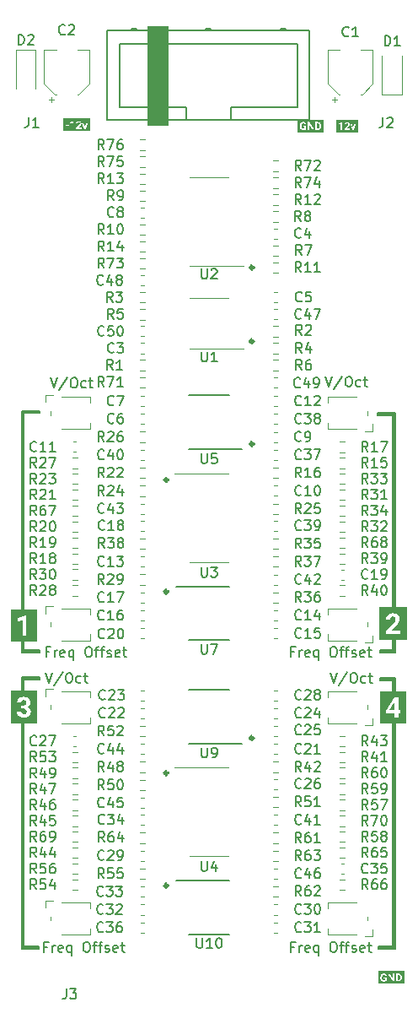
<source format=gbr>
%TF.GenerationSoftware,KiCad,Pcbnew,(6.0.11)*%
%TF.CreationDate,2023-07-04T16:59:20+01:00*%
%TF.ProjectId,Quilter_Components,5175696c-7465-4725-9f43-6f6d706f6e65,rev?*%
%TF.SameCoordinates,Original*%
%TF.FileFunction,Legend,Top*%
%TF.FilePolarity,Positive*%
%FSLAX46Y46*%
G04 Gerber Fmt 4.6, Leading zero omitted, Abs format (unit mm)*
G04 Created by KiCad (PCBNEW (6.0.11)) date 2023-07-04 16:59:20*
%MOMM*%
%LPD*%
G01*
G04 APERTURE LIST*
%ADD10C,0.357843*%
%ADD11C,0.150000*%
%ADD12C,0.200000*%
%ADD13C,0.120000*%
%ADD14C,0.100000*%
G04 APERTURE END LIST*
D10*
X66078921Y-96300000D02*
G75*
G03*
X66078921Y-96300000I-178921J0D01*
G01*
X74678921Y-75000000D02*
G75*
G03*
X74678921Y-75000000I-178921J0D01*
G01*
X66078921Y-107500000D02*
G75*
G03*
X66078921Y-107500000I-178921J0D01*
G01*
D11*
X51400000Y-143100000D02*
X53100000Y-143100000D01*
X53100000Y-143100000D02*
X53100000Y-143300000D01*
X53100000Y-143300000D02*
X51400000Y-143300000D01*
X51400000Y-143300000D02*
X51400000Y-143100000D01*
G36*
X51400000Y-143100000D02*
G01*
X53100000Y-143100000D01*
X53100000Y-143300000D01*
X51400000Y-143300000D01*
X51400000Y-143100000D01*
G37*
X51400000Y-120700000D02*
X51600000Y-120700000D01*
X51600000Y-120700000D02*
X51600000Y-143100000D01*
X51600000Y-143100000D02*
X51400000Y-143100000D01*
X51400000Y-143100000D02*
X51400000Y-120700000D01*
G36*
X51400000Y-120700000D02*
G01*
X51600000Y-120700000D01*
X51600000Y-143100000D01*
X51400000Y-143100000D01*
X51400000Y-120700000D01*
G37*
D10*
X66078921Y-125700000D02*
G75*
G03*
X66078921Y-125700000I-178921J0D01*
G01*
D11*
X87400000Y-116200000D02*
X88900000Y-116200000D01*
X88900000Y-116200000D02*
X88900000Y-116400000D01*
X88900000Y-116400000D02*
X87400000Y-116400000D01*
X87400000Y-116400000D02*
X87400000Y-116200000D01*
G36*
X87400000Y-116200000D02*
G01*
X88900000Y-116200000D01*
X88900000Y-116400000D01*
X87400000Y-116400000D01*
X87400000Y-116200000D01*
G37*
X88900000Y-112200000D02*
X88700000Y-112200000D01*
X88700000Y-112200000D02*
X88700000Y-113600000D01*
X88700000Y-113600000D02*
X88900000Y-113600000D01*
X88900000Y-113600000D02*
X88900000Y-112200000D01*
G36*
X88900000Y-112200000D02*
G01*
X88700000Y-112200000D01*
X88700000Y-113600000D01*
X88900000Y-113600000D01*
X88900000Y-112200000D01*
G37*
X51600000Y-109400000D02*
X51400000Y-109400000D01*
X51400000Y-109400000D02*
X51400000Y-89400000D01*
X51400000Y-89400000D02*
X51600000Y-89400000D01*
X51600000Y-89400000D02*
X51600000Y-109400000D01*
G36*
X51600000Y-109400000D02*
G01*
X51400000Y-109400000D01*
X51400000Y-89400000D01*
X51600000Y-89400000D01*
X51600000Y-109400000D01*
G37*
D10*
X74678921Y-92700000D02*
G75*
G03*
X74678921Y-92700000I-178921J0D01*
G01*
X66078921Y-136982843D02*
G75*
G03*
X66078921Y-136982843I-178921J0D01*
G01*
D11*
X51400000Y-113400000D02*
X53200000Y-113400000D01*
X53200000Y-113400000D02*
X53200000Y-113600000D01*
X53200000Y-113600000D02*
X51400000Y-113600000D01*
X51400000Y-113600000D02*
X51400000Y-113400000D01*
G36*
X51400000Y-113400000D02*
G01*
X53200000Y-113400000D01*
X53200000Y-113600000D01*
X51400000Y-113600000D01*
X51400000Y-113400000D01*
G37*
X51400000Y-89400000D02*
X53200000Y-89400000D01*
X53200000Y-89400000D02*
X53200000Y-89600000D01*
X53200000Y-89600000D02*
X51400000Y-89600000D01*
X51400000Y-89600000D02*
X51400000Y-89400000D01*
G36*
X51400000Y-89400000D02*
G01*
X53200000Y-89400000D01*
X53200000Y-89600000D01*
X51400000Y-89600000D01*
X51400000Y-89400000D01*
G37*
X51400000Y-117500000D02*
X51600000Y-117500000D01*
X51600000Y-117500000D02*
X51600000Y-116100000D01*
X51600000Y-116100000D02*
X51400000Y-116100000D01*
X51400000Y-116100000D02*
X51400000Y-117500000D01*
G36*
X51400000Y-117500000D02*
G01*
X51600000Y-117500000D01*
X51600000Y-116100000D01*
X51400000Y-116100000D01*
X51400000Y-117500000D01*
G37*
X87100000Y-89600000D02*
X88900000Y-89600000D01*
X88900000Y-89600000D02*
X88900000Y-89800000D01*
X88900000Y-89800000D02*
X87100000Y-89800000D01*
X87100000Y-89800000D02*
X87100000Y-89600000D01*
G36*
X87100000Y-89600000D02*
G01*
X88900000Y-89600000D01*
X88900000Y-89800000D01*
X87100000Y-89800000D01*
X87100000Y-89600000D01*
G37*
X51600000Y-112200000D02*
X51400000Y-112200000D01*
X51400000Y-112200000D02*
X51400000Y-113600000D01*
X51400000Y-113600000D02*
X51600000Y-113600000D01*
X51600000Y-113600000D02*
X51600000Y-112200000D01*
G36*
X51600000Y-112200000D02*
G01*
X51400000Y-112200000D01*
X51400000Y-113600000D01*
X51600000Y-113600000D01*
X51600000Y-112200000D01*
G37*
X51400000Y-116100000D02*
X53200000Y-116100000D01*
X53200000Y-116100000D02*
X53200000Y-116300000D01*
X53200000Y-116300000D02*
X51400000Y-116300000D01*
X51400000Y-116300000D02*
X51400000Y-116100000D01*
G36*
X51400000Y-116100000D02*
G01*
X53200000Y-116100000D01*
X53200000Y-116300000D01*
X51400000Y-116300000D01*
X51400000Y-116100000D01*
G37*
X88900000Y-109400000D02*
X88700000Y-109400000D01*
X88700000Y-109400000D02*
X88700000Y-89700000D01*
X88700000Y-89700000D02*
X88900000Y-89700000D01*
X88900000Y-89700000D02*
X88900000Y-109400000D01*
G36*
X88900000Y-109400000D02*
G01*
X88700000Y-109400000D01*
X88700000Y-89700000D01*
X88900000Y-89700000D01*
X88900000Y-109400000D01*
G37*
D10*
X74678921Y-82400000D02*
G75*
G03*
X74678921Y-82400000I-178921J0D01*
G01*
D11*
X87250000Y-143100000D02*
X88850000Y-143100000D01*
X88850000Y-143100000D02*
X88850000Y-143300000D01*
X88850000Y-143300000D02*
X87250000Y-143300000D01*
X87250000Y-143300000D02*
X87250000Y-143100000D01*
G36*
X87250000Y-143100000D02*
G01*
X88850000Y-143100000D01*
X88850000Y-143300000D01*
X87250000Y-143300000D01*
X87250000Y-143100000D01*
G37*
X88700000Y-117500000D02*
X88900000Y-117500000D01*
X88900000Y-117500000D02*
X88900000Y-116200000D01*
X88900000Y-116200000D02*
X88700000Y-116200000D01*
X88700000Y-116200000D02*
X88700000Y-117500000D01*
G36*
X88700000Y-117500000D02*
G01*
X88900000Y-117500000D01*
X88900000Y-116200000D01*
X88700000Y-116200000D01*
X88700000Y-117500000D01*
G37*
D10*
X74678921Y-122200000D02*
G75*
G03*
X74678921Y-122200000I-178921J0D01*
G01*
D11*
X87350000Y-113400000D02*
X88850000Y-113400000D01*
X88850000Y-113400000D02*
X88850000Y-113600000D01*
X88850000Y-113600000D02*
X87350000Y-113600000D01*
X87350000Y-113600000D02*
X87350000Y-113400000D01*
G36*
X87350000Y-113400000D02*
G01*
X88850000Y-113400000D01*
X88850000Y-113600000D01*
X87350000Y-113600000D01*
X87350000Y-113400000D01*
G37*
X88700000Y-120700000D02*
X88900000Y-120700000D01*
X88900000Y-120700000D02*
X88900000Y-143300000D01*
X88900000Y-143300000D02*
X88700000Y-143300000D01*
X88700000Y-143300000D02*
X88700000Y-120700000D01*
G36*
X88700000Y-120700000D02*
G01*
X88900000Y-120700000D01*
X88900000Y-143300000D01*
X88700000Y-143300000D01*
X88700000Y-120700000D01*
G37*
D12*
X53957142Y-143128571D02*
X53623809Y-143128571D01*
X53623809Y-143652380D02*
X53623809Y-142652380D01*
X54100000Y-142652380D01*
X54480952Y-143652380D02*
X54480952Y-142985714D01*
X54480952Y-143176190D02*
X54528571Y-143080952D01*
X54576190Y-143033333D01*
X54671428Y-142985714D01*
X54766666Y-142985714D01*
X55480952Y-143604761D02*
X55385714Y-143652380D01*
X55195238Y-143652380D01*
X55100000Y-143604761D01*
X55052380Y-143509523D01*
X55052380Y-143128571D01*
X55100000Y-143033333D01*
X55195238Y-142985714D01*
X55385714Y-142985714D01*
X55480952Y-143033333D01*
X55528571Y-143128571D01*
X55528571Y-143223809D01*
X55052380Y-143319047D01*
X56385714Y-142985714D02*
X56385714Y-143985714D01*
X56385714Y-143604761D02*
X56290476Y-143652380D01*
X56100000Y-143652380D01*
X56004761Y-143604761D01*
X55957142Y-143557142D01*
X55909523Y-143461904D01*
X55909523Y-143176190D01*
X55957142Y-143080952D01*
X56004761Y-143033333D01*
X56100000Y-142985714D01*
X56290476Y-142985714D01*
X56385714Y-143033333D01*
X57814285Y-142652380D02*
X58004761Y-142652380D01*
X58100000Y-142700000D01*
X58195238Y-142795238D01*
X58242857Y-142985714D01*
X58242857Y-143319047D01*
X58195238Y-143509523D01*
X58100000Y-143604761D01*
X58004761Y-143652380D01*
X57814285Y-143652380D01*
X57719047Y-143604761D01*
X57623809Y-143509523D01*
X57576190Y-143319047D01*
X57576190Y-142985714D01*
X57623809Y-142795238D01*
X57719047Y-142700000D01*
X57814285Y-142652380D01*
X58528571Y-142985714D02*
X58909523Y-142985714D01*
X58671428Y-143652380D02*
X58671428Y-142795238D01*
X58719047Y-142700000D01*
X58814285Y-142652380D01*
X58909523Y-142652380D01*
X59100000Y-142985714D02*
X59480952Y-142985714D01*
X59242857Y-143652380D02*
X59242857Y-142795238D01*
X59290476Y-142700000D01*
X59385714Y-142652380D01*
X59480952Y-142652380D01*
X59766666Y-143604761D02*
X59861904Y-143652380D01*
X60052380Y-143652380D01*
X60147619Y-143604761D01*
X60195238Y-143509523D01*
X60195238Y-143461904D01*
X60147619Y-143366666D01*
X60052380Y-143319047D01*
X59909523Y-143319047D01*
X59814285Y-143271428D01*
X59766666Y-143176190D01*
X59766666Y-143128571D01*
X59814285Y-143033333D01*
X59909523Y-142985714D01*
X60052380Y-142985714D01*
X60147619Y-143033333D01*
X61004761Y-143604761D02*
X60909523Y-143652380D01*
X60719047Y-143652380D01*
X60623809Y-143604761D01*
X60576190Y-143509523D01*
X60576190Y-143128571D01*
X60623809Y-143033333D01*
X60719047Y-142985714D01*
X60909523Y-142985714D01*
X61004761Y-143033333D01*
X61052380Y-143128571D01*
X61052380Y-143223809D01*
X60576190Y-143319047D01*
X61338095Y-142985714D02*
X61719047Y-142985714D01*
X61480952Y-142652380D02*
X61480952Y-143509523D01*
X61528571Y-143604761D01*
X61623809Y-143652380D01*
X61719047Y-143652380D01*
X78757142Y-143128571D02*
X78423809Y-143128571D01*
X78423809Y-143652380D02*
X78423809Y-142652380D01*
X78900000Y-142652380D01*
X79280952Y-143652380D02*
X79280952Y-142985714D01*
X79280952Y-143176190D02*
X79328571Y-143080952D01*
X79376190Y-143033333D01*
X79471428Y-142985714D01*
X79566666Y-142985714D01*
X80280952Y-143604761D02*
X80185714Y-143652380D01*
X79995238Y-143652380D01*
X79900000Y-143604761D01*
X79852380Y-143509523D01*
X79852380Y-143128571D01*
X79900000Y-143033333D01*
X79995238Y-142985714D01*
X80185714Y-142985714D01*
X80280952Y-143033333D01*
X80328571Y-143128571D01*
X80328571Y-143223809D01*
X79852380Y-143319047D01*
X81185714Y-142985714D02*
X81185714Y-143985714D01*
X81185714Y-143604761D02*
X81090476Y-143652380D01*
X80900000Y-143652380D01*
X80804761Y-143604761D01*
X80757142Y-143557142D01*
X80709523Y-143461904D01*
X80709523Y-143176190D01*
X80757142Y-143080952D01*
X80804761Y-143033333D01*
X80900000Y-142985714D01*
X81090476Y-142985714D01*
X81185714Y-143033333D01*
X82614285Y-142652380D02*
X82804761Y-142652380D01*
X82900000Y-142700000D01*
X82995238Y-142795238D01*
X83042857Y-142985714D01*
X83042857Y-143319047D01*
X82995238Y-143509523D01*
X82900000Y-143604761D01*
X82804761Y-143652380D01*
X82614285Y-143652380D01*
X82519047Y-143604761D01*
X82423809Y-143509523D01*
X82376190Y-143319047D01*
X82376190Y-142985714D01*
X82423809Y-142795238D01*
X82519047Y-142700000D01*
X82614285Y-142652380D01*
X83328571Y-142985714D02*
X83709523Y-142985714D01*
X83471428Y-143652380D02*
X83471428Y-142795238D01*
X83519047Y-142700000D01*
X83614285Y-142652380D01*
X83709523Y-142652380D01*
X83900000Y-142985714D02*
X84280952Y-142985714D01*
X84042857Y-143652380D02*
X84042857Y-142795238D01*
X84090476Y-142700000D01*
X84185714Y-142652380D01*
X84280952Y-142652380D01*
X84566666Y-143604761D02*
X84661904Y-143652380D01*
X84852380Y-143652380D01*
X84947619Y-143604761D01*
X84995238Y-143509523D01*
X84995238Y-143461904D01*
X84947619Y-143366666D01*
X84852380Y-143319047D01*
X84709523Y-143319047D01*
X84614285Y-143271428D01*
X84566666Y-143176190D01*
X84566666Y-143128571D01*
X84614285Y-143033333D01*
X84709523Y-142985714D01*
X84852380Y-142985714D01*
X84947619Y-143033333D01*
X85804761Y-143604761D02*
X85709523Y-143652380D01*
X85519047Y-143652380D01*
X85423809Y-143604761D01*
X85376190Y-143509523D01*
X85376190Y-143128571D01*
X85423809Y-143033333D01*
X85519047Y-142985714D01*
X85709523Y-142985714D01*
X85804761Y-143033333D01*
X85852380Y-143128571D01*
X85852380Y-143223809D01*
X85376190Y-143319047D01*
X86138095Y-142985714D02*
X86519047Y-142985714D01*
X86280952Y-142652380D02*
X86280952Y-143509523D01*
X86328571Y-143604761D01*
X86423809Y-143652380D01*
X86519047Y-143652380D01*
X54157142Y-113528571D02*
X53823809Y-113528571D01*
X53823809Y-114052380D02*
X53823809Y-113052380D01*
X54300000Y-113052380D01*
X54680952Y-114052380D02*
X54680952Y-113385714D01*
X54680952Y-113576190D02*
X54728571Y-113480952D01*
X54776190Y-113433333D01*
X54871428Y-113385714D01*
X54966666Y-113385714D01*
X55680952Y-114004761D02*
X55585714Y-114052380D01*
X55395238Y-114052380D01*
X55300000Y-114004761D01*
X55252380Y-113909523D01*
X55252380Y-113528571D01*
X55300000Y-113433333D01*
X55395238Y-113385714D01*
X55585714Y-113385714D01*
X55680952Y-113433333D01*
X55728571Y-113528571D01*
X55728571Y-113623809D01*
X55252380Y-113719047D01*
X56585714Y-113385714D02*
X56585714Y-114385714D01*
X56585714Y-114004761D02*
X56490476Y-114052380D01*
X56300000Y-114052380D01*
X56204761Y-114004761D01*
X56157142Y-113957142D01*
X56109523Y-113861904D01*
X56109523Y-113576190D01*
X56157142Y-113480952D01*
X56204761Y-113433333D01*
X56300000Y-113385714D01*
X56490476Y-113385714D01*
X56585714Y-113433333D01*
X58014285Y-113052380D02*
X58204761Y-113052380D01*
X58300000Y-113100000D01*
X58395238Y-113195238D01*
X58442857Y-113385714D01*
X58442857Y-113719047D01*
X58395238Y-113909523D01*
X58300000Y-114004761D01*
X58204761Y-114052380D01*
X58014285Y-114052380D01*
X57919047Y-114004761D01*
X57823809Y-113909523D01*
X57776190Y-113719047D01*
X57776190Y-113385714D01*
X57823809Y-113195238D01*
X57919047Y-113100000D01*
X58014285Y-113052380D01*
X58728571Y-113385714D02*
X59109523Y-113385714D01*
X58871428Y-114052380D02*
X58871428Y-113195238D01*
X58919047Y-113100000D01*
X59014285Y-113052380D01*
X59109523Y-113052380D01*
X59300000Y-113385714D02*
X59680952Y-113385714D01*
X59442857Y-114052380D02*
X59442857Y-113195238D01*
X59490476Y-113100000D01*
X59585714Y-113052380D01*
X59680952Y-113052380D01*
X59966666Y-114004761D02*
X60061904Y-114052380D01*
X60252380Y-114052380D01*
X60347619Y-114004761D01*
X60395238Y-113909523D01*
X60395238Y-113861904D01*
X60347619Y-113766666D01*
X60252380Y-113719047D01*
X60109523Y-113719047D01*
X60014285Y-113671428D01*
X59966666Y-113576190D01*
X59966666Y-113528571D01*
X60014285Y-113433333D01*
X60109523Y-113385714D01*
X60252380Y-113385714D01*
X60347619Y-113433333D01*
X61204761Y-114004761D02*
X61109523Y-114052380D01*
X60919047Y-114052380D01*
X60823809Y-114004761D01*
X60776190Y-113909523D01*
X60776190Y-113528571D01*
X60823809Y-113433333D01*
X60919047Y-113385714D01*
X61109523Y-113385714D01*
X61204761Y-113433333D01*
X61252380Y-113528571D01*
X61252380Y-113623809D01*
X60776190Y-113719047D01*
X61538095Y-113385714D02*
X61919047Y-113385714D01*
X61680952Y-113052380D02*
X61680952Y-113909523D01*
X61728571Y-114004761D01*
X61823809Y-114052380D01*
X61919047Y-114052380D01*
D11*
X55866666Y-147352380D02*
X55866666Y-148066666D01*
X55819047Y-148209523D01*
X55723809Y-148304761D01*
X55580952Y-148352380D01*
X55485714Y-148352380D01*
X56247619Y-147352380D02*
X56866666Y-147352380D01*
X56533333Y-147733333D01*
X56676190Y-147733333D01*
X56771428Y-147780952D01*
X56819047Y-147828571D01*
X56866666Y-147923809D01*
X56866666Y-148161904D01*
X56819047Y-148257142D01*
X56771428Y-148304761D01*
X56676190Y-148352380D01*
X56390476Y-148352380D01*
X56295238Y-148304761D01*
X56247619Y-148257142D01*
D12*
X81904761Y-85952380D02*
X82238095Y-86952380D01*
X82571428Y-85952380D01*
X83619047Y-85904761D02*
X82761904Y-87190476D01*
X84142857Y-85952380D02*
X84333333Y-85952380D01*
X84428571Y-86000000D01*
X84523809Y-86095238D01*
X84571428Y-86285714D01*
X84571428Y-86619047D01*
X84523809Y-86809523D01*
X84428571Y-86904761D01*
X84333333Y-86952380D01*
X84142857Y-86952380D01*
X84047619Y-86904761D01*
X83952380Y-86809523D01*
X83904761Y-86619047D01*
X83904761Y-86285714D01*
X83952380Y-86095238D01*
X84047619Y-86000000D01*
X84142857Y-85952380D01*
X85428571Y-86904761D02*
X85333333Y-86952380D01*
X85142857Y-86952380D01*
X85047619Y-86904761D01*
X85000000Y-86857142D01*
X84952380Y-86761904D01*
X84952380Y-86476190D01*
X85000000Y-86380952D01*
X85047619Y-86333333D01*
X85142857Y-86285714D01*
X85333333Y-86285714D01*
X85428571Y-86333333D01*
X85714285Y-86285714D02*
X86095238Y-86285714D01*
X85857142Y-85952380D02*
X85857142Y-86809523D01*
X85904761Y-86904761D01*
X86000000Y-86952380D01*
X86095238Y-86952380D01*
X54304761Y-86052380D02*
X54638095Y-87052380D01*
X54971428Y-86052380D01*
X56019047Y-86004761D02*
X55161904Y-87290476D01*
X56542857Y-86052380D02*
X56733333Y-86052380D01*
X56828571Y-86100000D01*
X56923809Y-86195238D01*
X56971428Y-86385714D01*
X56971428Y-86719047D01*
X56923809Y-86909523D01*
X56828571Y-87004761D01*
X56733333Y-87052380D01*
X56542857Y-87052380D01*
X56447619Y-87004761D01*
X56352380Y-86909523D01*
X56304761Y-86719047D01*
X56304761Y-86385714D01*
X56352380Y-86195238D01*
X56447619Y-86100000D01*
X56542857Y-86052380D01*
X57828571Y-87004761D02*
X57733333Y-87052380D01*
X57542857Y-87052380D01*
X57447619Y-87004761D01*
X57399999Y-86957142D01*
X57352380Y-86861904D01*
X57352380Y-86576190D01*
X57399999Y-86480952D01*
X57447619Y-86433333D01*
X57542857Y-86385714D01*
X57733333Y-86385714D01*
X57828571Y-86433333D01*
X58114285Y-86385714D02*
X58495238Y-86385714D01*
X58257142Y-86052380D02*
X58257142Y-86909523D01*
X58304761Y-87004761D01*
X58399999Y-87052380D01*
X58495238Y-87052380D01*
X53804761Y-115652380D02*
X54138095Y-116652380D01*
X54471428Y-115652380D01*
X55519047Y-115604761D02*
X54661904Y-116890476D01*
X56042857Y-115652380D02*
X56233333Y-115652380D01*
X56328571Y-115700000D01*
X56423809Y-115795238D01*
X56471428Y-115985714D01*
X56471428Y-116319047D01*
X56423809Y-116509523D01*
X56328571Y-116604761D01*
X56233333Y-116652380D01*
X56042857Y-116652380D01*
X55947619Y-116604761D01*
X55852380Y-116509523D01*
X55804761Y-116319047D01*
X55804761Y-115985714D01*
X55852380Y-115795238D01*
X55947619Y-115700000D01*
X56042857Y-115652380D01*
X57328571Y-116604761D02*
X57233333Y-116652380D01*
X57042857Y-116652380D01*
X56947619Y-116604761D01*
X56899999Y-116557142D01*
X56852380Y-116461904D01*
X56852380Y-116176190D01*
X56899999Y-116080952D01*
X56947619Y-116033333D01*
X57042857Y-115985714D01*
X57233333Y-115985714D01*
X57328571Y-116033333D01*
X57614285Y-115985714D02*
X57995238Y-115985714D01*
X57757142Y-115652380D02*
X57757142Y-116509523D01*
X57804761Y-116604761D01*
X57899999Y-116652380D01*
X57995238Y-116652380D01*
D11*
X52066666Y-59952380D02*
X52066666Y-60666666D01*
X52019047Y-60809523D01*
X51923809Y-60904761D01*
X51780952Y-60952380D01*
X51685714Y-60952380D01*
X53066666Y-60952380D02*
X52495238Y-60952380D01*
X52780952Y-60952380D02*
X52780952Y-59952380D01*
X52685714Y-60095238D01*
X52590476Y-60190476D01*
X52495238Y-60238095D01*
X87666666Y-59952380D02*
X87666666Y-60666666D01*
X87619047Y-60809523D01*
X87523809Y-60904761D01*
X87380952Y-60952380D01*
X87285714Y-60952380D01*
X88095238Y-60047619D02*
X88142857Y-60000000D01*
X88238095Y-59952380D01*
X88476190Y-59952380D01*
X88571428Y-60000000D01*
X88619047Y-60047619D01*
X88666666Y-60142857D01*
X88666666Y-60238095D01*
X88619047Y-60380952D01*
X88047619Y-60952380D01*
X88666666Y-60952380D01*
D12*
X78757142Y-113528571D02*
X78423809Y-113528571D01*
X78423809Y-114052380D02*
X78423809Y-113052380D01*
X78900000Y-113052380D01*
X79280952Y-114052380D02*
X79280952Y-113385714D01*
X79280952Y-113576190D02*
X79328571Y-113480952D01*
X79376190Y-113433333D01*
X79471428Y-113385714D01*
X79566666Y-113385714D01*
X80280952Y-114004761D02*
X80185714Y-114052380D01*
X79995238Y-114052380D01*
X79900000Y-114004761D01*
X79852380Y-113909523D01*
X79852380Y-113528571D01*
X79900000Y-113433333D01*
X79995238Y-113385714D01*
X80185714Y-113385714D01*
X80280952Y-113433333D01*
X80328571Y-113528571D01*
X80328571Y-113623809D01*
X79852380Y-113719047D01*
X81185714Y-113385714D02*
X81185714Y-114385714D01*
X81185714Y-114004761D02*
X81090476Y-114052380D01*
X80900000Y-114052380D01*
X80804761Y-114004761D01*
X80757142Y-113957142D01*
X80709523Y-113861904D01*
X80709523Y-113576190D01*
X80757142Y-113480952D01*
X80804761Y-113433333D01*
X80900000Y-113385714D01*
X81090476Y-113385714D01*
X81185714Y-113433333D01*
X82614285Y-113052380D02*
X82804761Y-113052380D01*
X82900000Y-113100000D01*
X82995238Y-113195238D01*
X83042857Y-113385714D01*
X83042857Y-113719047D01*
X82995238Y-113909523D01*
X82900000Y-114004761D01*
X82804761Y-114052380D01*
X82614285Y-114052380D01*
X82519047Y-114004761D01*
X82423809Y-113909523D01*
X82376190Y-113719047D01*
X82376190Y-113385714D01*
X82423809Y-113195238D01*
X82519047Y-113100000D01*
X82614285Y-113052380D01*
X83328571Y-113385714D02*
X83709523Y-113385714D01*
X83471428Y-114052380D02*
X83471428Y-113195238D01*
X83519047Y-113100000D01*
X83614285Y-113052380D01*
X83709523Y-113052380D01*
X83900000Y-113385714D02*
X84280952Y-113385714D01*
X84042857Y-114052380D02*
X84042857Y-113195238D01*
X84090476Y-113100000D01*
X84185714Y-113052380D01*
X84280952Y-113052380D01*
X84566666Y-114004761D02*
X84661904Y-114052380D01*
X84852380Y-114052380D01*
X84947619Y-114004761D01*
X84995238Y-113909523D01*
X84995238Y-113861904D01*
X84947619Y-113766666D01*
X84852380Y-113719047D01*
X84709523Y-113719047D01*
X84614285Y-113671428D01*
X84566666Y-113576190D01*
X84566666Y-113528571D01*
X84614285Y-113433333D01*
X84709523Y-113385714D01*
X84852380Y-113385714D01*
X84947619Y-113433333D01*
X85804761Y-114004761D02*
X85709523Y-114052380D01*
X85519047Y-114052380D01*
X85423809Y-114004761D01*
X85376190Y-113909523D01*
X85376190Y-113528571D01*
X85423809Y-113433333D01*
X85519047Y-113385714D01*
X85709523Y-113385714D01*
X85804761Y-113433333D01*
X85852380Y-113528571D01*
X85852380Y-113623809D01*
X85376190Y-113719047D01*
X86138095Y-113385714D02*
X86519047Y-113385714D01*
X86280952Y-113052380D02*
X86280952Y-113909523D01*
X86328571Y-114004761D01*
X86423809Y-114052380D01*
X86519047Y-114052380D01*
X82404761Y-115652380D02*
X82738095Y-116652380D01*
X83071428Y-115652380D01*
X84119047Y-115604761D02*
X83261904Y-116890476D01*
X84642857Y-115652380D02*
X84833333Y-115652380D01*
X84928571Y-115700000D01*
X85023809Y-115795238D01*
X85071428Y-115985714D01*
X85071428Y-116319047D01*
X85023809Y-116509523D01*
X84928571Y-116604761D01*
X84833333Y-116652380D01*
X84642857Y-116652380D01*
X84547619Y-116604761D01*
X84452380Y-116509523D01*
X84404761Y-116319047D01*
X84404761Y-115985714D01*
X84452380Y-115795238D01*
X84547619Y-115700000D01*
X84642857Y-115652380D01*
X85928571Y-116604761D02*
X85833333Y-116652380D01*
X85642857Y-116652380D01*
X85547619Y-116604761D01*
X85500000Y-116557142D01*
X85452380Y-116461904D01*
X85452380Y-116176190D01*
X85500000Y-116080952D01*
X85547619Y-116033333D01*
X85642857Y-115985714D01*
X85833333Y-115985714D01*
X85928571Y-116033333D01*
X86214285Y-115985714D02*
X86595238Y-115985714D01*
X86357142Y-115652380D02*
X86357142Y-116509523D01*
X86404761Y-116604761D01*
X86500000Y-116652380D01*
X86595238Y-116652380D01*
D11*
%TO.C,C33*%
X59557142Y-137957142D02*
X59509523Y-138004761D01*
X59366666Y-138052380D01*
X59271428Y-138052380D01*
X59128571Y-138004761D01*
X59033333Y-137909523D01*
X58985714Y-137814285D01*
X58938095Y-137623809D01*
X58938095Y-137480952D01*
X58985714Y-137290476D01*
X59033333Y-137195238D01*
X59128571Y-137100000D01*
X59271428Y-137052380D01*
X59366666Y-137052380D01*
X59509523Y-137100000D01*
X59557142Y-137147619D01*
X59890476Y-137052380D02*
X60509523Y-137052380D01*
X60176190Y-137433333D01*
X60319047Y-137433333D01*
X60414285Y-137480952D01*
X60461904Y-137528571D01*
X60509523Y-137623809D01*
X60509523Y-137861904D01*
X60461904Y-137957142D01*
X60414285Y-138004761D01*
X60319047Y-138052380D01*
X60033333Y-138052380D01*
X59938095Y-138004761D01*
X59890476Y-137957142D01*
X60842857Y-137052380D02*
X61461904Y-137052380D01*
X61128571Y-137433333D01*
X61271428Y-137433333D01*
X61366666Y-137480952D01*
X61414285Y-137528571D01*
X61461904Y-137623809D01*
X61461904Y-137861904D01*
X61414285Y-137957142D01*
X61366666Y-138004761D01*
X61271428Y-138052380D01*
X60985714Y-138052380D01*
X60890476Y-138004761D01*
X60842857Y-137957142D01*
%TO.C,U2*%
X69438095Y-75132380D02*
X69438095Y-75941904D01*
X69485714Y-76037142D01*
X69533333Y-76084761D01*
X69628571Y-76132380D01*
X69819047Y-76132380D01*
X69914285Y-76084761D01*
X69961904Y-76037142D01*
X70009523Y-75941904D01*
X70009523Y-75132380D01*
X70438095Y-75227619D02*
X70485714Y-75180000D01*
X70580952Y-75132380D01*
X70819047Y-75132380D01*
X70914285Y-75180000D01*
X70961904Y-75227619D01*
X71009523Y-75322857D01*
X71009523Y-75418095D01*
X70961904Y-75560952D01*
X70390476Y-76132380D01*
X71009523Y-76132380D01*
%TO.C,R44*%
X52857142Y-134152380D02*
X52523809Y-133676190D01*
X52285714Y-134152380D02*
X52285714Y-133152380D01*
X52666666Y-133152380D01*
X52761904Y-133200000D01*
X52809523Y-133247619D01*
X52857142Y-133342857D01*
X52857142Y-133485714D01*
X52809523Y-133580952D01*
X52761904Y-133628571D01*
X52666666Y-133676190D01*
X52285714Y-133676190D01*
X53714285Y-133485714D02*
X53714285Y-134152380D01*
X53476190Y-133104761D02*
X53238095Y-133819047D01*
X53857142Y-133819047D01*
X54666666Y-133485714D02*
X54666666Y-134152380D01*
X54428571Y-133104761D02*
X54190476Y-133819047D01*
X54809523Y-133819047D01*
%TO.C,R23*%
X52857142Y-96682380D02*
X52523809Y-96206190D01*
X52285714Y-96682380D02*
X52285714Y-95682380D01*
X52666666Y-95682380D01*
X52761904Y-95730000D01*
X52809523Y-95777619D01*
X52857142Y-95872857D01*
X52857142Y-96015714D01*
X52809523Y-96110952D01*
X52761904Y-96158571D01*
X52666666Y-96206190D01*
X52285714Y-96206190D01*
X53238095Y-95777619D02*
X53285714Y-95730000D01*
X53380952Y-95682380D01*
X53619047Y-95682380D01*
X53714285Y-95730000D01*
X53761904Y-95777619D01*
X53809523Y-95872857D01*
X53809523Y-95968095D01*
X53761904Y-96110952D01*
X53190476Y-96682380D01*
X53809523Y-96682380D01*
X54142857Y-95682380D02*
X54761904Y-95682380D01*
X54428571Y-96063333D01*
X54571428Y-96063333D01*
X54666666Y-96110952D01*
X54714285Y-96158571D01*
X54761904Y-96253809D01*
X54761904Y-96491904D01*
X54714285Y-96587142D01*
X54666666Y-96634761D01*
X54571428Y-96682380D01*
X54285714Y-96682380D01*
X54190476Y-96634761D01*
X54142857Y-96587142D01*
%TO.C,C4*%
X79433333Y-71957142D02*
X79385714Y-72004761D01*
X79242857Y-72052380D01*
X79147619Y-72052380D01*
X79004761Y-72004761D01*
X78909523Y-71909523D01*
X78861904Y-71814285D01*
X78814285Y-71623809D01*
X78814285Y-71480952D01*
X78861904Y-71290476D01*
X78909523Y-71195238D01*
X79004761Y-71100000D01*
X79147619Y-71052380D01*
X79242857Y-71052380D01*
X79385714Y-71100000D01*
X79433333Y-71147619D01*
X80290476Y-71385714D02*
X80290476Y-72052380D01*
X80052380Y-71004761D02*
X79814285Y-71719047D01*
X80433333Y-71719047D01*
%TO.C,D1*%
X87861904Y-52752380D02*
X87861904Y-51752380D01*
X88100000Y-51752380D01*
X88242857Y-51800000D01*
X88338095Y-51895238D01*
X88385714Y-51990476D01*
X88433333Y-52180952D01*
X88433333Y-52323809D01*
X88385714Y-52514285D01*
X88338095Y-52609523D01*
X88242857Y-52704761D01*
X88100000Y-52752380D01*
X87861904Y-52752380D01*
X89385714Y-52752380D02*
X88814285Y-52752380D01*
X89100000Y-52752380D02*
X89100000Y-51752380D01*
X89004761Y-51895238D01*
X88909523Y-51990476D01*
X88814285Y-52038095D01*
%TO.C,R53*%
X52857142Y-124552380D02*
X52523809Y-124076190D01*
X52285714Y-124552380D02*
X52285714Y-123552380D01*
X52666666Y-123552380D01*
X52761904Y-123600000D01*
X52809523Y-123647619D01*
X52857142Y-123742857D01*
X52857142Y-123885714D01*
X52809523Y-123980952D01*
X52761904Y-124028571D01*
X52666666Y-124076190D01*
X52285714Y-124076190D01*
X53761904Y-123552380D02*
X53285714Y-123552380D01*
X53238095Y-124028571D01*
X53285714Y-123980952D01*
X53380952Y-123933333D01*
X53619047Y-123933333D01*
X53714285Y-123980952D01*
X53761904Y-124028571D01*
X53809523Y-124123809D01*
X53809523Y-124361904D01*
X53761904Y-124457142D01*
X53714285Y-124504761D01*
X53619047Y-124552380D01*
X53380952Y-124552380D01*
X53285714Y-124504761D01*
X53238095Y-124457142D01*
X54142857Y-123552380D02*
X54761904Y-123552380D01*
X54428571Y-123933333D01*
X54571428Y-123933333D01*
X54666666Y-123980952D01*
X54714285Y-124028571D01*
X54761904Y-124123809D01*
X54761904Y-124361904D01*
X54714285Y-124457142D01*
X54666666Y-124504761D01*
X54571428Y-124552380D01*
X54285714Y-124552380D01*
X54190476Y-124504761D01*
X54142857Y-124457142D01*
%TO.C,C38*%
X79457142Y-90557142D02*
X79409523Y-90604761D01*
X79266666Y-90652380D01*
X79171428Y-90652380D01*
X79028571Y-90604761D01*
X78933333Y-90509523D01*
X78885714Y-90414285D01*
X78838095Y-90223809D01*
X78838095Y-90080952D01*
X78885714Y-89890476D01*
X78933333Y-89795238D01*
X79028571Y-89700000D01*
X79171428Y-89652380D01*
X79266666Y-89652380D01*
X79409523Y-89700000D01*
X79457142Y-89747619D01*
X79790476Y-89652380D02*
X80409523Y-89652380D01*
X80076190Y-90033333D01*
X80219047Y-90033333D01*
X80314285Y-90080952D01*
X80361904Y-90128571D01*
X80409523Y-90223809D01*
X80409523Y-90461904D01*
X80361904Y-90557142D01*
X80314285Y-90604761D01*
X80219047Y-90652380D01*
X79933333Y-90652380D01*
X79838095Y-90604761D01*
X79790476Y-90557142D01*
X80980952Y-90080952D02*
X80885714Y-90033333D01*
X80838095Y-89985714D01*
X80790476Y-89890476D01*
X80790476Y-89842857D01*
X80838095Y-89747619D01*
X80885714Y-89700000D01*
X80980952Y-89652380D01*
X81171428Y-89652380D01*
X81266666Y-89700000D01*
X81314285Y-89747619D01*
X81361904Y-89842857D01*
X81361904Y-89890476D01*
X81314285Y-89985714D01*
X81266666Y-90033333D01*
X81171428Y-90080952D01*
X80980952Y-90080952D01*
X80885714Y-90128571D01*
X80838095Y-90176190D01*
X80790476Y-90271428D01*
X80790476Y-90461904D01*
X80838095Y-90557142D01*
X80885714Y-90604761D01*
X80980952Y-90652380D01*
X81171428Y-90652380D01*
X81266666Y-90604761D01*
X81314285Y-90557142D01*
X81361904Y-90461904D01*
X81361904Y-90271428D01*
X81314285Y-90176190D01*
X81266666Y-90128571D01*
X81171428Y-90080952D01*
%TO.C,R65*%
X86157142Y-134152380D02*
X85823809Y-133676190D01*
X85585714Y-134152380D02*
X85585714Y-133152380D01*
X85966666Y-133152380D01*
X86061904Y-133200000D01*
X86109523Y-133247619D01*
X86157142Y-133342857D01*
X86157142Y-133485714D01*
X86109523Y-133580952D01*
X86061904Y-133628571D01*
X85966666Y-133676190D01*
X85585714Y-133676190D01*
X87014285Y-133152380D02*
X86823809Y-133152380D01*
X86728571Y-133200000D01*
X86680952Y-133247619D01*
X86585714Y-133390476D01*
X86538095Y-133580952D01*
X86538095Y-133961904D01*
X86585714Y-134057142D01*
X86633333Y-134104761D01*
X86728571Y-134152380D01*
X86919047Y-134152380D01*
X87014285Y-134104761D01*
X87061904Y-134057142D01*
X87109523Y-133961904D01*
X87109523Y-133723809D01*
X87061904Y-133628571D01*
X87014285Y-133580952D01*
X86919047Y-133533333D01*
X86728571Y-133533333D01*
X86633333Y-133580952D01*
X86585714Y-133628571D01*
X86538095Y-133723809D01*
X88014285Y-133152380D02*
X87538095Y-133152380D01*
X87490476Y-133628571D01*
X87538095Y-133580952D01*
X87633333Y-133533333D01*
X87871428Y-133533333D01*
X87966666Y-133580952D01*
X88014285Y-133628571D01*
X88061904Y-133723809D01*
X88061904Y-133961904D01*
X88014285Y-134057142D01*
X87966666Y-134104761D01*
X87871428Y-134152380D01*
X87633333Y-134152380D01*
X87538095Y-134104761D01*
X87490476Y-134057142D01*
%TO.C,C45*%
X59657142Y-129057142D02*
X59609523Y-129104761D01*
X59466666Y-129152380D01*
X59371428Y-129152380D01*
X59228571Y-129104761D01*
X59133333Y-129009523D01*
X59085714Y-128914285D01*
X59038095Y-128723809D01*
X59038095Y-128580952D01*
X59085714Y-128390476D01*
X59133333Y-128295238D01*
X59228571Y-128200000D01*
X59371428Y-128152380D01*
X59466666Y-128152380D01*
X59609523Y-128200000D01*
X59657142Y-128247619D01*
X60514285Y-128485714D02*
X60514285Y-129152380D01*
X60276190Y-128104761D02*
X60038095Y-128819047D01*
X60657142Y-128819047D01*
X61514285Y-128152380D02*
X61038095Y-128152380D01*
X60990476Y-128628571D01*
X61038095Y-128580952D01*
X61133333Y-128533333D01*
X61371428Y-128533333D01*
X61466666Y-128580952D01*
X61514285Y-128628571D01*
X61561904Y-128723809D01*
X61561904Y-128961904D01*
X61514285Y-129057142D01*
X61466666Y-129104761D01*
X61371428Y-129152380D01*
X61133333Y-129152380D01*
X61038095Y-129104761D01*
X60990476Y-129057142D01*
%TO.C,R58*%
X86157142Y-132552380D02*
X85823809Y-132076190D01*
X85585714Y-132552380D02*
X85585714Y-131552380D01*
X85966666Y-131552380D01*
X86061904Y-131600000D01*
X86109523Y-131647619D01*
X86157142Y-131742857D01*
X86157142Y-131885714D01*
X86109523Y-131980952D01*
X86061904Y-132028571D01*
X85966666Y-132076190D01*
X85585714Y-132076190D01*
X87061904Y-131552380D02*
X86585714Y-131552380D01*
X86538095Y-132028571D01*
X86585714Y-131980952D01*
X86680952Y-131933333D01*
X86919047Y-131933333D01*
X87014285Y-131980952D01*
X87061904Y-132028571D01*
X87109523Y-132123809D01*
X87109523Y-132361904D01*
X87061904Y-132457142D01*
X87014285Y-132504761D01*
X86919047Y-132552380D01*
X86680952Y-132552380D01*
X86585714Y-132504761D01*
X86538095Y-132457142D01*
X87680952Y-131980952D02*
X87585714Y-131933333D01*
X87538095Y-131885714D01*
X87490476Y-131790476D01*
X87490476Y-131742857D01*
X87538095Y-131647619D01*
X87585714Y-131600000D01*
X87680952Y-131552380D01*
X87871428Y-131552380D01*
X87966666Y-131600000D01*
X88014285Y-131647619D01*
X88061904Y-131742857D01*
X88061904Y-131790476D01*
X88014285Y-131885714D01*
X87966666Y-131933333D01*
X87871428Y-131980952D01*
X87680952Y-131980952D01*
X87585714Y-132028571D01*
X87538095Y-132076190D01*
X87490476Y-132171428D01*
X87490476Y-132361904D01*
X87538095Y-132457142D01*
X87585714Y-132504761D01*
X87680952Y-132552380D01*
X87871428Y-132552380D01*
X87966666Y-132504761D01*
X88014285Y-132457142D01*
X88061904Y-132361904D01*
X88061904Y-132171428D01*
X88014285Y-132076190D01*
X87966666Y-132028571D01*
X87871428Y-131980952D01*
%TO.C,C10*%
X79457142Y-97757142D02*
X79409523Y-97804761D01*
X79266666Y-97852380D01*
X79171428Y-97852380D01*
X79028571Y-97804761D01*
X78933333Y-97709523D01*
X78885714Y-97614285D01*
X78838095Y-97423809D01*
X78838095Y-97280952D01*
X78885714Y-97090476D01*
X78933333Y-96995238D01*
X79028571Y-96900000D01*
X79171428Y-96852380D01*
X79266666Y-96852380D01*
X79409523Y-96900000D01*
X79457142Y-96947619D01*
X80409523Y-97852380D02*
X79838095Y-97852380D01*
X80123809Y-97852380D02*
X80123809Y-96852380D01*
X80028571Y-96995238D01*
X79933333Y-97090476D01*
X79838095Y-97138095D01*
X81028571Y-96852380D02*
X81123809Y-96852380D01*
X81219047Y-96900000D01*
X81266666Y-96947619D01*
X81314285Y-97042857D01*
X81361904Y-97233333D01*
X81361904Y-97471428D01*
X81314285Y-97661904D01*
X81266666Y-97757142D01*
X81219047Y-97804761D01*
X81123809Y-97852380D01*
X81028571Y-97852380D01*
X80933333Y-97804761D01*
X80885714Y-97757142D01*
X80838095Y-97661904D01*
X80790476Y-97471428D01*
X80790476Y-97233333D01*
X80838095Y-97042857D01*
X80885714Y-96947619D01*
X80933333Y-96900000D01*
X81028571Y-96852380D01*
%TO.C,R76*%
X59657142Y-63152380D02*
X59323809Y-62676190D01*
X59085714Y-63152380D02*
X59085714Y-62152380D01*
X59466666Y-62152380D01*
X59561904Y-62200000D01*
X59609523Y-62247619D01*
X59657142Y-62342857D01*
X59657142Y-62485714D01*
X59609523Y-62580952D01*
X59561904Y-62628571D01*
X59466666Y-62676190D01*
X59085714Y-62676190D01*
X59990476Y-62152380D02*
X60657142Y-62152380D01*
X60228571Y-63152380D01*
X61466666Y-62152380D02*
X61276190Y-62152380D01*
X61180952Y-62200000D01*
X61133333Y-62247619D01*
X61038095Y-62390476D01*
X60990476Y-62580952D01*
X60990476Y-62961904D01*
X61038095Y-63057142D01*
X61085714Y-63104761D01*
X61180952Y-63152380D01*
X61371428Y-63152380D01*
X61466666Y-63104761D01*
X61514285Y-63057142D01*
X61561904Y-62961904D01*
X61561904Y-62723809D01*
X61514285Y-62628571D01*
X61466666Y-62580952D01*
X61371428Y-62533333D01*
X61180952Y-62533333D01*
X61085714Y-62580952D01*
X61038095Y-62628571D01*
X60990476Y-62723809D01*
%TO.C,C14*%
X79457142Y-110244642D02*
X79409523Y-110292261D01*
X79266666Y-110339880D01*
X79171428Y-110339880D01*
X79028571Y-110292261D01*
X78933333Y-110197023D01*
X78885714Y-110101785D01*
X78838095Y-109911309D01*
X78838095Y-109768452D01*
X78885714Y-109577976D01*
X78933333Y-109482738D01*
X79028571Y-109387500D01*
X79171428Y-109339880D01*
X79266666Y-109339880D01*
X79409523Y-109387500D01*
X79457142Y-109435119D01*
X80409523Y-110339880D02*
X79838095Y-110339880D01*
X80123809Y-110339880D02*
X80123809Y-109339880D01*
X80028571Y-109482738D01*
X79933333Y-109577976D01*
X79838095Y-109625595D01*
X81266666Y-109673214D02*
X81266666Y-110339880D01*
X81028571Y-109292261D02*
X80790476Y-110006547D01*
X81409523Y-110006547D01*
%TO.C,R35*%
X79457142Y-103152380D02*
X79123809Y-102676190D01*
X78885714Y-103152380D02*
X78885714Y-102152380D01*
X79266666Y-102152380D01*
X79361904Y-102200000D01*
X79409523Y-102247619D01*
X79457142Y-102342857D01*
X79457142Y-102485714D01*
X79409523Y-102580952D01*
X79361904Y-102628571D01*
X79266666Y-102676190D01*
X78885714Y-102676190D01*
X79790476Y-102152380D02*
X80409523Y-102152380D01*
X80076190Y-102533333D01*
X80219047Y-102533333D01*
X80314285Y-102580952D01*
X80361904Y-102628571D01*
X80409523Y-102723809D01*
X80409523Y-102961904D01*
X80361904Y-103057142D01*
X80314285Y-103104761D01*
X80219047Y-103152380D01*
X79933333Y-103152380D01*
X79838095Y-103104761D01*
X79790476Y-103057142D01*
X81314285Y-102152380D02*
X80838095Y-102152380D01*
X80790476Y-102628571D01*
X80838095Y-102580952D01*
X80933333Y-102533333D01*
X81171428Y-102533333D01*
X81266666Y-102580952D01*
X81314285Y-102628571D01*
X81361904Y-102723809D01*
X81361904Y-102961904D01*
X81314285Y-103057142D01*
X81266666Y-103104761D01*
X81171428Y-103152380D01*
X80933333Y-103152380D01*
X80838095Y-103104761D01*
X80790476Y-103057142D01*
%TO.C,R2*%
X79533333Y-81752380D02*
X79200000Y-81276190D01*
X78961904Y-81752380D02*
X78961904Y-80752380D01*
X79342857Y-80752380D01*
X79438095Y-80800000D01*
X79485714Y-80847619D01*
X79533333Y-80942857D01*
X79533333Y-81085714D01*
X79485714Y-81180952D01*
X79438095Y-81228571D01*
X79342857Y-81276190D01*
X78961904Y-81276190D01*
X79914285Y-80847619D02*
X79961904Y-80800000D01*
X80057142Y-80752380D01*
X80295238Y-80752380D01*
X80390476Y-80800000D01*
X80438095Y-80847619D01*
X80485714Y-80942857D01*
X80485714Y-81038095D01*
X80438095Y-81180952D01*
X79866666Y-81752380D01*
X80485714Y-81752380D01*
%TO.C,C30*%
X79457142Y-139744642D02*
X79409523Y-139792261D01*
X79266666Y-139839880D01*
X79171428Y-139839880D01*
X79028571Y-139792261D01*
X78933333Y-139697023D01*
X78885714Y-139601785D01*
X78838095Y-139411309D01*
X78838095Y-139268452D01*
X78885714Y-139077976D01*
X78933333Y-138982738D01*
X79028571Y-138887500D01*
X79171428Y-138839880D01*
X79266666Y-138839880D01*
X79409523Y-138887500D01*
X79457142Y-138935119D01*
X79790476Y-138839880D02*
X80409523Y-138839880D01*
X80076190Y-139220833D01*
X80219047Y-139220833D01*
X80314285Y-139268452D01*
X80361904Y-139316071D01*
X80409523Y-139411309D01*
X80409523Y-139649404D01*
X80361904Y-139744642D01*
X80314285Y-139792261D01*
X80219047Y-139839880D01*
X79933333Y-139839880D01*
X79838095Y-139792261D01*
X79790476Y-139744642D01*
X81028571Y-138839880D02*
X81123809Y-138839880D01*
X81219047Y-138887500D01*
X81266666Y-138935119D01*
X81314285Y-139030357D01*
X81361904Y-139220833D01*
X81361904Y-139458928D01*
X81314285Y-139649404D01*
X81266666Y-139744642D01*
X81219047Y-139792261D01*
X81123809Y-139839880D01*
X81028571Y-139839880D01*
X80933333Y-139792261D01*
X80885714Y-139744642D01*
X80838095Y-139649404D01*
X80790476Y-139458928D01*
X80790476Y-139220833D01*
X80838095Y-139030357D01*
X80885714Y-138935119D01*
X80933333Y-138887500D01*
X81028571Y-138839880D01*
%TO.C,C3*%
X60633333Y-83457142D02*
X60585714Y-83504761D01*
X60442857Y-83552380D01*
X60347619Y-83552380D01*
X60204761Y-83504761D01*
X60109523Y-83409523D01*
X60061904Y-83314285D01*
X60014285Y-83123809D01*
X60014285Y-82980952D01*
X60061904Y-82790476D01*
X60109523Y-82695238D01*
X60204761Y-82600000D01*
X60347619Y-82552380D01*
X60442857Y-82552380D01*
X60585714Y-82600000D01*
X60633333Y-82647619D01*
X60966666Y-82552380D02*
X61585714Y-82552380D01*
X61252380Y-82933333D01*
X61395238Y-82933333D01*
X61490476Y-82980952D01*
X61538095Y-83028571D01*
X61585714Y-83123809D01*
X61585714Y-83361904D01*
X61538095Y-83457142D01*
X61490476Y-83504761D01*
X61395238Y-83552380D01*
X61109523Y-83552380D01*
X61014285Y-83504761D01*
X60966666Y-83457142D01*
%TO.C,R21*%
X52857142Y-98252380D02*
X52523809Y-97776190D01*
X52285714Y-98252380D02*
X52285714Y-97252380D01*
X52666666Y-97252380D01*
X52761904Y-97300000D01*
X52809523Y-97347619D01*
X52857142Y-97442857D01*
X52857142Y-97585714D01*
X52809523Y-97680952D01*
X52761904Y-97728571D01*
X52666666Y-97776190D01*
X52285714Y-97776190D01*
X53238095Y-97347619D02*
X53285714Y-97300000D01*
X53380952Y-97252380D01*
X53619047Y-97252380D01*
X53714285Y-97300000D01*
X53761904Y-97347619D01*
X53809523Y-97442857D01*
X53809523Y-97538095D01*
X53761904Y-97680952D01*
X53190476Y-98252380D01*
X53809523Y-98252380D01*
X54761904Y-98252380D02*
X54190476Y-98252380D01*
X54476190Y-98252380D02*
X54476190Y-97252380D01*
X54380952Y-97395238D01*
X54285714Y-97490476D01*
X54190476Y-97538095D01*
%TO.C,C28*%
X79457142Y-118257142D02*
X79409523Y-118304761D01*
X79266666Y-118352380D01*
X79171428Y-118352380D01*
X79028571Y-118304761D01*
X78933333Y-118209523D01*
X78885714Y-118114285D01*
X78838095Y-117923809D01*
X78838095Y-117780952D01*
X78885714Y-117590476D01*
X78933333Y-117495238D01*
X79028571Y-117400000D01*
X79171428Y-117352380D01*
X79266666Y-117352380D01*
X79409523Y-117400000D01*
X79457142Y-117447619D01*
X79838095Y-117447619D02*
X79885714Y-117400000D01*
X79980952Y-117352380D01*
X80219047Y-117352380D01*
X80314285Y-117400000D01*
X80361904Y-117447619D01*
X80409523Y-117542857D01*
X80409523Y-117638095D01*
X80361904Y-117780952D01*
X79790476Y-118352380D01*
X80409523Y-118352380D01*
X80980952Y-117780952D02*
X80885714Y-117733333D01*
X80838095Y-117685714D01*
X80790476Y-117590476D01*
X80790476Y-117542857D01*
X80838095Y-117447619D01*
X80885714Y-117400000D01*
X80980952Y-117352380D01*
X81171428Y-117352380D01*
X81266666Y-117400000D01*
X81314285Y-117447619D01*
X81361904Y-117542857D01*
X81361904Y-117590476D01*
X81314285Y-117685714D01*
X81266666Y-117733333D01*
X81171428Y-117780952D01*
X80980952Y-117780952D01*
X80885714Y-117828571D01*
X80838095Y-117876190D01*
X80790476Y-117971428D01*
X80790476Y-118161904D01*
X80838095Y-118257142D01*
X80885714Y-118304761D01*
X80980952Y-118352380D01*
X81171428Y-118352380D01*
X81266666Y-118304761D01*
X81314285Y-118257142D01*
X81361904Y-118161904D01*
X81361904Y-117971428D01*
X81314285Y-117876190D01*
X81266666Y-117828571D01*
X81171428Y-117780952D01*
%TO.C,R42*%
X79457142Y-125552380D02*
X79123809Y-125076190D01*
X78885714Y-125552380D02*
X78885714Y-124552380D01*
X79266666Y-124552380D01*
X79361904Y-124600000D01*
X79409523Y-124647619D01*
X79457142Y-124742857D01*
X79457142Y-124885714D01*
X79409523Y-124980952D01*
X79361904Y-125028571D01*
X79266666Y-125076190D01*
X78885714Y-125076190D01*
X80314285Y-124885714D02*
X80314285Y-125552380D01*
X80076190Y-124504761D02*
X79838095Y-125219047D01*
X80457142Y-125219047D01*
X80790476Y-124647619D02*
X80838095Y-124600000D01*
X80933333Y-124552380D01*
X81171428Y-124552380D01*
X81266666Y-124600000D01*
X81314285Y-124647619D01*
X81361904Y-124742857D01*
X81361904Y-124838095D01*
X81314285Y-124980952D01*
X80742857Y-125552380D01*
X81361904Y-125552380D01*
%TO.C,C15*%
X79457142Y-112057142D02*
X79409523Y-112104761D01*
X79266666Y-112152380D01*
X79171428Y-112152380D01*
X79028571Y-112104761D01*
X78933333Y-112009523D01*
X78885714Y-111914285D01*
X78838095Y-111723809D01*
X78838095Y-111580952D01*
X78885714Y-111390476D01*
X78933333Y-111295238D01*
X79028571Y-111200000D01*
X79171428Y-111152380D01*
X79266666Y-111152380D01*
X79409523Y-111200000D01*
X79457142Y-111247619D01*
X80409523Y-112152380D02*
X79838095Y-112152380D01*
X80123809Y-112152380D02*
X80123809Y-111152380D01*
X80028571Y-111295238D01*
X79933333Y-111390476D01*
X79838095Y-111438095D01*
X81314285Y-111152380D02*
X80838095Y-111152380D01*
X80790476Y-111628571D01*
X80838095Y-111580952D01*
X80933333Y-111533333D01*
X81171428Y-111533333D01*
X81266666Y-111580952D01*
X81314285Y-111628571D01*
X81361904Y-111723809D01*
X81361904Y-111961904D01*
X81314285Y-112057142D01*
X81266666Y-112104761D01*
X81171428Y-112152380D01*
X80933333Y-112152380D01*
X80838095Y-112104761D01*
X80790476Y-112057142D01*
%TO.C,C31*%
X79457142Y-141557142D02*
X79409523Y-141604761D01*
X79266666Y-141652380D01*
X79171428Y-141652380D01*
X79028571Y-141604761D01*
X78933333Y-141509523D01*
X78885714Y-141414285D01*
X78838095Y-141223809D01*
X78838095Y-141080952D01*
X78885714Y-140890476D01*
X78933333Y-140795238D01*
X79028571Y-140700000D01*
X79171428Y-140652380D01*
X79266666Y-140652380D01*
X79409523Y-140700000D01*
X79457142Y-140747619D01*
X79790476Y-140652380D02*
X80409523Y-140652380D01*
X80076190Y-141033333D01*
X80219047Y-141033333D01*
X80314285Y-141080952D01*
X80361904Y-141128571D01*
X80409523Y-141223809D01*
X80409523Y-141461904D01*
X80361904Y-141557142D01*
X80314285Y-141604761D01*
X80219047Y-141652380D01*
X79933333Y-141652380D01*
X79838095Y-141604761D01*
X79790476Y-141557142D01*
X81361904Y-141652380D02*
X80790476Y-141652380D01*
X81076190Y-141652380D02*
X81076190Y-140652380D01*
X80980952Y-140795238D01*
X80885714Y-140890476D01*
X80790476Y-140938095D01*
%TO.C,R75*%
X59657142Y-64852380D02*
X59323809Y-64376190D01*
X59085714Y-64852380D02*
X59085714Y-63852380D01*
X59466666Y-63852380D01*
X59561904Y-63900000D01*
X59609523Y-63947619D01*
X59657142Y-64042857D01*
X59657142Y-64185714D01*
X59609523Y-64280952D01*
X59561904Y-64328571D01*
X59466666Y-64376190D01*
X59085714Y-64376190D01*
X59990476Y-63852380D02*
X60657142Y-63852380D01*
X60228571Y-64852380D01*
X61514285Y-63852380D02*
X61038095Y-63852380D01*
X60990476Y-64328571D01*
X61038095Y-64280952D01*
X61133333Y-64233333D01*
X61371428Y-64233333D01*
X61466666Y-64280952D01*
X61514285Y-64328571D01*
X61561904Y-64423809D01*
X61561904Y-64661904D01*
X61514285Y-64757142D01*
X61466666Y-64804761D01*
X61371428Y-64852380D01*
X61133333Y-64852380D01*
X61038095Y-64804761D01*
X60990476Y-64757142D01*
%TO.C,R73*%
X59657142Y-75052380D02*
X59323809Y-74576190D01*
X59085714Y-75052380D02*
X59085714Y-74052380D01*
X59466666Y-74052380D01*
X59561904Y-74100000D01*
X59609523Y-74147619D01*
X59657142Y-74242857D01*
X59657142Y-74385714D01*
X59609523Y-74480952D01*
X59561904Y-74528571D01*
X59466666Y-74576190D01*
X59085714Y-74576190D01*
X59990476Y-74052380D02*
X60657142Y-74052380D01*
X60228571Y-75052380D01*
X60942857Y-74052380D02*
X61561904Y-74052380D01*
X61228571Y-74433333D01*
X61371428Y-74433333D01*
X61466666Y-74480952D01*
X61514285Y-74528571D01*
X61561904Y-74623809D01*
X61561904Y-74861904D01*
X61514285Y-74957142D01*
X61466666Y-75004761D01*
X61371428Y-75052380D01*
X61085714Y-75052380D01*
X60990476Y-75004761D01*
X60942857Y-74957142D01*
%TO.C,C11*%
X52857142Y-93357142D02*
X52809523Y-93404761D01*
X52666666Y-93452380D01*
X52571428Y-93452380D01*
X52428571Y-93404761D01*
X52333333Y-93309523D01*
X52285714Y-93214285D01*
X52238095Y-93023809D01*
X52238095Y-92880952D01*
X52285714Y-92690476D01*
X52333333Y-92595238D01*
X52428571Y-92500000D01*
X52571428Y-92452380D01*
X52666666Y-92452380D01*
X52809523Y-92500000D01*
X52857142Y-92547619D01*
X53809523Y-93452380D02*
X53238095Y-93452380D01*
X53523809Y-93452380D02*
X53523809Y-92452380D01*
X53428571Y-92595238D01*
X53333333Y-92690476D01*
X53238095Y-92738095D01*
X54761904Y-93452380D02*
X54190476Y-93452380D01*
X54476190Y-93452380D02*
X54476190Y-92452380D01*
X54380952Y-92595238D01*
X54285714Y-92690476D01*
X54190476Y-92738095D01*
%TO.C,R74*%
X79457142Y-66952380D02*
X79123809Y-66476190D01*
X78885714Y-66952380D02*
X78885714Y-65952380D01*
X79266666Y-65952380D01*
X79361904Y-66000000D01*
X79409523Y-66047619D01*
X79457142Y-66142857D01*
X79457142Y-66285714D01*
X79409523Y-66380952D01*
X79361904Y-66428571D01*
X79266666Y-66476190D01*
X78885714Y-66476190D01*
X79790476Y-65952380D02*
X80457142Y-65952380D01*
X80028571Y-66952380D01*
X81266666Y-66285714D02*
X81266666Y-66952380D01*
X81028571Y-65904761D02*
X80790476Y-66619047D01*
X81409523Y-66619047D01*
%TO.C,R37*%
X79457142Y-104952380D02*
X79123809Y-104476190D01*
X78885714Y-104952380D02*
X78885714Y-103952380D01*
X79266666Y-103952380D01*
X79361904Y-104000000D01*
X79409523Y-104047619D01*
X79457142Y-104142857D01*
X79457142Y-104285714D01*
X79409523Y-104380952D01*
X79361904Y-104428571D01*
X79266666Y-104476190D01*
X78885714Y-104476190D01*
X79790476Y-103952380D02*
X80409523Y-103952380D01*
X80076190Y-104333333D01*
X80219047Y-104333333D01*
X80314285Y-104380952D01*
X80361904Y-104428571D01*
X80409523Y-104523809D01*
X80409523Y-104761904D01*
X80361904Y-104857142D01*
X80314285Y-104904761D01*
X80219047Y-104952380D01*
X79933333Y-104952380D01*
X79838095Y-104904761D01*
X79790476Y-104857142D01*
X80742857Y-103952380D02*
X81409523Y-103952380D01*
X80980952Y-104952380D01*
%TO.C,R57*%
X86157142Y-129352380D02*
X85823809Y-128876190D01*
X85585714Y-129352380D02*
X85585714Y-128352380D01*
X85966666Y-128352380D01*
X86061904Y-128400000D01*
X86109523Y-128447619D01*
X86157142Y-128542857D01*
X86157142Y-128685714D01*
X86109523Y-128780952D01*
X86061904Y-128828571D01*
X85966666Y-128876190D01*
X85585714Y-128876190D01*
X87061904Y-128352380D02*
X86585714Y-128352380D01*
X86538095Y-128828571D01*
X86585714Y-128780952D01*
X86680952Y-128733333D01*
X86919047Y-128733333D01*
X87014285Y-128780952D01*
X87061904Y-128828571D01*
X87109523Y-128923809D01*
X87109523Y-129161904D01*
X87061904Y-129257142D01*
X87014285Y-129304761D01*
X86919047Y-129352380D01*
X86680952Y-129352380D01*
X86585714Y-129304761D01*
X86538095Y-129257142D01*
X87442857Y-128352380D02*
X88109523Y-128352380D01*
X87680952Y-129352380D01*
%TO.C,R50*%
X59657142Y-127352380D02*
X59323809Y-126876190D01*
X59085714Y-127352380D02*
X59085714Y-126352380D01*
X59466666Y-126352380D01*
X59561904Y-126400000D01*
X59609523Y-126447619D01*
X59657142Y-126542857D01*
X59657142Y-126685714D01*
X59609523Y-126780952D01*
X59561904Y-126828571D01*
X59466666Y-126876190D01*
X59085714Y-126876190D01*
X60561904Y-126352380D02*
X60085714Y-126352380D01*
X60038095Y-126828571D01*
X60085714Y-126780952D01*
X60180952Y-126733333D01*
X60419047Y-126733333D01*
X60514285Y-126780952D01*
X60561904Y-126828571D01*
X60609523Y-126923809D01*
X60609523Y-127161904D01*
X60561904Y-127257142D01*
X60514285Y-127304761D01*
X60419047Y-127352380D01*
X60180952Y-127352380D01*
X60085714Y-127304761D01*
X60038095Y-127257142D01*
X61228571Y-126352380D02*
X61323809Y-126352380D01*
X61419047Y-126400000D01*
X61466666Y-126447619D01*
X61514285Y-126542857D01*
X61561904Y-126733333D01*
X61561904Y-126971428D01*
X61514285Y-127161904D01*
X61466666Y-127257142D01*
X61419047Y-127304761D01*
X61323809Y-127352380D01*
X61228571Y-127352380D01*
X61133333Y-127304761D01*
X61085714Y-127257142D01*
X61038095Y-127161904D01*
X60990476Y-126971428D01*
X60990476Y-126733333D01*
X61038095Y-126542857D01*
X61085714Y-126447619D01*
X61133333Y-126400000D01*
X61228571Y-126352380D01*
%TO.C,C9*%
X79433333Y-92357142D02*
X79385714Y-92404761D01*
X79242857Y-92452380D01*
X79147619Y-92452380D01*
X79004761Y-92404761D01*
X78909523Y-92309523D01*
X78861904Y-92214285D01*
X78814285Y-92023809D01*
X78814285Y-91880952D01*
X78861904Y-91690476D01*
X78909523Y-91595238D01*
X79004761Y-91500000D01*
X79147619Y-91452380D01*
X79242857Y-91452380D01*
X79385714Y-91500000D01*
X79433333Y-91547619D01*
X79909523Y-92452380D02*
X80100000Y-92452380D01*
X80195238Y-92404761D01*
X80242857Y-92357142D01*
X80338095Y-92214285D01*
X80385714Y-92023809D01*
X80385714Y-91642857D01*
X80338095Y-91547619D01*
X80290476Y-91500000D01*
X80195238Y-91452380D01*
X80004761Y-91452380D01*
X79909523Y-91500000D01*
X79861904Y-91547619D01*
X79814285Y-91642857D01*
X79814285Y-91880952D01*
X79861904Y-91976190D01*
X79909523Y-92023809D01*
X80004761Y-92071428D01*
X80195238Y-92071428D01*
X80290476Y-92023809D01*
X80338095Y-91976190D01*
X80385714Y-91880952D01*
%TO.C,R51*%
X79457142Y-129052380D02*
X79123809Y-128576190D01*
X78885714Y-129052380D02*
X78885714Y-128052380D01*
X79266666Y-128052380D01*
X79361904Y-128100000D01*
X79409523Y-128147619D01*
X79457142Y-128242857D01*
X79457142Y-128385714D01*
X79409523Y-128480952D01*
X79361904Y-128528571D01*
X79266666Y-128576190D01*
X78885714Y-128576190D01*
X80361904Y-128052380D02*
X79885714Y-128052380D01*
X79838095Y-128528571D01*
X79885714Y-128480952D01*
X79980952Y-128433333D01*
X80219047Y-128433333D01*
X80314285Y-128480952D01*
X80361904Y-128528571D01*
X80409523Y-128623809D01*
X80409523Y-128861904D01*
X80361904Y-128957142D01*
X80314285Y-129004761D01*
X80219047Y-129052380D01*
X79980952Y-129052380D01*
X79885714Y-129004761D01*
X79838095Y-128957142D01*
X81361904Y-129052380D02*
X80790476Y-129052380D01*
X81076190Y-129052380D02*
X81076190Y-128052380D01*
X80980952Y-128195238D01*
X80885714Y-128290476D01*
X80790476Y-128338095D01*
%TO.C,R27*%
X52857142Y-95052380D02*
X52523809Y-94576190D01*
X52285714Y-95052380D02*
X52285714Y-94052380D01*
X52666666Y-94052380D01*
X52761904Y-94100000D01*
X52809523Y-94147619D01*
X52857142Y-94242857D01*
X52857142Y-94385714D01*
X52809523Y-94480952D01*
X52761904Y-94528571D01*
X52666666Y-94576190D01*
X52285714Y-94576190D01*
X53238095Y-94147619D02*
X53285714Y-94100000D01*
X53380952Y-94052380D01*
X53619047Y-94052380D01*
X53714285Y-94100000D01*
X53761904Y-94147619D01*
X53809523Y-94242857D01*
X53809523Y-94338095D01*
X53761904Y-94480952D01*
X53190476Y-95052380D01*
X53809523Y-95052380D01*
X54142857Y-94052380D02*
X54809523Y-94052380D01*
X54380952Y-95052380D01*
%TO.C,R33*%
X86157142Y-96652380D02*
X85823809Y-96176190D01*
X85585714Y-96652380D02*
X85585714Y-95652380D01*
X85966666Y-95652380D01*
X86061904Y-95700000D01*
X86109523Y-95747619D01*
X86157142Y-95842857D01*
X86157142Y-95985714D01*
X86109523Y-96080952D01*
X86061904Y-96128571D01*
X85966666Y-96176190D01*
X85585714Y-96176190D01*
X86490476Y-95652380D02*
X87109523Y-95652380D01*
X86776190Y-96033333D01*
X86919047Y-96033333D01*
X87014285Y-96080952D01*
X87061904Y-96128571D01*
X87109523Y-96223809D01*
X87109523Y-96461904D01*
X87061904Y-96557142D01*
X87014285Y-96604761D01*
X86919047Y-96652380D01*
X86633333Y-96652380D01*
X86538095Y-96604761D01*
X86490476Y-96557142D01*
X87442857Y-95652380D02*
X88061904Y-95652380D01*
X87728571Y-96033333D01*
X87871428Y-96033333D01*
X87966666Y-96080952D01*
X88014285Y-96128571D01*
X88061904Y-96223809D01*
X88061904Y-96461904D01*
X88014285Y-96557142D01*
X87966666Y-96604761D01*
X87871428Y-96652380D01*
X87585714Y-96652380D01*
X87490476Y-96604761D01*
X87442857Y-96557142D01*
%TO.C,R9*%
X60633333Y-68252380D02*
X60300000Y-67776190D01*
X60061904Y-68252380D02*
X60061904Y-67252380D01*
X60442857Y-67252380D01*
X60538095Y-67300000D01*
X60585714Y-67347619D01*
X60633333Y-67442857D01*
X60633333Y-67585714D01*
X60585714Y-67680952D01*
X60538095Y-67728571D01*
X60442857Y-67776190D01*
X60061904Y-67776190D01*
X61109523Y-68252380D02*
X61300000Y-68252380D01*
X61395238Y-68204761D01*
X61442857Y-68157142D01*
X61538095Y-68014285D01*
X61585714Y-67823809D01*
X61585714Y-67442857D01*
X61538095Y-67347619D01*
X61490476Y-67300000D01*
X61395238Y-67252380D01*
X61204761Y-67252380D01*
X61109523Y-67300000D01*
X61061904Y-67347619D01*
X61014285Y-67442857D01*
X61014285Y-67680952D01*
X61061904Y-67776190D01*
X61109523Y-67823809D01*
X61204761Y-67871428D01*
X61395238Y-67871428D01*
X61490476Y-67823809D01*
X61538095Y-67776190D01*
X61585714Y-67680952D01*
%TO.C,R13*%
X59657142Y-66552380D02*
X59323809Y-66076190D01*
X59085714Y-66552380D02*
X59085714Y-65552380D01*
X59466666Y-65552380D01*
X59561904Y-65600000D01*
X59609523Y-65647619D01*
X59657142Y-65742857D01*
X59657142Y-65885714D01*
X59609523Y-65980952D01*
X59561904Y-66028571D01*
X59466666Y-66076190D01*
X59085714Y-66076190D01*
X60609523Y-66552380D02*
X60038095Y-66552380D01*
X60323809Y-66552380D02*
X60323809Y-65552380D01*
X60228571Y-65695238D01*
X60133333Y-65790476D01*
X60038095Y-65838095D01*
X60942857Y-65552380D02*
X61561904Y-65552380D01*
X61228571Y-65933333D01*
X61371428Y-65933333D01*
X61466666Y-65980952D01*
X61514285Y-66028571D01*
X61561904Y-66123809D01*
X61561904Y-66361904D01*
X61514285Y-66457142D01*
X61466666Y-66504761D01*
X61371428Y-66552380D01*
X61085714Y-66552380D01*
X60990476Y-66504761D01*
X60942857Y-66457142D01*
%TO.C,R46*%
X52857142Y-129352380D02*
X52523809Y-128876190D01*
X52285714Y-129352380D02*
X52285714Y-128352380D01*
X52666666Y-128352380D01*
X52761904Y-128400000D01*
X52809523Y-128447619D01*
X52857142Y-128542857D01*
X52857142Y-128685714D01*
X52809523Y-128780952D01*
X52761904Y-128828571D01*
X52666666Y-128876190D01*
X52285714Y-128876190D01*
X53714285Y-128685714D02*
X53714285Y-129352380D01*
X53476190Y-128304761D02*
X53238095Y-129019047D01*
X53857142Y-129019047D01*
X54666666Y-128352380D02*
X54476190Y-128352380D01*
X54380952Y-128400000D01*
X54333333Y-128447619D01*
X54238095Y-128590476D01*
X54190476Y-128780952D01*
X54190476Y-129161904D01*
X54238095Y-129257142D01*
X54285714Y-129304761D01*
X54380952Y-129352380D01*
X54571428Y-129352380D01*
X54666666Y-129304761D01*
X54714285Y-129257142D01*
X54761904Y-129161904D01*
X54761904Y-128923809D01*
X54714285Y-128828571D01*
X54666666Y-128780952D01*
X54571428Y-128733333D01*
X54380952Y-128733333D01*
X54285714Y-128780952D01*
X54238095Y-128828571D01*
X54190476Y-128923809D01*
%TO.C,R22*%
X59657142Y-96052380D02*
X59323809Y-95576190D01*
X59085714Y-96052380D02*
X59085714Y-95052380D01*
X59466666Y-95052380D01*
X59561904Y-95100000D01*
X59609523Y-95147619D01*
X59657142Y-95242857D01*
X59657142Y-95385714D01*
X59609523Y-95480952D01*
X59561904Y-95528571D01*
X59466666Y-95576190D01*
X59085714Y-95576190D01*
X60038095Y-95147619D02*
X60085714Y-95100000D01*
X60180952Y-95052380D01*
X60419047Y-95052380D01*
X60514285Y-95100000D01*
X60561904Y-95147619D01*
X60609523Y-95242857D01*
X60609523Y-95338095D01*
X60561904Y-95480952D01*
X59990476Y-96052380D01*
X60609523Y-96052380D01*
X60990476Y-95147619D02*
X61038095Y-95100000D01*
X61133333Y-95052380D01*
X61371428Y-95052380D01*
X61466666Y-95100000D01*
X61514285Y-95147619D01*
X61561904Y-95242857D01*
X61561904Y-95338095D01*
X61514285Y-95480952D01*
X60942857Y-96052380D01*
X61561904Y-96052380D01*
%TO.C,U4*%
X69438095Y-134552380D02*
X69438095Y-135361904D01*
X69485714Y-135457142D01*
X69533333Y-135504761D01*
X69628571Y-135552380D01*
X69819047Y-135552380D01*
X69914285Y-135504761D01*
X69961904Y-135457142D01*
X70009523Y-135361904D01*
X70009523Y-134552380D01*
X70914285Y-134885714D02*
X70914285Y-135552380D01*
X70676190Y-134504761D02*
X70438095Y-135219047D01*
X71057142Y-135219047D01*
%TO.C,C2*%
X55733333Y-51557142D02*
X55685714Y-51604761D01*
X55542857Y-51652380D01*
X55447619Y-51652380D01*
X55304761Y-51604761D01*
X55209523Y-51509523D01*
X55161904Y-51414285D01*
X55114285Y-51223809D01*
X55114285Y-51080952D01*
X55161904Y-50890476D01*
X55209523Y-50795238D01*
X55304761Y-50700000D01*
X55447619Y-50652380D01*
X55542857Y-50652380D01*
X55685714Y-50700000D01*
X55733333Y-50747619D01*
X56114285Y-50747619D02*
X56161904Y-50700000D01*
X56257142Y-50652380D01*
X56495238Y-50652380D01*
X56590476Y-50700000D01*
X56638095Y-50747619D01*
X56685714Y-50842857D01*
X56685714Y-50938095D01*
X56638095Y-51080952D01*
X56066666Y-51652380D01*
X56685714Y-51652380D01*
%TO.C,C22*%
X59757142Y-120057142D02*
X59709523Y-120104761D01*
X59566666Y-120152380D01*
X59471428Y-120152380D01*
X59328571Y-120104761D01*
X59233333Y-120009523D01*
X59185714Y-119914285D01*
X59138095Y-119723809D01*
X59138095Y-119580952D01*
X59185714Y-119390476D01*
X59233333Y-119295238D01*
X59328571Y-119200000D01*
X59471428Y-119152380D01*
X59566666Y-119152380D01*
X59709523Y-119200000D01*
X59757142Y-119247619D01*
X60138095Y-119247619D02*
X60185714Y-119200000D01*
X60280952Y-119152380D01*
X60519047Y-119152380D01*
X60614285Y-119200000D01*
X60661904Y-119247619D01*
X60709523Y-119342857D01*
X60709523Y-119438095D01*
X60661904Y-119580952D01*
X60090476Y-120152380D01*
X60709523Y-120152380D01*
X61090476Y-119247619D02*
X61138095Y-119200000D01*
X61233333Y-119152380D01*
X61471428Y-119152380D01*
X61566666Y-119200000D01*
X61614285Y-119247619D01*
X61661904Y-119342857D01*
X61661904Y-119438095D01*
X61614285Y-119580952D01*
X61042857Y-120152380D01*
X61661904Y-120152380D01*
%TO.C,C17*%
X59657142Y-108457142D02*
X59609523Y-108504761D01*
X59466666Y-108552380D01*
X59371428Y-108552380D01*
X59228571Y-108504761D01*
X59133333Y-108409523D01*
X59085714Y-108314285D01*
X59038095Y-108123809D01*
X59038095Y-107980952D01*
X59085714Y-107790476D01*
X59133333Y-107695238D01*
X59228571Y-107600000D01*
X59371428Y-107552380D01*
X59466666Y-107552380D01*
X59609523Y-107600000D01*
X59657142Y-107647619D01*
X60609523Y-108552380D02*
X60038095Y-108552380D01*
X60323809Y-108552380D02*
X60323809Y-107552380D01*
X60228571Y-107695238D01*
X60133333Y-107790476D01*
X60038095Y-107838095D01*
X60942857Y-107552380D02*
X61609523Y-107552380D01*
X61180952Y-108552380D01*
%TO.C,C40*%
X59657142Y-94157142D02*
X59609523Y-94204761D01*
X59466666Y-94252380D01*
X59371428Y-94252380D01*
X59228571Y-94204761D01*
X59133333Y-94109523D01*
X59085714Y-94014285D01*
X59038095Y-93823809D01*
X59038095Y-93680952D01*
X59085714Y-93490476D01*
X59133333Y-93395238D01*
X59228571Y-93300000D01*
X59371428Y-93252380D01*
X59466666Y-93252380D01*
X59609523Y-93300000D01*
X59657142Y-93347619D01*
X60514285Y-93585714D02*
X60514285Y-94252380D01*
X60276190Y-93204761D02*
X60038095Y-93919047D01*
X60657142Y-93919047D01*
X61228571Y-93252380D02*
X61323809Y-93252380D01*
X61419047Y-93300000D01*
X61466666Y-93347619D01*
X61514285Y-93442857D01*
X61561904Y-93633333D01*
X61561904Y-93871428D01*
X61514285Y-94061904D01*
X61466666Y-94157142D01*
X61419047Y-94204761D01*
X61323809Y-94252380D01*
X61228571Y-94252380D01*
X61133333Y-94204761D01*
X61085714Y-94157142D01*
X61038095Y-94061904D01*
X60990476Y-93871428D01*
X60990476Y-93633333D01*
X61038095Y-93442857D01*
X61085714Y-93347619D01*
X61133333Y-93300000D01*
X61228571Y-93252380D01*
%TO.C,C19*%
X86157142Y-106157142D02*
X86109523Y-106204761D01*
X85966666Y-106252380D01*
X85871428Y-106252380D01*
X85728571Y-106204761D01*
X85633333Y-106109523D01*
X85585714Y-106014285D01*
X85538095Y-105823809D01*
X85538095Y-105680952D01*
X85585714Y-105490476D01*
X85633333Y-105395238D01*
X85728571Y-105300000D01*
X85871428Y-105252380D01*
X85966666Y-105252380D01*
X86109523Y-105300000D01*
X86157142Y-105347619D01*
X87109523Y-106252380D02*
X86538095Y-106252380D01*
X86823809Y-106252380D02*
X86823809Y-105252380D01*
X86728571Y-105395238D01*
X86633333Y-105490476D01*
X86538095Y-105538095D01*
X87585714Y-106252380D02*
X87776190Y-106252380D01*
X87871428Y-106204761D01*
X87919047Y-106157142D01*
X88014285Y-106014285D01*
X88061904Y-105823809D01*
X88061904Y-105442857D01*
X88014285Y-105347619D01*
X87966666Y-105300000D01*
X87871428Y-105252380D01*
X87680952Y-105252380D01*
X87585714Y-105300000D01*
X87538095Y-105347619D01*
X87490476Y-105442857D01*
X87490476Y-105680952D01*
X87538095Y-105776190D01*
X87585714Y-105823809D01*
X87680952Y-105871428D01*
X87871428Y-105871428D01*
X87966666Y-105823809D01*
X88014285Y-105776190D01*
X88061904Y-105680952D01*
%TO.C,R38*%
X59697142Y-103112380D02*
X59363809Y-102636190D01*
X59125714Y-103112380D02*
X59125714Y-102112380D01*
X59506666Y-102112380D01*
X59601904Y-102160000D01*
X59649523Y-102207619D01*
X59697142Y-102302857D01*
X59697142Y-102445714D01*
X59649523Y-102540952D01*
X59601904Y-102588571D01*
X59506666Y-102636190D01*
X59125714Y-102636190D01*
X60030476Y-102112380D02*
X60649523Y-102112380D01*
X60316190Y-102493333D01*
X60459047Y-102493333D01*
X60554285Y-102540952D01*
X60601904Y-102588571D01*
X60649523Y-102683809D01*
X60649523Y-102921904D01*
X60601904Y-103017142D01*
X60554285Y-103064761D01*
X60459047Y-103112380D01*
X60173333Y-103112380D01*
X60078095Y-103064761D01*
X60030476Y-103017142D01*
X61220952Y-102540952D02*
X61125714Y-102493333D01*
X61078095Y-102445714D01*
X61030476Y-102350476D01*
X61030476Y-102302857D01*
X61078095Y-102207619D01*
X61125714Y-102160000D01*
X61220952Y-102112380D01*
X61411428Y-102112380D01*
X61506666Y-102160000D01*
X61554285Y-102207619D01*
X61601904Y-102302857D01*
X61601904Y-102350476D01*
X61554285Y-102445714D01*
X61506666Y-102493333D01*
X61411428Y-102540952D01*
X61220952Y-102540952D01*
X61125714Y-102588571D01*
X61078095Y-102636190D01*
X61030476Y-102731428D01*
X61030476Y-102921904D01*
X61078095Y-103017142D01*
X61125714Y-103064761D01*
X61220952Y-103112380D01*
X61411428Y-103112380D01*
X61506666Y-103064761D01*
X61554285Y-103017142D01*
X61601904Y-102921904D01*
X61601904Y-102731428D01*
X61554285Y-102636190D01*
X61506666Y-102588571D01*
X61411428Y-102540952D01*
%TO.C,R18*%
X52857142Y-104652380D02*
X52523809Y-104176190D01*
X52285714Y-104652380D02*
X52285714Y-103652380D01*
X52666666Y-103652380D01*
X52761904Y-103700000D01*
X52809523Y-103747619D01*
X52857142Y-103842857D01*
X52857142Y-103985714D01*
X52809523Y-104080952D01*
X52761904Y-104128571D01*
X52666666Y-104176190D01*
X52285714Y-104176190D01*
X53809523Y-104652380D02*
X53238095Y-104652380D01*
X53523809Y-104652380D02*
X53523809Y-103652380D01*
X53428571Y-103795238D01*
X53333333Y-103890476D01*
X53238095Y-103938095D01*
X54380952Y-104080952D02*
X54285714Y-104033333D01*
X54238095Y-103985714D01*
X54190476Y-103890476D01*
X54190476Y-103842857D01*
X54238095Y-103747619D01*
X54285714Y-103700000D01*
X54380952Y-103652380D01*
X54571428Y-103652380D01*
X54666666Y-103700000D01*
X54714285Y-103747619D01*
X54761904Y-103842857D01*
X54761904Y-103890476D01*
X54714285Y-103985714D01*
X54666666Y-104033333D01*
X54571428Y-104080952D01*
X54380952Y-104080952D01*
X54285714Y-104128571D01*
X54238095Y-104176190D01*
X54190476Y-104271428D01*
X54190476Y-104461904D01*
X54238095Y-104557142D01*
X54285714Y-104604761D01*
X54380952Y-104652380D01*
X54571428Y-104652380D01*
X54666666Y-104604761D01*
X54714285Y-104557142D01*
X54761904Y-104461904D01*
X54761904Y-104271428D01*
X54714285Y-104176190D01*
X54666666Y-104128571D01*
X54571428Y-104080952D01*
%TO.C,R16*%
X79457142Y-96052380D02*
X79123809Y-95576190D01*
X78885714Y-96052380D02*
X78885714Y-95052380D01*
X79266666Y-95052380D01*
X79361904Y-95100000D01*
X79409523Y-95147619D01*
X79457142Y-95242857D01*
X79457142Y-95385714D01*
X79409523Y-95480952D01*
X79361904Y-95528571D01*
X79266666Y-95576190D01*
X78885714Y-95576190D01*
X80409523Y-96052380D02*
X79838095Y-96052380D01*
X80123809Y-96052380D02*
X80123809Y-95052380D01*
X80028571Y-95195238D01*
X79933333Y-95290476D01*
X79838095Y-95338095D01*
X81266666Y-95052380D02*
X81076190Y-95052380D01*
X80980952Y-95100000D01*
X80933333Y-95147619D01*
X80838095Y-95290476D01*
X80790476Y-95480952D01*
X80790476Y-95861904D01*
X80838095Y-95957142D01*
X80885714Y-96004761D01*
X80980952Y-96052380D01*
X81171428Y-96052380D01*
X81266666Y-96004761D01*
X81314285Y-95957142D01*
X81361904Y-95861904D01*
X81361904Y-95623809D01*
X81314285Y-95528571D01*
X81266666Y-95480952D01*
X81171428Y-95433333D01*
X80980952Y-95433333D01*
X80885714Y-95480952D01*
X80838095Y-95528571D01*
X80790476Y-95623809D01*
%TO.C,R10*%
X59644642Y-71652380D02*
X59311309Y-71176190D01*
X59073214Y-71652380D02*
X59073214Y-70652380D01*
X59454166Y-70652380D01*
X59549404Y-70700000D01*
X59597023Y-70747619D01*
X59644642Y-70842857D01*
X59644642Y-70985714D01*
X59597023Y-71080952D01*
X59549404Y-71128571D01*
X59454166Y-71176190D01*
X59073214Y-71176190D01*
X60597023Y-71652380D02*
X60025595Y-71652380D01*
X60311309Y-71652380D02*
X60311309Y-70652380D01*
X60216071Y-70795238D01*
X60120833Y-70890476D01*
X60025595Y-70938095D01*
X61216071Y-70652380D02*
X61311309Y-70652380D01*
X61406547Y-70700000D01*
X61454166Y-70747619D01*
X61501785Y-70842857D01*
X61549404Y-71033333D01*
X61549404Y-71271428D01*
X61501785Y-71461904D01*
X61454166Y-71557142D01*
X61406547Y-71604761D01*
X61311309Y-71652380D01*
X61216071Y-71652380D01*
X61120833Y-71604761D01*
X61073214Y-71557142D01*
X61025595Y-71461904D01*
X60977976Y-71271428D01*
X60977976Y-71033333D01*
X61025595Y-70842857D01*
X61073214Y-70747619D01*
X61120833Y-70700000D01*
X61216071Y-70652380D01*
%TO.C,C18*%
X59697142Y-101244642D02*
X59649523Y-101292261D01*
X59506666Y-101339880D01*
X59411428Y-101339880D01*
X59268571Y-101292261D01*
X59173333Y-101197023D01*
X59125714Y-101101785D01*
X59078095Y-100911309D01*
X59078095Y-100768452D01*
X59125714Y-100577976D01*
X59173333Y-100482738D01*
X59268571Y-100387500D01*
X59411428Y-100339880D01*
X59506666Y-100339880D01*
X59649523Y-100387500D01*
X59697142Y-100435119D01*
X60649523Y-101339880D02*
X60078095Y-101339880D01*
X60363809Y-101339880D02*
X60363809Y-100339880D01*
X60268571Y-100482738D01*
X60173333Y-100577976D01*
X60078095Y-100625595D01*
X61220952Y-100768452D02*
X61125714Y-100720833D01*
X61078095Y-100673214D01*
X61030476Y-100577976D01*
X61030476Y-100530357D01*
X61078095Y-100435119D01*
X61125714Y-100387500D01*
X61220952Y-100339880D01*
X61411428Y-100339880D01*
X61506666Y-100387500D01*
X61554285Y-100435119D01*
X61601904Y-100530357D01*
X61601904Y-100577976D01*
X61554285Y-100673214D01*
X61506666Y-100720833D01*
X61411428Y-100768452D01*
X61220952Y-100768452D01*
X61125714Y-100816071D01*
X61078095Y-100863690D01*
X61030476Y-100958928D01*
X61030476Y-101149404D01*
X61078095Y-101244642D01*
X61125714Y-101292261D01*
X61220952Y-101339880D01*
X61411428Y-101339880D01*
X61506666Y-101292261D01*
X61554285Y-101244642D01*
X61601904Y-101149404D01*
X61601904Y-100958928D01*
X61554285Y-100863690D01*
X61506666Y-100816071D01*
X61411428Y-100768452D01*
%TO.C,R62*%
X79457142Y-138022380D02*
X79123809Y-137546190D01*
X78885714Y-138022380D02*
X78885714Y-137022380D01*
X79266666Y-137022380D01*
X79361904Y-137070000D01*
X79409523Y-137117619D01*
X79457142Y-137212857D01*
X79457142Y-137355714D01*
X79409523Y-137450952D01*
X79361904Y-137498571D01*
X79266666Y-137546190D01*
X78885714Y-137546190D01*
X80314285Y-137022380D02*
X80123809Y-137022380D01*
X80028571Y-137070000D01*
X79980952Y-137117619D01*
X79885714Y-137260476D01*
X79838095Y-137450952D01*
X79838095Y-137831904D01*
X79885714Y-137927142D01*
X79933333Y-137974761D01*
X80028571Y-138022380D01*
X80219047Y-138022380D01*
X80314285Y-137974761D01*
X80361904Y-137927142D01*
X80409523Y-137831904D01*
X80409523Y-137593809D01*
X80361904Y-137498571D01*
X80314285Y-137450952D01*
X80219047Y-137403333D01*
X80028571Y-137403333D01*
X79933333Y-137450952D01*
X79885714Y-137498571D01*
X79838095Y-137593809D01*
X80790476Y-137117619D02*
X80838095Y-137070000D01*
X80933333Y-137022380D01*
X81171428Y-137022380D01*
X81266666Y-137070000D01*
X81314285Y-137117619D01*
X81361904Y-137212857D01*
X81361904Y-137308095D01*
X81314285Y-137450952D01*
X80742857Y-138022380D01*
X81361904Y-138022380D01*
%TO.C,R34*%
X86157142Y-99852380D02*
X85823809Y-99376190D01*
X85585714Y-99852380D02*
X85585714Y-98852380D01*
X85966666Y-98852380D01*
X86061904Y-98900000D01*
X86109523Y-98947619D01*
X86157142Y-99042857D01*
X86157142Y-99185714D01*
X86109523Y-99280952D01*
X86061904Y-99328571D01*
X85966666Y-99376190D01*
X85585714Y-99376190D01*
X86490476Y-98852380D02*
X87109523Y-98852380D01*
X86776190Y-99233333D01*
X86919047Y-99233333D01*
X87014285Y-99280952D01*
X87061904Y-99328571D01*
X87109523Y-99423809D01*
X87109523Y-99661904D01*
X87061904Y-99757142D01*
X87014285Y-99804761D01*
X86919047Y-99852380D01*
X86633333Y-99852380D01*
X86538095Y-99804761D01*
X86490476Y-99757142D01*
X87966666Y-99185714D02*
X87966666Y-99852380D01*
X87728571Y-98804761D02*
X87490476Y-99519047D01*
X88109523Y-99519047D01*
%TO.C,R69*%
X52857142Y-132552380D02*
X52523809Y-132076190D01*
X52285714Y-132552380D02*
X52285714Y-131552380D01*
X52666666Y-131552380D01*
X52761904Y-131600000D01*
X52809523Y-131647619D01*
X52857142Y-131742857D01*
X52857142Y-131885714D01*
X52809523Y-131980952D01*
X52761904Y-132028571D01*
X52666666Y-132076190D01*
X52285714Y-132076190D01*
X53714285Y-131552380D02*
X53523809Y-131552380D01*
X53428571Y-131600000D01*
X53380952Y-131647619D01*
X53285714Y-131790476D01*
X53238095Y-131980952D01*
X53238095Y-132361904D01*
X53285714Y-132457142D01*
X53333333Y-132504761D01*
X53428571Y-132552380D01*
X53619047Y-132552380D01*
X53714285Y-132504761D01*
X53761904Y-132457142D01*
X53809523Y-132361904D01*
X53809523Y-132123809D01*
X53761904Y-132028571D01*
X53714285Y-131980952D01*
X53619047Y-131933333D01*
X53428571Y-131933333D01*
X53333333Y-131980952D01*
X53285714Y-132028571D01*
X53238095Y-132123809D01*
X54285714Y-132552380D02*
X54476190Y-132552380D01*
X54571428Y-132504761D01*
X54619047Y-132457142D01*
X54714285Y-132314285D01*
X54761904Y-132123809D01*
X54761904Y-131742857D01*
X54714285Y-131647619D01*
X54666666Y-131600000D01*
X54571428Y-131552380D01*
X54380952Y-131552380D01*
X54285714Y-131600000D01*
X54238095Y-131647619D01*
X54190476Y-131742857D01*
X54190476Y-131980952D01*
X54238095Y-132076190D01*
X54285714Y-132123809D01*
X54380952Y-132171428D01*
X54571428Y-132171428D01*
X54666666Y-132123809D01*
X54714285Y-132076190D01*
X54761904Y-131980952D01*
%TO.C,D2*%
X51061904Y-52652380D02*
X51061904Y-51652380D01*
X51300000Y-51652380D01*
X51442857Y-51700000D01*
X51538095Y-51795238D01*
X51585714Y-51890476D01*
X51633333Y-52080952D01*
X51633333Y-52223809D01*
X51585714Y-52414285D01*
X51538095Y-52509523D01*
X51442857Y-52604761D01*
X51300000Y-52652380D01*
X51061904Y-52652380D01*
X52014285Y-51747619D02*
X52061904Y-51700000D01*
X52157142Y-51652380D01*
X52395238Y-51652380D01*
X52490476Y-51700000D01*
X52538095Y-51747619D01*
X52585714Y-51842857D01*
X52585714Y-51938095D01*
X52538095Y-52080952D01*
X51966666Y-52652380D01*
X52585714Y-52652380D01*
%TO.C,R19*%
X52857142Y-103052380D02*
X52523809Y-102576190D01*
X52285714Y-103052380D02*
X52285714Y-102052380D01*
X52666666Y-102052380D01*
X52761904Y-102100000D01*
X52809523Y-102147619D01*
X52857142Y-102242857D01*
X52857142Y-102385714D01*
X52809523Y-102480952D01*
X52761904Y-102528571D01*
X52666666Y-102576190D01*
X52285714Y-102576190D01*
X53809523Y-103052380D02*
X53238095Y-103052380D01*
X53523809Y-103052380D02*
X53523809Y-102052380D01*
X53428571Y-102195238D01*
X53333333Y-102290476D01*
X53238095Y-102338095D01*
X54285714Y-103052380D02*
X54476190Y-103052380D01*
X54571428Y-103004761D01*
X54619047Y-102957142D01*
X54714285Y-102814285D01*
X54761904Y-102623809D01*
X54761904Y-102242857D01*
X54714285Y-102147619D01*
X54666666Y-102100000D01*
X54571428Y-102052380D01*
X54380952Y-102052380D01*
X54285714Y-102100000D01*
X54238095Y-102147619D01*
X54190476Y-102242857D01*
X54190476Y-102480952D01*
X54238095Y-102576190D01*
X54285714Y-102623809D01*
X54380952Y-102671428D01*
X54571428Y-102671428D01*
X54666666Y-102623809D01*
X54714285Y-102576190D01*
X54761904Y-102480952D01*
%TO.C,R64*%
X59697142Y-132612380D02*
X59363809Y-132136190D01*
X59125714Y-132612380D02*
X59125714Y-131612380D01*
X59506666Y-131612380D01*
X59601904Y-131660000D01*
X59649523Y-131707619D01*
X59697142Y-131802857D01*
X59697142Y-131945714D01*
X59649523Y-132040952D01*
X59601904Y-132088571D01*
X59506666Y-132136190D01*
X59125714Y-132136190D01*
X60554285Y-131612380D02*
X60363809Y-131612380D01*
X60268571Y-131660000D01*
X60220952Y-131707619D01*
X60125714Y-131850476D01*
X60078095Y-132040952D01*
X60078095Y-132421904D01*
X60125714Y-132517142D01*
X60173333Y-132564761D01*
X60268571Y-132612380D01*
X60459047Y-132612380D01*
X60554285Y-132564761D01*
X60601904Y-132517142D01*
X60649523Y-132421904D01*
X60649523Y-132183809D01*
X60601904Y-132088571D01*
X60554285Y-132040952D01*
X60459047Y-131993333D01*
X60268571Y-131993333D01*
X60173333Y-132040952D01*
X60125714Y-132088571D01*
X60078095Y-132183809D01*
X61506666Y-131945714D02*
X61506666Y-132612380D01*
X61268571Y-131564761D02*
X61030476Y-132279047D01*
X61649523Y-132279047D01*
%TO.C,C21*%
X79457142Y-123657142D02*
X79409523Y-123704761D01*
X79266666Y-123752380D01*
X79171428Y-123752380D01*
X79028571Y-123704761D01*
X78933333Y-123609523D01*
X78885714Y-123514285D01*
X78838095Y-123323809D01*
X78838095Y-123180952D01*
X78885714Y-122990476D01*
X78933333Y-122895238D01*
X79028571Y-122800000D01*
X79171428Y-122752380D01*
X79266666Y-122752380D01*
X79409523Y-122800000D01*
X79457142Y-122847619D01*
X79838095Y-122847619D02*
X79885714Y-122800000D01*
X79980952Y-122752380D01*
X80219047Y-122752380D01*
X80314285Y-122800000D01*
X80361904Y-122847619D01*
X80409523Y-122942857D01*
X80409523Y-123038095D01*
X80361904Y-123180952D01*
X79790476Y-123752380D01*
X80409523Y-123752380D01*
X81361904Y-123752380D02*
X80790476Y-123752380D01*
X81076190Y-123752380D02*
X81076190Y-122752380D01*
X80980952Y-122895238D01*
X80885714Y-122990476D01*
X80790476Y-123038095D01*
%TO.C,C5*%
X79520833Y-78344642D02*
X79473214Y-78392261D01*
X79330357Y-78439880D01*
X79235119Y-78439880D01*
X79092261Y-78392261D01*
X78997023Y-78297023D01*
X78949404Y-78201785D01*
X78901785Y-78011309D01*
X78901785Y-77868452D01*
X78949404Y-77677976D01*
X78997023Y-77582738D01*
X79092261Y-77487500D01*
X79235119Y-77439880D01*
X79330357Y-77439880D01*
X79473214Y-77487500D01*
X79520833Y-77535119D01*
X80425595Y-77439880D02*
X79949404Y-77439880D01*
X79901785Y-77916071D01*
X79949404Y-77868452D01*
X80044642Y-77820833D01*
X80282738Y-77820833D01*
X80377976Y-77868452D01*
X80425595Y-77916071D01*
X80473214Y-78011309D01*
X80473214Y-78249404D01*
X80425595Y-78344642D01*
X80377976Y-78392261D01*
X80282738Y-78439880D01*
X80044642Y-78439880D01*
X79949404Y-78392261D01*
X79901785Y-78344642D01*
%TO.C,U7*%
X69438095Y-112752380D02*
X69438095Y-113561904D01*
X69485714Y-113657142D01*
X69533333Y-113704761D01*
X69628571Y-113752380D01*
X69819047Y-113752380D01*
X69914285Y-113704761D01*
X69961904Y-113657142D01*
X70009523Y-113561904D01*
X70009523Y-112752380D01*
X70390476Y-112752380D02*
X71057142Y-112752380D01*
X70628571Y-113752380D01*
%TO.C,R68*%
X86157142Y-103052380D02*
X85823809Y-102576190D01*
X85585714Y-103052380D02*
X85585714Y-102052380D01*
X85966666Y-102052380D01*
X86061904Y-102100000D01*
X86109523Y-102147619D01*
X86157142Y-102242857D01*
X86157142Y-102385714D01*
X86109523Y-102480952D01*
X86061904Y-102528571D01*
X85966666Y-102576190D01*
X85585714Y-102576190D01*
X87014285Y-102052380D02*
X86823809Y-102052380D01*
X86728571Y-102100000D01*
X86680952Y-102147619D01*
X86585714Y-102290476D01*
X86538095Y-102480952D01*
X86538095Y-102861904D01*
X86585714Y-102957142D01*
X86633333Y-103004761D01*
X86728571Y-103052380D01*
X86919047Y-103052380D01*
X87014285Y-103004761D01*
X87061904Y-102957142D01*
X87109523Y-102861904D01*
X87109523Y-102623809D01*
X87061904Y-102528571D01*
X87014285Y-102480952D01*
X86919047Y-102433333D01*
X86728571Y-102433333D01*
X86633333Y-102480952D01*
X86585714Y-102528571D01*
X86538095Y-102623809D01*
X87680952Y-102480952D02*
X87585714Y-102433333D01*
X87538095Y-102385714D01*
X87490476Y-102290476D01*
X87490476Y-102242857D01*
X87538095Y-102147619D01*
X87585714Y-102100000D01*
X87680952Y-102052380D01*
X87871428Y-102052380D01*
X87966666Y-102100000D01*
X88014285Y-102147619D01*
X88061904Y-102242857D01*
X88061904Y-102290476D01*
X88014285Y-102385714D01*
X87966666Y-102433333D01*
X87871428Y-102480952D01*
X87680952Y-102480952D01*
X87585714Y-102528571D01*
X87538095Y-102576190D01*
X87490476Y-102671428D01*
X87490476Y-102861904D01*
X87538095Y-102957142D01*
X87585714Y-103004761D01*
X87680952Y-103052380D01*
X87871428Y-103052380D01*
X87966666Y-103004761D01*
X88014285Y-102957142D01*
X88061904Y-102861904D01*
X88061904Y-102671428D01*
X88014285Y-102576190D01*
X87966666Y-102528571D01*
X87871428Y-102480952D01*
%TO.C,C34*%
X59697142Y-130744642D02*
X59649523Y-130792261D01*
X59506666Y-130839880D01*
X59411428Y-130839880D01*
X59268571Y-130792261D01*
X59173333Y-130697023D01*
X59125714Y-130601785D01*
X59078095Y-130411309D01*
X59078095Y-130268452D01*
X59125714Y-130077976D01*
X59173333Y-129982738D01*
X59268571Y-129887500D01*
X59411428Y-129839880D01*
X59506666Y-129839880D01*
X59649523Y-129887500D01*
X59697142Y-129935119D01*
X60030476Y-129839880D02*
X60649523Y-129839880D01*
X60316190Y-130220833D01*
X60459047Y-130220833D01*
X60554285Y-130268452D01*
X60601904Y-130316071D01*
X60649523Y-130411309D01*
X60649523Y-130649404D01*
X60601904Y-130744642D01*
X60554285Y-130792261D01*
X60459047Y-130839880D01*
X60173333Y-130839880D01*
X60078095Y-130792261D01*
X60030476Y-130744642D01*
X61506666Y-130173214D02*
X61506666Y-130839880D01*
X61268571Y-129792261D02*
X61030476Y-130506547D01*
X61649523Y-130506547D01*
%TO.C,R36*%
X79457142Y-108522380D02*
X79123809Y-108046190D01*
X78885714Y-108522380D02*
X78885714Y-107522380D01*
X79266666Y-107522380D01*
X79361904Y-107570000D01*
X79409523Y-107617619D01*
X79457142Y-107712857D01*
X79457142Y-107855714D01*
X79409523Y-107950952D01*
X79361904Y-107998571D01*
X79266666Y-108046190D01*
X78885714Y-108046190D01*
X79790476Y-107522380D02*
X80409523Y-107522380D01*
X80076190Y-107903333D01*
X80219047Y-107903333D01*
X80314285Y-107950952D01*
X80361904Y-107998571D01*
X80409523Y-108093809D01*
X80409523Y-108331904D01*
X80361904Y-108427142D01*
X80314285Y-108474761D01*
X80219047Y-108522380D01*
X79933333Y-108522380D01*
X79838095Y-108474761D01*
X79790476Y-108427142D01*
X81266666Y-107522380D02*
X81076190Y-107522380D01*
X80980952Y-107570000D01*
X80933333Y-107617619D01*
X80838095Y-107760476D01*
X80790476Y-107950952D01*
X80790476Y-108331904D01*
X80838095Y-108427142D01*
X80885714Y-108474761D01*
X80980952Y-108522380D01*
X81171428Y-108522380D01*
X81266666Y-108474761D01*
X81314285Y-108427142D01*
X81361904Y-108331904D01*
X81361904Y-108093809D01*
X81314285Y-107998571D01*
X81266666Y-107950952D01*
X81171428Y-107903333D01*
X80980952Y-107903333D01*
X80885714Y-107950952D01*
X80838095Y-107998571D01*
X80790476Y-108093809D01*
%TO.C,R3*%
X60533333Y-78452380D02*
X60200000Y-77976190D01*
X59961904Y-78452380D02*
X59961904Y-77452380D01*
X60342857Y-77452380D01*
X60438095Y-77500000D01*
X60485714Y-77547619D01*
X60533333Y-77642857D01*
X60533333Y-77785714D01*
X60485714Y-77880952D01*
X60438095Y-77928571D01*
X60342857Y-77976190D01*
X59961904Y-77976190D01*
X60866666Y-77452380D02*
X61485714Y-77452380D01*
X61152380Y-77833333D01*
X61295238Y-77833333D01*
X61390476Y-77880952D01*
X61438095Y-77928571D01*
X61485714Y-78023809D01*
X61485714Y-78261904D01*
X61438095Y-78357142D01*
X61390476Y-78404761D01*
X61295238Y-78452380D01*
X61009523Y-78452380D01*
X60914285Y-78404761D01*
X60866666Y-78357142D01*
%TO.C,R6*%
X79533333Y-85264880D02*
X79200000Y-84788690D01*
X78961904Y-85264880D02*
X78961904Y-84264880D01*
X79342857Y-84264880D01*
X79438095Y-84312500D01*
X79485714Y-84360119D01*
X79533333Y-84455357D01*
X79533333Y-84598214D01*
X79485714Y-84693452D01*
X79438095Y-84741071D01*
X79342857Y-84788690D01*
X78961904Y-84788690D01*
X80390476Y-84264880D02*
X80200000Y-84264880D01*
X80104761Y-84312500D01*
X80057142Y-84360119D01*
X79961904Y-84502976D01*
X79914285Y-84693452D01*
X79914285Y-85074404D01*
X79961904Y-85169642D01*
X80009523Y-85217261D01*
X80104761Y-85264880D01*
X80295238Y-85264880D01*
X80390476Y-85217261D01*
X80438095Y-85169642D01*
X80485714Y-85074404D01*
X80485714Y-84836309D01*
X80438095Y-84741071D01*
X80390476Y-84693452D01*
X80295238Y-84645833D01*
X80104761Y-84645833D01*
X80009523Y-84693452D01*
X79961904Y-84741071D01*
X79914285Y-84836309D01*
%TO.C,R56*%
X52857142Y-135752380D02*
X52523809Y-135276190D01*
X52285714Y-135752380D02*
X52285714Y-134752380D01*
X52666666Y-134752380D01*
X52761904Y-134800000D01*
X52809523Y-134847619D01*
X52857142Y-134942857D01*
X52857142Y-135085714D01*
X52809523Y-135180952D01*
X52761904Y-135228571D01*
X52666666Y-135276190D01*
X52285714Y-135276190D01*
X53761904Y-134752380D02*
X53285714Y-134752380D01*
X53238095Y-135228571D01*
X53285714Y-135180952D01*
X53380952Y-135133333D01*
X53619047Y-135133333D01*
X53714285Y-135180952D01*
X53761904Y-135228571D01*
X53809523Y-135323809D01*
X53809523Y-135561904D01*
X53761904Y-135657142D01*
X53714285Y-135704761D01*
X53619047Y-135752380D01*
X53380952Y-135752380D01*
X53285714Y-135704761D01*
X53238095Y-135657142D01*
X54666666Y-134752380D02*
X54476190Y-134752380D01*
X54380952Y-134800000D01*
X54333333Y-134847619D01*
X54238095Y-134990476D01*
X54190476Y-135180952D01*
X54190476Y-135561904D01*
X54238095Y-135657142D01*
X54285714Y-135704761D01*
X54380952Y-135752380D01*
X54571428Y-135752380D01*
X54666666Y-135704761D01*
X54714285Y-135657142D01*
X54761904Y-135561904D01*
X54761904Y-135323809D01*
X54714285Y-135228571D01*
X54666666Y-135180952D01*
X54571428Y-135133333D01*
X54380952Y-135133333D01*
X54285714Y-135180952D01*
X54238095Y-135228571D01*
X54190476Y-135323809D01*
%TO.C,R52*%
X59657142Y-121952380D02*
X59323809Y-121476190D01*
X59085714Y-121952380D02*
X59085714Y-120952380D01*
X59466666Y-120952380D01*
X59561904Y-121000000D01*
X59609523Y-121047619D01*
X59657142Y-121142857D01*
X59657142Y-121285714D01*
X59609523Y-121380952D01*
X59561904Y-121428571D01*
X59466666Y-121476190D01*
X59085714Y-121476190D01*
X60561904Y-120952380D02*
X60085714Y-120952380D01*
X60038095Y-121428571D01*
X60085714Y-121380952D01*
X60180952Y-121333333D01*
X60419047Y-121333333D01*
X60514285Y-121380952D01*
X60561904Y-121428571D01*
X60609523Y-121523809D01*
X60609523Y-121761904D01*
X60561904Y-121857142D01*
X60514285Y-121904761D01*
X60419047Y-121952380D01*
X60180952Y-121952380D01*
X60085714Y-121904761D01*
X60038095Y-121857142D01*
X60990476Y-121047619D02*
X61038095Y-121000000D01*
X61133333Y-120952380D01*
X61371428Y-120952380D01*
X61466666Y-121000000D01*
X61514285Y-121047619D01*
X61561904Y-121142857D01*
X61561904Y-121238095D01*
X61514285Y-121380952D01*
X60942857Y-121952380D01*
X61561904Y-121952380D01*
%TO.C,U10*%
X68961904Y-142252380D02*
X68961904Y-143061904D01*
X69009523Y-143157142D01*
X69057142Y-143204761D01*
X69152380Y-143252380D01*
X69342857Y-143252380D01*
X69438095Y-143204761D01*
X69485714Y-143157142D01*
X69533333Y-143061904D01*
X69533333Y-142252380D01*
X70533333Y-143252380D02*
X69961904Y-143252380D01*
X70247619Y-143252380D02*
X70247619Y-142252380D01*
X70152380Y-142395238D01*
X70057142Y-142490476D01*
X69961904Y-142538095D01*
X71152380Y-142252380D02*
X71247619Y-142252380D01*
X71342857Y-142300000D01*
X71390476Y-142347619D01*
X71438095Y-142442857D01*
X71485714Y-142633333D01*
X71485714Y-142871428D01*
X71438095Y-143061904D01*
X71390476Y-143157142D01*
X71342857Y-143204761D01*
X71247619Y-143252380D01*
X71152380Y-143252380D01*
X71057142Y-143204761D01*
X71009523Y-143157142D01*
X70961904Y-143061904D01*
X70914285Y-142871428D01*
X70914285Y-142633333D01*
X70961904Y-142442857D01*
X71009523Y-142347619D01*
X71057142Y-142300000D01*
X71152380Y-142252380D01*
%TO.C,R7*%
X79533333Y-73752380D02*
X79200000Y-73276190D01*
X78961904Y-73752380D02*
X78961904Y-72752380D01*
X79342857Y-72752380D01*
X79438095Y-72800000D01*
X79485714Y-72847619D01*
X79533333Y-72942857D01*
X79533333Y-73085714D01*
X79485714Y-73180952D01*
X79438095Y-73228571D01*
X79342857Y-73276190D01*
X78961904Y-73276190D01*
X79866666Y-72752380D02*
X80533333Y-72752380D01*
X80104761Y-73752380D01*
%TO.C,R67*%
X52857142Y-99852380D02*
X52523809Y-99376190D01*
X52285714Y-99852380D02*
X52285714Y-98852380D01*
X52666666Y-98852380D01*
X52761904Y-98900000D01*
X52809523Y-98947619D01*
X52857142Y-99042857D01*
X52857142Y-99185714D01*
X52809523Y-99280952D01*
X52761904Y-99328571D01*
X52666666Y-99376190D01*
X52285714Y-99376190D01*
X53714285Y-98852380D02*
X53523809Y-98852380D01*
X53428571Y-98900000D01*
X53380952Y-98947619D01*
X53285714Y-99090476D01*
X53238095Y-99280952D01*
X53238095Y-99661904D01*
X53285714Y-99757142D01*
X53333333Y-99804761D01*
X53428571Y-99852380D01*
X53619047Y-99852380D01*
X53714285Y-99804761D01*
X53761904Y-99757142D01*
X53809523Y-99661904D01*
X53809523Y-99423809D01*
X53761904Y-99328571D01*
X53714285Y-99280952D01*
X53619047Y-99233333D01*
X53428571Y-99233333D01*
X53333333Y-99280952D01*
X53285714Y-99328571D01*
X53238095Y-99423809D01*
X54142857Y-98852380D02*
X54809523Y-98852380D01*
X54380952Y-99852380D01*
%TO.C,R54*%
X52857142Y-137352380D02*
X52523809Y-136876190D01*
X52285714Y-137352380D02*
X52285714Y-136352380D01*
X52666666Y-136352380D01*
X52761904Y-136400000D01*
X52809523Y-136447619D01*
X52857142Y-136542857D01*
X52857142Y-136685714D01*
X52809523Y-136780952D01*
X52761904Y-136828571D01*
X52666666Y-136876190D01*
X52285714Y-136876190D01*
X53761904Y-136352380D02*
X53285714Y-136352380D01*
X53238095Y-136828571D01*
X53285714Y-136780952D01*
X53380952Y-136733333D01*
X53619047Y-136733333D01*
X53714285Y-136780952D01*
X53761904Y-136828571D01*
X53809523Y-136923809D01*
X53809523Y-137161904D01*
X53761904Y-137257142D01*
X53714285Y-137304761D01*
X53619047Y-137352380D01*
X53380952Y-137352380D01*
X53285714Y-137304761D01*
X53238095Y-137257142D01*
X54666666Y-136685714D02*
X54666666Y-137352380D01*
X54428571Y-136304761D02*
X54190476Y-137019047D01*
X54809523Y-137019047D01*
%TO.C,C24*%
X79457142Y-120057142D02*
X79409523Y-120104761D01*
X79266666Y-120152380D01*
X79171428Y-120152380D01*
X79028571Y-120104761D01*
X78933333Y-120009523D01*
X78885714Y-119914285D01*
X78838095Y-119723809D01*
X78838095Y-119580952D01*
X78885714Y-119390476D01*
X78933333Y-119295238D01*
X79028571Y-119200000D01*
X79171428Y-119152380D01*
X79266666Y-119152380D01*
X79409523Y-119200000D01*
X79457142Y-119247619D01*
X79838095Y-119247619D02*
X79885714Y-119200000D01*
X79980952Y-119152380D01*
X80219047Y-119152380D01*
X80314285Y-119200000D01*
X80361904Y-119247619D01*
X80409523Y-119342857D01*
X80409523Y-119438095D01*
X80361904Y-119580952D01*
X79790476Y-120152380D01*
X80409523Y-120152380D01*
X81266666Y-119485714D02*
X81266666Y-120152380D01*
X81028571Y-119104761D02*
X80790476Y-119819047D01*
X81409523Y-119819047D01*
%TO.C,R12*%
X79457142Y-68652380D02*
X79123809Y-68176190D01*
X78885714Y-68652380D02*
X78885714Y-67652380D01*
X79266666Y-67652380D01*
X79361904Y-67700000D01*
X79409523Y-67747619D01*
X79457142Y-67842857D01*
X79457142Y-67985714D01*
X79409523Y-68080952D01*
X79361904Y-68128571D01*
X79266666Y-68176190D01*
X78885714Y-68176190D01*
X80409523Y-68652380D02*
X79838095Y-68652380D01*
X80123809Y-68652380D02*
X80123809Y-67652380D01*
X80028571Y-67795238D01*
X79933333Y-67890476D01*
X79838095Y-67938095D01*
X80790476Y-67747619D02*
X80838095Y-67700000D01*
X80933333Y-67652380D01*
X81171428Y-67652380D01*
X81266666Y-67700000D01*
X81314285Y-67747619D01*
X81361904Y-67842857D01*
X81361904Y-67938095D01*
X81314285Y-68080952D01*
X80742857Y-68652380D01*
X81361904Y-68652380D01*
%TO.C,R26*%
X59657142Y-92452380D02*
X59323809Y-91976190D01*
X59085714Y-92452380D02*
X59085714Y-91452380D01*
X59466666Y-91452380D01*
X59561904Y-91500000D01*
X59609523Y-91547619D01*
X59657142Y-91642857D01*
X59657142Y-91785714D01*
X59609523Y-91880952D01*
X59561904Y-91928571D01*
X59466666Y-91976190D01*
X59085714Y-91976190D01*
X60038095Y-91547619D02*
X60085714Y-91500000D01*
X60180952Y-91452380D01*
X60419047Y-91452380D01*
X60514285Y-91500000D01*
X60561904Y-91547619D01*
X60609523Y-91642857D01*
X60609523Y-91738095D01*
X60561904Y-91880952D01*
X59990476Y-92452380D01*
X60609523Y-92452380D01*
X61466666Y-91452380D02*
X61276190Y-91452380D01*
X61180952Y-91500000D01*
X61133333Y-91547619D01*
X61038095Y-91690476D01*
X60990476Y-91880952D01*
X60990476Y-92261904D01*
X61038095Y-92357142D01*
X61085714Y-92404761D01*
X61180952Y-92452380D01*
X61371428Y-92452380D01*
X61466666Y-92404761D01*
X61514285Y-92357142D01*
X61561904Y-92261904D01*
X61561904Y-92023809D01*
X61514285Y-91928571D01*
X61466666Y-91880952D01*
X61371428Y-91833333D01*
X61180952Y-91833333D01*
X61085714Y-91880952D01*
X61038095Y-91928571D01*
X60990476Y-92023809D01*
%TO.C,C49*%
X79357142Y-86957142D02*
X79309523Y-87004761D01*
X79166666Y-87052380D01*
X79071428Y-87052380D01*
X78928571Y-87004761D01*
X78833333Y-86909523D01*
X78785714Y-86814285D01*
X78738095Y-86623809D01*
X78738095Y-86480952D01*
X78785714Y-86290476D01*
X78833333Y-86195238D01*
X78928571Y-86100000D01*
X79071428Y-86052380D01*
X79166666Y-86052380D01*
X79309523Y-86100000D01*
X79357142Y-86147619D01*
X80214285Y-86385714D02*
X80214285Y-87052380D01*
X79976190Y-86004761D02*
X79738095Y-86719047D01*
X80357142Y-86719047D01*
X80785714Y-87052380D02*
X80976190Y-87052380D01*
X81071428Y-87004761D01*
X81119047Y-86957142D01*
X81214285Y-86814285D01*
X81261904Y-86623809D01*
X81261904Y-86242857D01*
X81214285Y-86147619D01*
X81166666Y-86100000D01*
X81071428Y-86052380D01*
X80880952Y-86052380D01*
X80785714Y-86100000D01*
X80738095Y-86147619D01*
X80690476Y-86242857D01*
X80690476Y-86480952D01*
X80738095Y-86576190D01*
X80785714Y-86623809D01*
X80880952Y-86671428D01*
X81071428Y-86671428D01*
X81166666Y-86623809D01*
X81214285Y-86576190D01*
X81261904Y-86480952D01*
%TO.C,R20*%
X52857142Y-101452380D02*
X52523809Y-100976190D01*
X52285714Y-101452380D02*
X52285714Y-100452380D01*
X52666666Y-100452380D01*
X52761904Y-100500000D01*
X52809523Y-100547619D01*
X52857142Y-100642857D01*
X52857142Y-100785714D01*
X52809523Y-100880952D01*
X52761904Y-100928571D01*
X52666666Y-100976190D01*
X52285714Y-100976190D01*
X53238095Y-100547619D02*
X53285714Y-100500000D01*
X53380952Y-100452380D01*
X53619047Y-100452380D01*
X53714285Y-100500000D01*
X53761904Y-100547619D01*
X53809523Y-100642857D01*
X53809523Y-100738095D01*
X53761904Y-100880952D01*
X53190476Y-101452380D01*
X53809523Y-101452380D01*
X54428571Y-100452380D02*
X54523809Y-100452380D01*
X54619047Y-100500000D01*
X54666666Y-100547619D01*
X54714285Y-100642857D01*
X54761904Y-100833333D01*
X54761904Y-101071428D01*
X54714285Y-101261904D01*
X54666666Y-101357142D01*
X54619047Y-101404761D01*
X54523809Y-101452380D01*
X54428571Y-101452380D01*
X54333333Y-101404761D01*
X54285714Y-101357142D01*
X54238095Y-101261904D01*
X54190476Y-101071428D01*
X54190476Y-100833333D01*
X54238095Y-100642857D01*
X54285714Y-100547619D01*
X54333333Y-100500000D01*
X54428571Y-100452380D01*
%TO.C,R8*%
X79433333Y-70352380D02*
X79100000Y-69876190D01*
X78861904Y-70352380D02*
X78861904Y-69352380D01*
X79242857Y-69352380D01*
X79338095Y-69400000D01*
X79385714Y-69447619D01*
X79433333Y-69542857D01*
X79433333Y-69685714D01*
X79385714Y-69780952D01*
X79338095Y-69828571D01*
X79242857Y-69876190D01*
X78861904Y-69876190D01*
X80004761Y-69780952D02*
X79909523Y-69733333D01*
X79861904Y-69685714D01*
X79814285Y-69590476D01*
X79814285Y-69542857D01*
X79861904Y-69447619D01*
X79909523Y-69400000D01*
X80004761Y-69352380D01*
X80195238Y-69352380D01*
X80290476Y-69400000D01*
X80338095Y-69447619D01*
X80385714Y-69542857D01*
X80385714Y-69590476D01*
X80338095Y-69685714D01*
X80290476Y-69733333D01*
X80195238Y-69780952D01*
X80004761Y-69780952D01*
X79909523Y-69828571D01*
X79861904Y-69876190D01*
X79814285Y-69971428D01*
X79814285Y-70161904D01*
X79861904Y-70257142D01*
X79909523Y-70304761D01*
X80004761Y-70352380D01*
X80195238Y-70352380D01*
X80290476Y-70304761D01*
X80338095Y-70257142D01*
X80385714Y-70161904D01*
X80385714Y-69971428D01*
X80338095Y-69876190D01*
X80290476Y-69828571D01*
X80195238Y-69780952D01*
%TO.C,C25*%
X79457142Y-121757142D02*
X79409523Y-121804761D01*
X79266666Y-121852380D01*
X79171428Y-121852380D01*
X79028571Y-121804761D01*
X78933333Y-121709523D01*
X78885714Y-121614285D01*
X78838095Y-121423809D01*
X78838095Y-121280952D01*
X78885714Y-121090476D01*
X78933333Y-120995238D01*
X79028571Y-120900000D01*
X79171428Y-120852380D01*
X79266666Y-120852380D01*
X79409523Y-120900000D01*
X79457142Y-120947619D01*
X79838095Y-120947619D02*
X79885714Y-120900000D01*
X79980952Y-120852380D01*
X80219047Y-120852380D01*
X80314285Y-120900000D01*
X80361904Y-120947619D01*
X80409523Y-121042857D01*
X80409523Y-121138095D01*
X80361904Y-121280952D01*
X79790476Y-121852380D01*
X80409523Y-121852380D01*
X81314285Y-120852380D02*
X80838095Y-120852380D01*
X80790476Y-121328571D01*
X80838095Y-121280952D01*
X80933333Y-121233333D01*
X81171428Y-121233333D01*
X81266666Y-121280952D01*
X81314285Y-121328571D01*
X81361904Y-121423809D01*
X81361904Y-121661904D01*
X81314285Y-121757142D01*
X81266666Y-121804761D01*
X81171428Y-121852380D01*
X80933333Y-121852380D01*
X80838095Y-121804761D01*
X80790476Y-121757142D01*
%TO.C,R28*%
X52857142Y-107852380D02*
X52523809Y-107376190D01*
X52285714Y-107852380D02*
X52285714Y-106852380D01*
X52666666Y-106852380D01*
X52761904Y-106900000D01*
X52809523Y-106947619D01*
X52857142Y-107042857D01*
X52857142Y-107185714D01*
X52809523Y-107280952D01*
X52761904Y-107328571D01*
X52666666Y-107376190D01*
X52285714Y-107376190D01*
X53238095Y-106947619D02*
X53285714Y-106900000D01*
X53380952Y-106852380D01*
X53619047Y-106852380D01*
X53714285Y-106900000D01*
X53761904Y-106947619D01*
X53809523Y-107042857D01*
X53809523Y-107138095D01*
X53761904Y-107280952D01*
X53190476Y-107852380D01*
X53809523Y-107852380D01*
X54380952Y-107280952D02*
X54285714Y-107233333D01*
X54238095Y-107185714D01*
X54190476Y-107090476D01*
X54190476Y-107042857D01*
X54238095Y-106947619D01*
X54285714Y-106900000D01*
X54380952Y-106852380D01*
X54571428Y-106852380D01*
X54666666Y-106900000D01*
X54714285Y-106947619D01*
X54761904Y-107042857D01*
X54761904Y-107090476D01*
X54714285Y-107185714D01*
X54666666Y-107233333D01*
X54571428Y-107280952D01*
X54380952Y-107280952D01*
X54285714Y-107328571D01*
X54238095Y-107376190D01*
X54190476Y-107471428D01*
X54190476Y-107661904D01*
X54238095Y-107757142D01*
X54285714Y-107804761D01*
X54380952Y-107852380D01*
X54571428Y-107852380D01*
X54666666Y-107804761D01*
X54714285Y-107757142D01*
X54761904Y-107661904D01*
X54761904Y-107471428D01*
X54714285Y-107376190D01*
X54666666Y-107328571D01*
X54571428Y-107280952D01*
%TO.C,C37*%
X79457142Y-94157142D02*
X79409523Y-94204761D01*
X79266666Y-94252380D01*
X79171428Y-94252380D01*
X79028571Y-94204761D01*
X78933333Y-94109523D01*
X78885714Y-94014285D01*
X78838095Y-93823809D01*
X78838095Y-93680952D01*
X78885714Y-93490476D01*
X78933333Y-93395238D01*
X79028571Y-93300000D01*
X79171428Y-93252380D01*
X79266666Y-93252380D01*
X79409523Y-93300000D01*
X79457142Y-93347619D01*
X79790476Y-93252380D02*
X80409523Y-93252380D01*
X80076190Y-93633333D01*
X80219047Y-93633333D01*
X80314285Y-93680952D01*
X80361904Y-93728571D01*
X80409523Y-93823809D01*
X80409523Y-94061904D01*
X80361904Y-94157142D01*
X80314285Y-94204761D01*
X80219047Y-94252380D01*
X79933333Y-94252380D01*
X79838095Y-94204761D01*
X79790476Y-94157142D01*
X80742857Y-93252380D02*
X81409523Y-93252380D01*
X80980952Y-94252380D01*
%TO.C,U5*%
X69438095Y-93652380D02*
X69438095Y-94461904D01*
X69485714Y-94557142D01*
X69533333Y-94604761D01*
X69628571Y-94652380D01*
X69819047Y-94652380D01*
X69914285Y-94604761D01*
X69961904Y-94557142D01*
X70009523Y-94461904D01*
X70009523Y-93652380D01*
X70961904Y-93652380D02*
X70485714Y-93652380D01*
X70438095Y-94128571D01*
X70485714Y-94080952D01*
X70580952Y-94033333D01*
X70819047Y-94033333D01*
X70914285Y-94080952D01*
X70961904Y-94128571D01*
X71009523Y-94223809D01*
X71009523Y-94461904D01*
X70961904Y-94557142D01*
X70914285Y-94604761D01*
X70819047Y-94652380D01*
X70580952Y-94652380D01*
X70485714Y-94604761D01*
X70438095Y-94557142D01*
%TO.C,R72*%
X79457142Y-65252380D02*
X79123809Y-64776190D01*
X78885714Y-65252380D02*
X78885714Y-64252380D01*
X79266666Y-64252380D01*
X79361904Y-64300000D01*
X79409523Y-64347619D01*
X79457142Y-64442857D01*
X79457142Y-64585714D01*
X79409523Y-64680952D01*
X79361904Y-64728571D01*
X79266666Y-64776190D01*
X78885714Y-64776190D01*
X79790476Y-64252380D02*
X80457142Y-64252380D01*
X80028571Y-65252380D01*
X80790476Y-64347619D02*
X80838095Y-64300000D01*
X80933333Y-64252380D01*
X81171428Y-64252380D01*
X81266666Y-64300000D01*
X81314285Y-64347619D01*
X81361904Y-64442857D01*
X81361904Y-64538095D01*
X81314285Y-64680952D01*
X80742857Y-65252380D01*
X81361904Y-65252380D01*
%TO.C,R55*%
X59644642Y-136252380D02*
X59311309Y-135776190D01*
X59073214Y-136252380D02*
X59073214Y-135252380D01*
X59454166Y-135252380D01*
X59549404Y-135300000D01*
X59597023Y-135347619D01*
X59644642Y-135442857D01*
X59644642Y-135585714D01*
X59597023Y-135680952D01*
X59549404Y-135728571D01*
X59454166Y-135776190D01*
X59073214Y-135776190D01*
X60549404Y-135252380D02*
X60073214Y-135252380D01*
X60025595Y-135728571D01*
X60073214Y-135680952D01*
X60168452Y-135633333D01*
X60406547Y-135633333D01*
X60501785Y-135680952D01*
X60549404Y-135728571D01*
X60597023Y-135823809D01*
X60597023Y-136061904D01*
X60549404Y-136157142D01*
X60501785Y-136204761D01*
X60406547Y-136252380D01*
X60168452Y-136252380D01*
X60073214Y-136204761D01*
X60025595Y-136157142D01*
X61501785Y-135252380D02*
X61025595Y-135252380D01*
X60977976Y-135728571D01*
X61025595Y-135680952D01*
X61120833Y-135633333D01*
X61358928Y-135633333D01*
X61454166Y-135680952D01*
X61501785Y-135728571D01*
X61549404Y-135823809D01*
X61549404Y-136061904D01*
X61501785Y-136157142D01*
X61454166Y-136204761D01*
X61358928Y-136252380D01*
X61120833Y-136252380D01*
X61025595Y-136204761D01*
X60977976Y-136157142D01*
%TO.C,R41*%
X86157142Y-124552380D02*
X85823809Y-124076190D01*
X85585714Y-124552380D02*
X85585714Y-123552380D01*
X85966666Y-123552380D01*
X86061904Y-123600000D01*
X86109523Y-123647619D01*
X86157142Y-123742857D01*
X86157142Y-123885714D01*
X86109523Y-123980952D01*
X86061904Y-124028571D01*
X85966666Y-124076190D01*
X85585714Y-124076190D01*
X87014285Y-123885714D02*
X87014285Y-124552380D01*
X86776190Y-123504761D02*
X86538095Y-124219047D01*
X87157142Y-124219047D01*
X88061904Y-124552380D02*
X87490476Y-124552380D01*
X87776190Y-124552380D02*
X87776190Y-123552380D01*
X87680952Y-123695238D01*
X87585714Y-123790476D01*
X87490476Y-123838095D01*
%TO.C,C46*%
X79457142Y-136157142D02*
X79409523Y-136204761D01*
X79266666Y-136252380D01*
X79171428Y-136252380D01*
X79028571Y-136204761D01*
X78933333Y-136109523D01*
X78885714Y-136014285D01*
X78838095Y-135823809D01*
X78838095Y-135680952D01*
X78885714Y-135490476D01*
X78933333Y-135395238D01*
X79028571Y-135300000D01*
X79171428Y-135252380D01*
X79266666Y-135252380D01*
X79409523Y-135300000D01*
X79457142Y-135347619D01*
X80314285Y-135585714D02*
X80314285Y-136252380D01*
X80076190Y-135204761D02*
X79838095Y-135919047D01*
X80457142Y-135919047D01*
X81266666Y-135252380D02*
X81076190Y-135252380D01*
X80980952Y-135300000D01*
X80933333Y-135347619D01*
X80838095Y-135490476D01*
X80790476Y-135680952D01*
X80790476Y-136061904D01*
X80838095Y-136157142D01*
X80885714Y-136204761D01*
X80980952Y-136252380D01*
X81171428Y-136252380D01*
X81266666Y-136204761D01*
X81314285Y-136157142D01*
X81361904Y-136061904D01*
X81361904Y-135823809D01*
X81314285Y-135728571D01*
X81266666Y-135680952D01*
X81171428Y-135633333D01*
X80980952Y-135633333D01*
X80885714Y-135680952D01*
X80838095Y-135728571D01*
X80790476Y-135823809D01*
%TO.C,R70*%
X86157142Y-130952380D02*
X85823809Y-130476190D01*
X85585714Y-130952380D02*
X85585714Y-129952380D01*
X85966666Y-129952380D01*
X86061904Y-130000000D01*
X86109523Y-130047619D01*
X86157142Y-130142857D01*
X86157142Y-130285714D01*
X86109523Y-130380952D01*
X86061904Y-130428571D01*
X85966666Y-130476190D01*
X85585714Y-130476190D01*
X86490476Y-129952380D02*
X87157142Y-129952380D01*
X86728571Y-130952380D01*
X87728571Y-129952380D02*
X87823809Y-129952380D01*
X87919047Y-130000000D01*
X87966666Y-130047619D01*
X88014285Y-130142857D01*
X88061904Y-130333333D01*
X88061904Y-130571428D01*
X88014285Y-130761904D01*
X87966666Y-130857142D01*
X87919047Y-130904761D01*
X87823809Y-130952380D01*
X87728571Y-130952380D01*
X87633333Y-130904761D01*
X87585714Y-130857142D01*
X87538095Y-130761904D01*
X87490476Y-130571428D01*
X87490476Y-130333333D01*
X87538095Y-130142857D01*
X87585714Y-130047619D01*
X87633333Y-130000000D01*
X87728571Y-129952380D01*
%TO.C,C36*%
X59557142Y-141557142D02*
X59509523Y-141604761D01*
X59366666Y-141652380D01*
X59271428Y-141652380D01*
X59128571Y-141604761D01*
X59033333Y-141509523D01*
X58985714Y-141414285D01*
X58938095Y-141223809D01*
X58938095Y-141080952D01*
X58985714Y-140890476D01*
X59033333Y-140795238D01*
X59128571Y-140700000D01*
X59271428Y-140652380D01*
X59366666Y-140652380D01*
X59509523Y-140700000D01*
X59557142Y-140747619D01*
X59890476Y-140652380D02*
X60509523Y-140652380D01*
X60176190Y-141033333D01*
X60319047Y-141033333D01*
X60414285Y-141080952D01*
X60461904Y-141128571D01*
X60509523Y-141223809D01*
X60509523Y-141461904D01*
X60461904Y-141557142D01*
X60414285Y-141604761D01*
X60319047Y-141652380D01*
X60033333Y-141652380D01*
X59938095Y-141604761D01*
X59890476Y-141557142D01*
X61366666Y-140652380D02*
X61176190Y-140652380D01*
X61080952Y-140700000D01*
X61033333Y-140747619D01*
X60938095Y-140890476D01*
X60890476Y-141080952D01*
X60890476Y-141461904D01*
X60938095Y-141557142D01*
X60985714Y-141604761D01*
X61080952Y-141652380D01*
X61271428Y-141652380D01*
X61366666Y-141604761D01*
X61414285Y-141557142D01*
X61461904Y-141461904D01*
X61461904Y-141223809D01*
X61414285Y-141128571D01*
X61366666Y-141080952D01*
X61271428Y-141033333D01*
X61080952Y-141033333D01*
X60985714Y-141080952D01*
X60938095Y-141128571D01*
X60890476Y-141223809D01*
%TO.C,C12*%
X79457142Y-88757142D02*
X79409523Y-88804761D01*
X79266666Y-88852380D01*
X79171428Y-88852380D01*
X79028571Y-88804761D01*
X78933333Y-88709523D01*
X78885714Y-88614285D01*
X78838095Y-88423809D01*
X78838095Y-88280952D01*
X78885714Y-88090476D01*
X78933333Y-87995238D01*
X79028571Y-87900000D01*
X79171428Y-87852380D01*
X79266666Y-87852380D01*
X79409523Y-87900000D01*
X79457142Y-87947619D01*
X80409523Y-88852380D02*
X79838095Y-88852380D01*
X80123809Y-88852380D02*
X80123809Y-87852380D01*
X80028571Y-87995238D01*
X79933333Y-88090476D01*
X79838095Y-88138095D01*
X80790476Y-87947619D02*
X80838095Y-87900000D01*
X80933333Y-87852380D01*
X81171428Y-87852380D01*
X81266666Y-87900000D01*
X81314285Y-87947619D01*
X81361904Y-88042857D01*
X81361904Y-88138095D01*
X81314285Y-88280952D01*
X80742857Y-88852380D01*
X81361904Y-88852380D01*
%TO.C,U9*%
X69438095Y-123152380D02*
X69438095Y-123961904D01*
X69485714Y-124057142D01*
X69533333Y-124104761D01*
X69628571Y-124152380D01*
X69819047Y-124152380D01*
X69914285Y-124104761D01*
X69961904Y-124057142D01*
X70009523Y-123961904D01*
X70009523Y-123152380D01*
X70533333Y-124152380D02*
X70723809Y-124152380D01*
X70819047Y-124104761D01*
X70866666Y-124057142D01*
X70961904Y-123914285D01*
X71009523Y-123723809D01*
X71009523Y-123342857D01*
X70961904Y-123247619D01*
X70914285Y-123200000D01*
X70819047Y-123152380D01*
X70628571Y-123152380D01*
X70533333Y-123200000D01*
X70485714Y-123247619D01*
X70438095Y-123342857D01*
X70438095Y-123580952D01*
X70485714Y-123676190D01*
X70533333Y-123723809D01*
X70628571Y-123771428D01*
X70819047Y-123771428D01*
X70914285Y-123723809D01*
X70961904Y-123676190D01*
X71009523Y-123580952D01*
%TO.C,R32*%
X86157142Y-101452380D02*
X85823809Y-100976190D01*
X85585714Y-101452380D02*
X85585714Y-100452380D01*
X85966666Y-100452380D01*
X86061904Y-100500000D01*
X86109523Y-100547619D01*
X86157142Y-100642857D01*
X86157142Y-100785714D01*
X86109523Y-100880952D01*
X86061904Y-100928571D01*
X85966666Y-100976190D01*
X85585714Y-100976190D01*
X86490476Y-100452380D02*
X87109523Y-100452380D01*
X86776190Y-100833333D01*
X86919047Y-100833333D01*
X87014285Y-100880952D01*
X87061904Y-100928571D01*
X87109523Y-101023809D01*
X87109523Y-101261904D01*
X87061904Y-101357142D01*
X87014285Y-101404761D01*
X86919047Y-101452380D01*
X86633333Y-101452380D01*
X86538095Y-101404761D01*
X86490476Y-101357142D01*
X87490476Y-100547619D02*
X87538095Y-100500000D01*
X87633333Y-100452380D01*
X87871428Y-100452380D01*
X87966666Y-100500000D01*
X88014285Y-100547619D01*
X88061904Y-100642857D01*
X88061904Y-100738095D01*
X88014285Y-100880952D01*
X87442857Y-101452380D01*
X88061904Y-101452380D01*
%TO.C,R48*%
X59657142Y-125552380D02*
X59323809Y-125076190D01*
X59085714Y-125552380D02*
X59085714Y-124552380D01*
X59466666Y-124552380D01*
X59561904Y-124600000D01*
X59609523Y-124647619D01*
X59657142Y-124742857D01*
X59657142Y-124885714D01*
X59609523Y-124980952D01*
X59561904Y-125028571D01*
X59466666Y-125076190D01*
X59085714Y-125076190D01*
X60514285Y-124885714D02*
X60514285Y-125552380D01*
X60276190Y-124504761D02*
X60038095Y-125219047D01*
X60657142Y-125219047D01*
X61180952Y-124980952D02*
X61085714Y-124933333D01*
X61038095Y-124885714D01*
X60990476Y-124790476D01*
X60990476Y-124742857D01*
X61038095Y-124647619D01*
X61085714Y-124600000D01*
X61180952Y-124552380D01*
X61371428Y-124552380D01*
X61466666Y-124600000D01*
X61514285Y-124647619D01*
X61561904Y-124742857D01*
X61561904Y-124790476D01*
X61514285Y-124885714D01*
X61466666Y-124933333D01*
X61371428Y-124980952D01*
X61180952Y-124980952D01*
X61085714Y-125028571D01*
X61038095Y-125076190D01*
X60990476Y-125171428D01*
X60990476Y-125361904D01*
X61038095Y-125457142D01*
X61085714Y-125504761D01*
X61180952Y-125552380D01*
X61371428Y-125552380D01*
X61466666Y-125504761D01*
X61514285Y-125457142D01*
X61561904Y-125361904D01*
X61561904Y-125171428D01*
X61514285Y-125076190D01*
X61466666Y-125028571D01*
X61371428Y-124980952D01*
%TO.C,C27*%
X52857142Y-122857142D02*
X52809523Y-122904761D01*
X52666666Y-122952380D01*
X52571428Y-122952380D01*
X52428571Y-122904761D01*
X52333333Y-122809523D01*
X52285714Y-122714285D01*
X52238095Y-122523809D01*
X52238095Y-122380952D01*
X52285714Y-122190476D01*
X52333333Y-122095238D01*
X52428571Y-122000000D01*
X52571428Y-121952380D01*
X52666666Y-121952380D01*
X52809523Y-122000000D01*
X52857142Y-122047619D01*
X53238095Y-122047619D02*
X53285714Y-122000000D01*
X53380952Y-121952380D01*
X53619047Y-121952380D01*
X53714285Y-122000000D01*
X53761904Y-122047619D01*
X53809523Y-122142857D01*
X53809523Y-122238095D01*
X53761904Y-122380952D01*
X53190476Y-122952380D01*
X53809523Y-122952380D01*
X54142857Y-121952380D02*
X54809523Y-121952380D01*
X54380952Y-122952380D01*
%TO.C,R30*%
X52857142Y-106252380D02*
X52523809Y-105776190D01*
X52285714Y-106252380D02*
X52285714Y-105252380D01*
X52666666Y-105252380D01*
X52761904Y-105300000D01*
X52809523Y-105347619D01*
X52857142Y-105442857D01*
X52857142Y-105585714D01*
X52809523Y-105680952D01*
X52761904Y-105728571D01*
X52666666Y-105776190D01*
X52285714Y-105776190D01*
X53190476Y-105252380D02*
X53809523Y-105252380D01*
X53476190Y-105633333D01*
X53619047Y-105633333D01*
X53714285Y-105680952D01*
X53761904Y-105728571D01*
X53809523Y-105823809D01*
X53809523Y-106061904D01*
X53761904Y-106157142D01*
X53714285Y-106204761D01*
X53619047Y-106252380D01*
X53333333Y-106252380D01*
X53238095Y-106204761D01*
X53190476Y-106157142D01*
X54428571Y-105252380D02*
X54523809Y-105252380D01*
X54619047Y-105300000D01*
X54666666Y-105347619D01*
X54714285Y-105442857D01*
X54761904Y-105633333D01*
X54761904Y-105871428D01*
X54714285Y-106061904D01*
X54666666Y-106157142D01*
X54619047Y-106204761D01*
X54523809Y-106252380D01*
X54428571Y-106252380D01*
X54333333Y-106204761D01*
X54285714Y-106157142D01*
X54238095Y-106061904D01*
X54190476Y-105871428D01*
X54190476Y-105633333D01*
X54238095Y-105442857D01*
X54285714Y-105347619D01*
X54333333Y-105300000D01*
X54428571Y-105252380D01*
%TO.C,R40*%
X86157142Y-107852380D02*
X85823809Y-107376190D01*
X85585714Y-107852380D02*
X85585714Y-106852380D01*
X85966666Y-106852380D01*
X86061904Y-106900000D01*
X86109523Y-106947619D01*
X86157142Y-107042857D01*
X86157142Y-107185714D01*
X86109523Y-107280952D01*
X86061904Y-107328571D01*
X85966666Y-107376190D01*
X85585714Y-107376190D01*
X87014285Y-107185714D02*
X87014285Y-107852380D01*
X86776190Y-106804761D02*
X86538095Y-107519047D01*
X87157142Y-107519047D01*
X87728571Y-106852380D02*
X87823809Y-106852380D01*
X87919047Y-106900000D01*
X87966666Y-106947619D01*
X88014285Y-107042857D01*
X88061904Y-107233333D01*
X88061904Y-107471428D01*
X88014285Y-107661904D01*
X87966666Y-107757142D01*
X87919047Y-107804761D01*
X87823809Y-107852380D01*
X87728571Y-107852380D01*
X87633333Y-107804761D01*
X87585714Y-107757142D01*
X87538095Y-107661904D01*
X87490476Y-107471428D01*
X87490476Y-107233333D01*
X87538095Y-107042857D01*
X87585714Y-106947619D01*
X87633333Y-106900000D01*
X87728571Y-106852380D01*
%TO.C,C44*%
X59657142Y-123657142D02*
X59609523Y-123704761D01*
X59466666Y-123752380D01*
X59371428Y-123752380D01*
X59228571Y-123704761D01*
X59133333Y-123609523D01*
X59085714Y-123514285D01*
X59038095Y-123323809D01*
X59038095Y-123180952D01*
X59085714Y-122990476D01*
X59133333Y-122895238D01*
X59228571Y-122800000D01*
X59371428Y-122752380D01*
X59466666Y-122752380D01*
X59609523Y-122800000D01*
X59657142Y-122847619D01*
X60514285Y-123085714D02*
X60514285Y-123752380D01*
X60276190Y-122704761D02*
X60038095Y-123419047D01*
X60657142Y-123419047D01*
X61466666Y-123085714D02*
X61466666Y-123752380D01*
X61228571Y-122704761D02*
X60990476Y-123419047D01*
X61609523Y-123419047D01*
%TO.C,C8*%
X60620833Y-69844642D02*
X60573214Y-69892261D01*
X60430357Y-69939880D01*
X60335119Y-69939880D01*
X60192261Y-69892261D01*
X60097023Y-69797023D01*
X60049404Y-69701785D01*
X60001785Y-69511309D01*
X60001785Y-69368452D01*
X60049404Y-69177976D01*
X60097023Y-69082738D01*
X60192261Y-68987500D01*
X60335119Y-68939880D01*
X60430357Y-68939880D01*
X60573214Y-68987500D01*
X60620833Y-69035119D01*
X61192261Y-69368452D02*
X61097023Y-69320833D01*
X61049404Y-69273214D01*
X61001785Y-69177976D01*
X61001785Y-69130357D01*
X61049404Y-69035119D01*
X61097023Y-68987500D01*
X61192261Y-68939880D01*
X61382738Y-68939880D01*
X61477976Y-68987500D01*
X61525595Y-69035119D01*
X61573214Y-69130357D01*
X61573214Y-69177976D01*
X61525595Y-69273214D01*
X61477976Y-69320833D01*
X61382738Y-69368452D01*
X61192261Y-69368452D01*
X61097023Y-69416071D01*
X61049404Y-69463690D01*
X61001785Y-69558928D01*
X61001785Y-69749404D01*
X61049404Y-69844642D01*
X61097023Y-69892261D01*
X61192261Y-69939880D01*
X61382738Y-69939880D01*
X61477976Y-69892261D01*
X61525595Y-69844642D01*
X61573214Y-69749404D01*
X61573214Y-69558928D01*
X61525595Y-69463690D01*
X61477976Y-69416071D01*
X61382738Y-69368452D01*
%TO.C,U3*%
X69438095Y-105052380D02*
X69438095Y-105861904D01*
X69485714Y-105957142D01*
X69533333Y-106004761D01*
X69628571Y-106052380D01*
X69819047Y-106052380D01*
X69914285Y-106004761D01*
X69961904Y-105957142D01*
X70009523Y-105861904D01*
X70009523Y-105052380D01*
X70390476Y-105052380D02*
X71009523Y-105052380D01*
X70676190Y-105433333D01*
X70819047Y-105433333D01*
X70914285Y-105480952D01*
X70961904Y-105528571D01*
X71009523Y-105623809D01*
X71009523Y-105861904D01*
X70961904Y-105957142D01*
X70914285Y-106004761D01*
X70819047Y-106052380D01*
X70533333Y-106052380D01*
X70438095Y-106004761D01*
X70390476Y-105957142D01*
%TO.C,C47*%
X79457142Y-80057142D02*
X79409523Y-80104761D01*
X79266666Y-80152380D01*
X79171428Y-80152380D01*
X79028571Y-80104761D01*
X78933333Y-80009523D01*
X78885714Y-79914285D01*
X78838095Y-79723809D01*
X78838095Y-79580952D01*
X78885714Y-79390476D01*
X78933333Y-79295238D01*
X79028571Y-79200000D01*
X79171428Y-79152380D01*
X79266666Y-79152380D01*
X79409523Y-79200000D01*
X79457142Y-79247619D01*
X80314285Y-79485714D02*
X80314285Y-80152380D01*
X80076190Y-79104761D02*
X79838095Y-79819047D01*
X80457142Y-79819047D01*
X80742857Y-79152380D02*
X81409523Y-79152380D01*
X80980952Y-80152380D01*
%TO.C,C50*%
X59657142Y-81757142D02*
X59609523Y-81804761D01*
X59466666Y-81852380D01*
X59371428Y-81852380D01*
X59228571Y-81804761D01*
X59133333Y-81709523D01*
X59085714Y-81614285D01*
X59038095Y-81423809D01*
X59038095Y-81280952D01*
X59085714Y-81090476D01*
X59133333Y-80995238D01*
X59228571Y-80900000D01*
X59371428Y-80852380D01*
X59466666Y-80852380D01*
X59609523Y-80900000D01*
X59657142Y-80947619D01*
X60561904Y-80852380D02*
X60085714Y-80852380D01*
X60038095Y-81328571D01*
X60085714Y-81280952D01*
X60180952Y-81233333D01*
X60419047Y-81233333D01*
X60514285Y-81280952D01*
X60561904Y-81328571D01*
X60609523Y-81423809D01*
X60609523Y-81661904D01*
X60561904Y-81757142D01*
X60514285Y-81804761D01*
X60419047Y-81852380D01*
X60180952Y-81852380D01*
X60085714Y-81804761D01*
X60038095Y-81757142D01*
X61228571Y-80852380D02*
X61323809Y-80852380D01*
X61419047Y-80900000D01*
X61466666Y-80947619D01*
X61514285Y-81042857D01*
X61561904Y-81233333D01*
X61561904Y-81471428D01*
X61514285Y-81661904D01*
X61466666Y-81757142D01*
X61419047Y-81804761D01*
X61323809Y-81852380D01*
X61228571Y-81852380D01*
X61133333Y-81804761D01*
X61085714Y-81757142D01*
X61038095Y-81661904D01*
X60990476Y-81471428D01*
X60990476Y-81233333D01*
X61038095Y-81042857D01*
X61085714Y-80947619D01*
X61133333Y-80900000D01*
X61228571Y-80852380D01*
%TO.C,R66*%
X86157142Y-137352380D02*
X85823809Y-136876190D01*
X85585714Y-137352380D02*
X85585714Y-136352380D01*
X85966666Y-136352380D01*
X86061904Y-136400000D01*
X86109523Y-136447619D01*
X86157142Y-136542857D01*
X86157142Y-136685714D01*
X86109523Y-136780952D01*
X86061904Y-136828571D01*
X85966666Y-136876190D01*
X85585714Y-136876190D01*
X87014285Y-136352380D02*
X86823809Y-136352380D01*
X86728571Y-136400000D01*
X86680952Y-136447619D01*
X86585714Y-136590476D01*
X86538095Y-136780952D01*
X86538095Y-137161904D01*
X86585714Y-137257142D01*
X86633333Y-137304761D01*
X86728571Y-137352380D01*
X86919047Y-137352380D01*
X87014285Y-137304761D01*
X87061904Y-137257142D01*
X87109523Y-137161904D01*
X87109523Y-136923809D01*
X87061904Y-136828571D01*
X87014285Y-136780952D01*
X86919047Y-136733333D01*
X86728571Y-136733333D01*
X86633333Y-136780952D01*
X86585714Y-136828571D01*
X86538095Y-136923809D01*
X87966666Y-136352380D02*
X87776190Y-136352380D01*
X87680952Y-136400000D01*
X87633333Y-136447619D01*
X87538095Y-136590476D01*
X87490476Y-136780952D01*
X87490476Y-137161904D01*
X87538095Y-137257142D01*
X87585714Y-137304761D01*
X87680952Y-137352380D01*
X87871428Y-137352380D01*
X87966666Y-137304761D01*
X88014285Y-137257142D01*
X88061904Y-137161904D01*
X88061904Y-136923809D01*
X88014285Y-136828571D01*
X87966666Y-136780952D01*
X87871428Y-136733333D01*
X87680952Y-136733333D01*
X87585714Y-136780952D01*
X87538095Y-136828571D01*
X87490476Y-136923809D01*
%TO.C,R4*%
X79533333Y-83552380D02*
X79200000Y-83076190D01*
X78961904Y-83552380D02*
X78961904Y-82552380D01*
X79342857Y-82552380D01*
X79438095Y-82600000D01*
X79485714Y-82647619D01*
X79533333Y-82742857D01*
X79533333Y-82885714D01*
X79485714Y-82980952D01*
X79438095Y-83028571D01*
X79342857Y-83076190D01*
X78961904Y-83076190D01*
X80390476Y-82885714D02*
X80390476Y-83552380D01*
X80152380Y-82504761D02*
X79914285Y-83219047D01*
X80533333Y-83219047D01*
%TO.C,C41*%
X79457142Y-130757142D02*
X79409523Y-130804761D01*
X79266666Y-130852380D01*
X79171428Y-130852380D01*
X79028571Y-130804761D01*
X78933333Y-130709523D01*
X78885714Y-130614285D01*
X78838095Y-130423809D01*
X78838095Y-130280952D01*
X78885714Y-130090476D01*
X78933333Y-129995238D01*
X79028571Y-129900000D01*
X79171428Y-129852380D01*
X79266666Y-129852380D01*
X79409523Y-129900000D01*
X79457142Y-129947619D01*
X80314285Y-130185714D02*
X80314285Y-130852380D01*
X80076190Y-129804761D02*
X79838095Y-130519047D01*
X80457142Y-130519047D01*
X81361904Y-130852380D02*
X80790476Y-130852380D01*
X81076190Y-130852380D02*
X81076190Y-129852380D01*
X80980952Y-129995238D01*
X80885714Y-130090476D01*
X80790476Y-130138095D01*
%TO.C,R59*%
X86157142Y-127752380D02*
X85823809Y-127276190D01*
X85585714Y-127752380D02*
X85585714Y-126752380D01*
X85966666Y-126752380D01*
X86061904Y-126800000D01*
X86109523Y-126847619D01*
X86157142Y-126942857D01*
X86157142Y-127085714D01*
X86109523Y-127180952D01*
X86061904Y-127228571D01*
X85966666Y-127276190D01*
X85585714Y-127276190D01*
X87061904Y-126752380D02*
X86585714Y-126752380D01*
X86538095Y-127228571D01*
X86585714Y-127180952D01*
X86680952Y-127133333D01*
X86919047Y-127133333D01*
X87014285Y-127180952D01*
X87061904Y-127228571D01*
X87109523Y-127323809D01*
X87109523Y-127561904D01*
X87061904Y-127657142D01*
X87014285Y-127704761D01*
X86919047Y-127752380D01*
X86680952Y-127752380D01*
X86585714Y-127704761D01*
X86538095Y-127657142D01*
X87585714Y-127752380D02*
X87776190Y-127752380D01*
X87871428Y-127704761D01*
X87919047Y-127657142D01*
X88014285Y-127514285D01*
X88061904Y-127323809D01*
X88061904Y-126942857D01*
X88014285Y-126847619D01*
X87966666Y-126800000D01*
X87871428Y-126752380D01*
X87680952Y-126752380D01*
X87585714Y-126800000D01*
X87538095Y-126847619D01*
X87490476Y-126942857D01*
X87490476Y-127180952D01*
X87538095Y-127276190D01*
X87585714Y-127323809D01*
X87680952Y-127371428D01*
X87871428Y-127371428D01*
X87966666Y-127323809D01*
X88014285Y-127276190D01*
X88061904Y-127180952D01*
%TO.C,C43*%
X59657142Y-99557142D02*
X59609523Y-99604761D01*
X59466666Y-99652380D01*
X59371428Y-99652380D01*
X59228571Y-99604761D01*
X59133333Y-99509523D01*
X59085714Y-99414285D01*
X59038095Y-99223809D01*
X59038095Y-99080952D01*
X59085714Y-98890476D01*
X59133333Y-98795238D01*
X59228571Y-98700000D01*
X59371428Y-98652380D01*
X59466666Y-98652380D01*
X59609523Y-98700000D01*
X59657142Y-98747619D01*
X60514285Y-98985714D02*
X60514285Y-99652380D01*
X60276190Y-98604761D02*
X60038095Y-99319047D01*
X60657142Y-99319047D01*
X60942857Y-98652380D02*
X61561904Y-98652380D01*
X61228571Y-99033333D01*
X61371428Y-99033333D01*
X61466666Y-99080952D01*
X61514285Y-99128571D01*
X61561904Y-99223809D01*
X61561904Y-99461904D01*
X61514285Y-99557142D01*
X61466666Y-99604761D01*
X61371428Y-99652380D01*
X61085714Y-99652380D01*
X60990476Y-99604761D01*
X60942857Y-99557142D01*
%TO.C,R1*%
X60533333Y-85252380D02*
X60200000Y-84776190D01*
X59961904Y-85252380D02*
X59961904Y-84252380D01*
X60342857Y-84252380D01*
X60438095Y-84300000D01*
X60485714Y-84347619D01*
X60533333Y-84442857D01*
X60533333Y-84585714D01*
X60485714Y-84680952D01*
X60438095Y-84728571D01*
X60342857Y-84776190D01*
X59961904Y-84776190D01*
X61485714Y-85252380D02*
X60914285Y-85252380D01*
X61200000Y-85252380D02*
X61200000Y-84252380D01*
X61104761Y-84395238D01*
X61009523Y-84490476D01*
X60914285Y-84538095D01*
%TO.C,C16*%
X59657142Y-110257142D02*
X59609523Y-110304761D01*
X59466666Y-110352380D01*
X59371428Y-110352380D01*
X59228571Y-110304761D01*
X59133333Y-110209523D01*
X59085714Y-110114285D01*
X59038095Y-109923809D01*
X59038095Y-109780952D01*
X59085714Y-109590476D01*
X59133333Y-109495238D01*
X59228571Y-109400000D01*
X59371428Y-109352380D01*
X59466666Y-109352380D01*
X59609523Y-109400000D01*
X59657142Y-109447619D01*
X60609523Y-110352380D02*
X60038095Y-110352380D01*
X60323809Y-110352380D02*
X60323809Y-109352380D01*
X60228571Y-109495238D01*
X60133333Y-109590476D01*
X60038095Y-109638095D01*
X61466666Y-109352380D02*
X61276190Y-109352380D01*
X61180952Y-109400000D01*
X61133333Y-109447619D01*
X61038095Y-109590476D01*
X60990476Y-109780952D01*
X60990476Y-110161904D01*
X61038095Y-110257142D01*
X61085714Y-110304761D01*
X61180952Y-110352380D01*
X61371428Y-110352380D01*
X61466666Y-110304761D01*
X61514285Y-110257142D01*
X61561904Y-110161904D01*
X61561904Y-109923809D01*
X61514285Y-109828571D01*
X61466666Y-109780952D01*
X61371428Y-109733333D01*
X61180952Y-109733333D01*
X61085714Y-109780952D01*
X61038095Y-109828571D01*
X60990476Y-109923809D01*
%TO.C,R25*%
X79457142Y-99652380D02*
X79123809Y-99176190D01*
X78885714Y-99652380D02*
X78885714Y-98652380D01*
X79266666Y-98652380D01*
X79361904Y-98700000D01*
X79409523Y-98747619D01*
X79457142Y-98842857D01*
X79457142Y-98985714D01*
X79409523Y-99080952D01*
X79361904Y-99128571D01*
X79266666Y-99176190D01*
X78885714Y-99176190D01*
X79838095Y-98747619D02*
X79885714Y-98700000D01*
X79980952Y-98652380D01*
X80219047Y-98652380D01*
X80314285Y-98700000D01*
X80361904Y-98747619D01*
X80409523Y-98842857D01*
X80409523Y-98938095D01*
X80361904Y-99080952D01*
X79790476Y-99652380D01*
X80409523Y-99652380D01*
X81314285Y-98652380D02*
X80838095Y-98652380D01*
X80790476Y-99128571D01*
X80838095Y-99080952D01*
X80933333Y-99033333D01*
X81171428Y-99033333D01*
X81266666Y-99080952D01*
X81314285Y-99128571D01*
X81361904Y-99223809D01*
X81361904Y-99461904D01*
X81314285Y-99557142D01*
X81266666Y-99604761D01*
X81171428Y-99652380D01*
X80933333Y-99652380D01*
X80838095Y-99604761D01*
X80790476Y-99557142D01*
%TO.C,R47*%
X52857142Y-127752380D02*
X52523809Y-127276190D01*
X52285714Y-127752380D02*
X52285714Y-126752380D01*
X52666666Y-126752380D01*
X52761904Y-126800000D01*
X52809523Y-126847619D01*
X52857142Y-126942857D01*
X52857142Y-127085714D01*
X52809523Y-127180952D01*
X52761904Y-127228571D01*
X52666666Y-127276190D01*
X52285714Y-127276190D01*
X53714285Y-127085714D02*
X53714285Y-127752380D01*
X53476190Y-126704761D02*
X53238095Y-127419047D01*
X53857142Y-127419047D01*
X54142857Y-126752380D02*
X54809523Y-126752380D01*
X54380952Y-127752380D01*
%TO.C,C13*%
X59657142Y-104857142D02*
X59609523Y-104904761D01*
X59466666Y-104952380D01*
X59371428Y-104952380D01*
X59228571Y-104904761D01*
X59133333Y-104809523D01*
X59085714Y-104714285D01*
X59038095Y-104523809D01*
X59038095Y-104380952D01*
X59085714Y-104190476D01*
X59133333Y-104095238D01*
X59228571Y-104000000D01*
X59371428Y-103952380D01*
X59466666Y-103952380D01*
X59609523Y-104000000D01*
X59657142Y-104047619D01*
X60609523Y-104952380D02*
X60038095Y-104952380D01*
X60323809Y-104952380D02*
X60323809Y-103952380D01*
X60228571Y-104095238D01*
X60133333Y-104190476D01*
X60038095Y-104238095D01*
X60942857Y-103952380D02*
X61561904Y-103952380D01*
X61228571Y-104333333D01*
X61371428Y-104333333D01*
X61466666Y-104380952D01*
X61514285Y-104428571D01*
X61561904Y-104523809D01*
X61561904Y-104761904D01*
X61514285Y-104857142D01*
X61466666Y-104904761D01*
X61371428Y-104952380D01*
X61085714Y-104952380D01*
X60990476Y-104904761D01*
X60942857Y-104857142D01*
%TO.C,R14*%
X59657142Y-73352380D02*
X59323809Y-72876190D01*
X59085714Y-73352380D02*
X59085714Y-72352380D01*
X59466666Y-72352380D01*
X59561904Y-72400000D01*
X59609523Y-72447619D01*
X59657142Y-72542857D01*
X59657142Y-72685714D01*
X59609523Y-72780952D01*
X59561904Y-72828571D01*
X59466666Y-72876190D01*
X59085714Y-72876190D01*
X60609523Y-73352380D02*
X60038095Y-73352380D01*
X60323809Y-73352380D02*
X60323809Y-72352380D01*
X60228571Y-72495238D01*
X60133333Y-72590476D01*
X60038095Y-72638095D01*
X61466666Y-72685714D02*
X61466666Y-73352380D01*
X61228571Y-72304761D02*
X60990476Y-73019047D01*
X61609523Y-73019047D01*
%TO.C,R15*%
X86157142Y-95052380D02*
X85823809Y-94576190D01*
X85585714Y-95052380D02*
X85585714Y-94052380D01*
X85966666Y-94052380D01*
X86061904Y-94100000D01*
X86109523Y-94147619D01*
X86157142Y-94242857D01*
X86157142Y-94385714D01*
X86109523Y-94480952D01*
X86061904Y-94528571D01*
X85966666Y-94576190D01*
X85585714Y-94576190D01*
X87109523Y-95052380D02*
X86538095Y-95052380D01*
X86823809Y-95052380D02*
X86823809Y-94052380D01*
X86728571Y-94195238D01*
X86633333Y-94290476D01*
X86538095Y-94338095D01*
X88014285Y-94052380D02*
X87538095Y-94052380D01*
X87490476Y-94528571D01*
X87538095Y-94480952D01*
X87633333Y-94433333D01*
X87871428Y-94433333D01*
X87966666Y-94480952D01*
X88014285Y-94528571D01*
X88061904Y-94623809D01*
X88061904Y-94861904D01*
X88014285Y-94957142D01*
X87966666Y-95004761D01*
X87871428Y-95052380D01*
X87633333Y-95052380D01*
X87538095Y-95004761D01*
X87490476Y-94957142D01*
%TO.C,R17*%
X86157142Y-93452380D02*
X85823809Y-92976190D01*
X85585714Y-93452380D02*
X85585714Y-92452380D01*
X85966666Y-92452380D01*
X86061904Y-92500000D01*
X86109523Y-92547619D01*
X86157142Y-92642857D01*
X86157142Y-92785714D01*
X86109523Y-92880952D01*
X86061904Y-92928571D01*
X85966666Y-92976190D01*
X85585714Y-92976190D01*
X87109523Y-93452380D02*
X86538095Y-93452380D01*
X86823809Y-93452380D02*
X86823809Y-92452380D01*
X86728571Y-92595238D01*
X86633333Y-92690476D01*
X86538095Y-92738095D01*
X87442857Y-92452380D02*
X88109523Y-92452380D01*
X87680952Y-93452380D01*
%TO.C,R24*%
X59657142Y-97852380D02*
X59323809Y-97376190D01*
X59085714Y-97852380D02*
X59085714Y-96852380D01*
X59466666Y-96852380D01*
X59561904Y-96900000D01*
X59609523Y-96947619D01*
X59657142Y-97042857D01*
X59657142Y-97185714D01*
X59609523Y-97280952D01*
X59561904Y-97328571D01*
X59466666Y-97376190D01*
X59085714Y-97376190D01*
X60038095Y-96947619D02*
X60085714Y-96900000D01*
X60180952Y-96852380D01*
X60419047Y-96852380D01*
X60514285Y-96900000D01*
X60561904Y-96947619D01*
X60609523Y-97042857D01*
X60609523Y-97138095D01*
X60561904Y-97280952D01*
X59990476Y-97852380D01*
X60609523Y-97852380D01*
X61466666Y-97185714D02*
X61466666Y-97852380D01*
X61228571Y-96804761D02*
X60990476Y-97519047D01*
X61609523Y-97519047D01*
%TO.C,C6*%
X60633333Y-90544642D02*
X60585714Y-90592261D01*
X60442857Y-90639880D01*
X60347619Y-90639880D01*
X60204761Y-90592261D01*
X60109523Y-90497023D01*
X60061904Y-90401785D01*
X60014285Y-90211309D01*
X60014285Y-90068452D01*
X60061904Y-89877976D01*
X60109523Y-89782738D01*
X60204761Y-89687500D01*
X60347619Y-89639880D01*
X60442857Y-89639880D01*
X60585714Y-89687500D01*
X60633333Y-89735119D01*
X61490476Y-89639880D02*
X61300000Y-89639880D01*
X61204761Y-89687500D01*
X61157142Y-89735119D01*
X61061904Y-89877976D01*
X61014285Y-90068452D01*
X61014285Y-90449404D01*
X61061904Y-90544642D01*
X61109523Y-90592261D01*
X61204761Y-90639880D01*
X61395238Y-90639880D01*
X61490476Y-90592261D01*
X61538095Y-90544642D01*
X61585714Y-90449404D01*
X61585714Y-90211309D01*
X61538095Y-90116071D01*
X61490476Y-90068452D01*
X61395238Y-90020833D01*
X61204761Y-90020833D01*
X61109523Y-90068452D01*
X61061904Y-90116071D01*
X61014285Y-90211309D01*
%TO.C,C23*%
X59757142Y-118257142D02*
X59709523Y-118304761D01*
X59566666Y-118352380D01*
X59471428Y-118352380D01*
X59328571Y-118304761D01*
X59233333Y-118209523D01*
X59185714Y-118114285D01*
X59138095Y-117923809D01*
X59138095Y-117780952D01*
X59185714Y-117590476D01*
X59233333Y-117495238D01*
X59328571Y-117400000D01*
X59471428Y-117352380D01*
X59566666Y-117352380D01*
X59709523Y-117400000D01*
X59757142Y-117447619D01*
X60138095Y-117447619D02*
X60185714Y-117400000D01*
X60280952Y-117352380D01*
X60519047Y-117352380D01*
X60614285Y-117400000D01*
X60661904Y-117447619D01*
X60709523Y-117542857D01*
X60709523Y-117638095D01*
X60661904Y-117780952D01*
X60090476Y-118352380D01*
X60709523Y-118352380D01*
X61042857Y-117352380D02*
X61661904Y-117352380D01*
X61328571Y-117733333D01*
X61471428Y-117733333D01*
X61566666Y-117780952D01*
X61614285Y-117828571D01*
X61661904Y-117923809D01*
X61661904Y-118161904D01*
X61614285Y-118257142D01*
X61566666Y-118304761D01*
X61471428Y-118352380D01*
X61185714Y-118352380D01*
X61090476Y-118304761D01*
X61042857Y-118257142D01*
%TO.C,R31*%
X86157142Y-98252380D02*
X85823809Y-97776190D01*
X85585714Y-98252380D02*
X85585714Y-97252380D01*
X85966666Y-97252380D01*
X86061904Y-97300000D01*
X86109523Y-97347619D01*
X86157142Y-97442857D01*
X86157142Y-97585714D01*
X86109523Y-97680952D01*
X86061904Y-97728571D01*
X85966666Y-97776190D01*
X85585714Y-97776190D01*
X86490476Y-97252380D02*
X87109523Y-97252380D01*
X86776190Y-97633333D01*
X86919047Y-97633333D01*
X87014285Y-97680952D01*
X87061904Y-97728571D01*
X87109523Y-97823809D01*
X87109523Y-98061904D01*
X87061904Y-98157142D01*
X87014285Y-98204761D01*
X86919047Y-98252380D01*
X86633333Y-98252380D01*
X86538095Y-98204761D01*
X86490476Y-98157142D01*
X88061904Y-98252380D02*
X87490476Y-98252380D01*
X87776190Y-98252380D02*
X87776190Y-97252380D01*
X87680952Y-97395238D01*
X87585714Y-97490476D01*
X87490476Y-97538095D01*
%TO.C,R39*%
X86157142Y-104652380D02*
X85823809Y-104176190D01*
X85585714Y-104652380D02*
X85585714Y-103652380D01*
X85966666Y-103652380D01*
X86061904Y-103700000D01*
X86109523Y-103747619D01*
X86157142Y-103842857D01*
X86157142Y-103985714D01*
X86109523Y-104080952D01*
X86061904Y-104128571D01*
X85966666Y-104176190D01*
X85585714Y-104176190D01*
X86490476Y-103652380D02*
X87109523Y-103652380D01*
X86776190Y-104033333D01*
X86919047Y-104033333D01*
X87014285Y-104080952D01*
X87061904Y-104128571D01*
X87109523Y-104223809D01*
X87109523Y-104461904D01*
X87061904Y-104557142D01*
X87014285Y-104604761D01*
X86919047Y-104652380D01*
X86633333Y-104652380D01*
X86538095Y-104604761D01*
X86490476Y-104557142D01*
X87585714Y-104652380D02*
X87776190Y-104652380D01*
X87871428Y-104604761D01*
X87919047Y-104557142D01*
X88014285Y-104414285D01*
X88061904Y-104223809D01*
X88061904Y-103842857D01*
X88014285Y-103747619D01*
X87966666Y-103700000D01*
X87871428Y-103652380D01*
X87680952Y-103652380D01*
X87585714Y-103700000D01*
X87538095Y-103747619D01*
X87490476Y-103842857D01*
X87490476Y-104080952D01*
X87538095Y-104176190D01*
X87585714Y-104223809D01*
X87680952Y-104271428D01*
X87871428Y-104271428D01*
X87966666Y-104223809D01*
X88014285Y-104176190D01*
X88061904Y-104080952D01*
%TO.C,C48*%
X59557142Y-76657142D02*
X59509523Y-76704761D01*
X59366666Y-76752380D01*
X59271428Y-76752380D01*
X59128571Y-76704761D01*
X59033333Y-76609523D01*
X58985714Y-76514285D01*
X58938095Y-76323809D01*
X58938095Y-76180952D01*
X58985714Y-75990476D01*
X59033333Y-75895238D01*
X59128571Y-75800000D01*
X59271428Y-75752380D01*
X59366666Y-75752380D01*
X59509523Y-75800000D01*
X59557142Y-75847619D01*
X60414285Y-76085714D02*
X60414285Y-76752380D01*
X60176190Y-75704761D02*
X59938095Y-76419047D01*
X60557142Y-76419047D01*
X61080952Y-76180952D02*
X60985714Y-76133333D01*
X60938095Y-76085714D01*
X60890476Y-75990476D01*
X60890476Y-75942857D01*
X60938095Y-75847619D01*
X60985714Y-75800000D01*
X61080952Y-75752380D01*
X61271428Y-75752380D01*
X61366666Y-75800000D01*
X61414285Y-75847619D01*
X61461904Y-75942857D01*
X61461904Y-75990476D01*
X61414285Y-76085714D01*
X61366666Y-76133333D01*
X61271428Y-76180952D01*
X61080952Y-76180952D01*
X60985714Y-76228571D01*
X60938095Y-76276190D01*
X60890476Y-76371428D01*
X60890476Y-76561904D01*
X60938095Y-76657142D01*
X60985714Y-76704761D01*
X61080952Y-76752380D01*
X61271428Y-76752380D01*
X61366666Y-76704761D01*
X61414285Y-76657142D01*
X61461904Y-76561904D01*
X61461904Y-76371428D01*
X61414285Y-76276190D01*
X61366666Y-76228571D01*
X61271428Y-76180952D01*
%TO.C,C26*%
X79457142Y-127157142D02*
X79409523Y-127204761D01*
X79266666Y-127252380D01*
X79171428Y-127252380D01*
X79028571Y-127204761D01*
X78933333Y-127109523D01*
X78885714Y-127014285D01*
X78838095Y-126823809D01*
X78838095Y-126680952D01*
X78885714Y-126490476D01*
X78933333Y-126395238D01*
X79028571Y-126300000D01*
X79171428Y-126252380D01*
X79266666Y-126252380D01*
X79409523Y-126300000D01*
X79457142Y-126347619D01*
X79838095Y-126347619D02*
X79885714Y-126300000D01*
X79980952Y-126252380D01*
X80219047Y-126252380D01*
X80314285Y-126300000D01*
X80361904Y-126347619D01*
X80409523Y-126442857D01*
X80409523Y-126538095D01*
X80361904Y-126680952D01*
X79790476Y-127252380D01*
X80409523Y-127252380D01*
X81266666Y-126252380D02*
X81076190Y-126252380D01*
X80980952Y-126300000D01*
X80933333Y-126347619D01*
X80838095Y-126490476D01*
X80790476Y-126680952D01*
X80790476Y-127061904D01*
X80838095Y-127157142D01*
X80885714Y-127204761D01*
X80980952Y-127252380D01*
X81171428Y-127252380D01*
X81266666Y-127204761D01*
X81314285Y-127157142D01*
X81361904Y-127061904D01*
X81361904Y-126823809D01*
X81314285Y-126728571D01*
X81266666Y-126680952D01*
X81171428Y-126633333D01*
X80980952Y-126633333D01*
X80885714Y-126680952D01*
X80838095Y-126728571D01*
X80790476Y-126823809D01*
%TO.C,R43*%
X86157142Y-122952380D02*
X85823809Y-122476190D01*
X85585714Y-122952380D02*
X85585714Y-121952380D01*
X85966666Y-121952380D01*
X86061904Y-122000000D01*
X86109523Y-122047619D01*
X86157142Y-122142857D01*
X86157142Y-122285714D01*
X86109523Y-122380952D01*
X86061904Y-122428571D01*
X85966666Y-122476190D01*
X85585714Y-122476190D01*
X87014285Y-122285714D02*
X87014285Y-122952380D01*
X86776190Y-121904761D02*
X86538095Y-122619047D01*
X87157142Y-122619047D01*
X87442857Y-121952380D02*
X88061904Y-121952380D01*
X87728571Y-122333333D01*
X87871428Y-122333333D01*
X87966666Y-122380952D01*
X88014285Y-122428571D01*
X88061904Y-122523809D01*
X88061904Y-122761904D01*
X88014285Y-122857142D01*
X87966666Y-122904761D01*
X87871428Y-122952380D01*
X87585714Y-122952380D01*
X87490476Y-122904761D01*
X87442857Y-122857142D01*
%TO.C,R71*%
X59657142Y-86952380D02*
X59323809Y-86476190D01*
X59085714Y-86952380D02*
X59085714Y-85952380D01*
X59466666Y-85952380D01*
X59561904Y-86000000D01*
X59609523Y-86047619D01*
X59657142Y-86142857D01*
X59657142Y-86285714D01*
X59609523Y-86380952D01*
X59561904Y-86428571D01*
X59466666Y-86476190D01*
X59085714Y-86476190D01*
X59990476Y-85952380D02*
X60657142Y-85952380D01*
X60228571Y-86952380D01*
X61561904Y-86952380D02*
X60990476Y-86952380D01*
X61276190Y-86952380D02*
X61276190Y-85952380D01*
X61180952Y-86095238D01*
X61085714Y-86190476D01*
X60990476Y-86238095D01*
%TO.C,C1*%
X84233333Y-51757142D02*
X84185714Y-51804761D01*
X84042857Y-51852380D01*
X83947619Y-51852380D01*
X83804761Y-51804761D01*
X83709523Y-51709523D01*
X83661904Y-51614285D01*
X83614285Y-51423809D01*
X83614285Y-51280952D01*
X83661904Y-51090476D01*
X83709523Y-50995238D01*
X83804761Y-50900000D01*
X83947619Y-50852380D01*
X84042857Y-50852380D01*
X84185714Y-50900000D01*
X84233333Y-50947619D01*
X85185714Y-51852380D02*
X84614285Y-51852380D01*
X84900000Y-51852380D02*
X84900000Y-50852380D01*
X84804761Y-50995238D01*
X84709523Y-51090476D01*
X84614285Y-51138095D01*
%TO.C,C42*%
X79457142Y-106657142D02*
X79409523Y-106704761D01*
X79266666Y-106752380D01*
X79171428Y-106752380D01*
X79028571Y-106704761D01*
X78933333Y-106609523D01*
X78885714Y-106514285D01*
X78838095Y-106323809D01*
X78838095Y-106180952D01*
X78885714Y-105990476D01*
X78933333Y-105895238D01*
X79028571Y-105800000D01*
X79171428Y-105752380D01*
X79266666Y-105752380D01*
X79409523Y-105800000D01*
X79457142Y-105847619D01*
X80314285Y-106085714D02*
X80314285Y-106752380D01*
X80076190Y-105704761D02*
X79838095Y-106419047D01*
X80457142Y-106419047D01*
X80790476Y-105847619D02*
X80838095Y-105800000D01*
X80933333Y-105752380D01*
X81171428Y-105752380D01*
X81266666Y-105800000D01*
X81314285Y-105847619D01*
X81361904Y-105942857D01*
X81361904Y-106038095D01*
X81314285Y-106180952D01*
X80742857Y-106752380D01*
X81361904Y-106752380D01*
%TO.C,R61*%
X79457142Y-132652380D02*
X79123809Y-132176190D01*
X78885714Y-132652380D02*
X78885714Y-131652380D01*
X79266666Y-131652380D01*
X79361904Y-131700000D01*
X79409523Y-131747619D01*
X79457142Y-131842857D01*
X79457142Y-131985714D01*
X79409523Y-132080952D01*
X79361904Y-132128571D01*
X79266666Y-132176190D01*
X78885714Y-132176190D01*
X80314285Y-131652380D02*
X80123809Y-131652380D01*
X80028571Y-131700000D01*
X79980952Y-131747619D01*
X79885714Y-131890476D01*
X79838095Y-132080952D01*
X79838095Y-132461904D01*
X79885714Y-132557142D01*
X79933333Y-132604761D01*
X80028571Y-132652380D01*
X80219047Y-132652380D01*
X80314285Y-132604761D01*
X80361904Y-132557142D01*
X80409523Y-132461904D01*
X80409523Y-132223809D01*
X80361904Y-132128571D01*
X80314285Y-132080952D01*
X80219047Y-132033333D01*
X80028571Y-132033333D01*
X79933333Y-132080952D01*
X79885714Y-132128571D01*
X79838095Y-132223809D01*
X81361904Y-132652380D02*
X80790476Y-132652380D01*
X81076190Y-132652380D02*
X81076190Y-131652380D01*
X80980952Y-131795238D01*
X80885714Y-131890476D01*
X80790476Y-131938095D01*
%TO.C,C32*%
X59557142Y-139757142D02*
X59509523Y-139804761D01*
X59366666Y-139852380D01*
X59271428Y-139852380D01*
X59128571Y-139804761D01*
X59033333Y-139709523D01*
X58985714Y-139614285D01*
X58938095Y-139423809D01*
X58938095Y-139280952D01*
X58985714Y-139090476D01*
X59033333Y-138995238D01*
X59128571Y-138900000D01*
X59271428Y-138852380D01*
X59366666Y-138852380D01*
X59509523Y-138900000D01*
X59557142Y-138947619D01*
X59890476Y-138852380D02*
X60509523Y-138852380D01*
X60176190Y-139233333D01*
X60319047Y-139233333D01*
X60414285Y-139280952D01*
X60461904Y-139328571D01*
X60509523Y-139423809D01*
X60509523Y-139661904D01*
X60461904Y-139757142D01*
X60414285Y-139804761D01*
X60319047Y-139852380D01*
X60033333Y-139852380D01*
X59938095Y-139804761D01*
X59890476Y-139757142D01*
X60890476Y-138947619D02*
X60938095Y-138900000D01*
X61033333Y-138852380D01*
X61271428Y-138852380D01*
X61366666Y-138900000D01*
X61414285Y-138947619D01*
X61461904Y-139042857D01*
X61461904Y-139138095D01*
X61414285Y-139280952D01*
X60842857Y-139852380D01*
X61461904Y-139852380D01*
%TO.C,R60*%
X86157142Y-126152380D02*
X85823809Y-125676190D01*
X85585714Y-126152380D02*
X85585714Y-125152380D01*
X85966666Y-125152380D01*
X86061904Y-125200000D01*
X86109523Y-125247619D01*
X86157142Y-125342857D01*
X86157142Y-125485714D01*
X86109523Y-125580952D01*
X86061904Y-125628571D01*
X85966666Y-125676190D01*
X85585714Y-125676190D01*
X87014285Y-125152380D02*
X86823809Y-125152380D01*
X86728571Y-125200000D01*
X86680952Y-125247619D01*
X86585714Y-125390476D01*
X86538095Y-125580952D01*
X86538095Y-125961904D01*
X86585714Y-126057142D01*
X86633333Y-126104761D01*
X86728571Y-126152380D01*
X86919047Y-126152380D01*
X87014285Y-126104761D01*
X87061904Y-126057142D01*
X87109523Y-125961904D01*
X87109523Y-125723809D01*
X87061904Y-125628571D01*
X87014285Y-125580952D01*
X86919047Y-125533333D01*
X86728571Y-125533333D01*
X86633333Y-125580952D01*
X86585714Y-125628571D01*
X86538095Y-125723809D01*
X87728571Y-125152380D02*
X87823809Y-125152380D01*
X87919047Y-125200000D01*
X87966666Y-125247619D01*
X88014285Y-125342857D01*
X88061904Y-125533333D01*
X88061904Y-125771428D01*
X88014285Y-125961904D01*
X87966666Y-126057142D01*
X87919047Y-126104761D01*
X87823809Y-126152380D01*
X87728571Y-126152380D01*
X87633333Y-126104761D01*
X87585714Y-126057142D01*
X87538095Y-125961904D01*
X87490476Y-125771428D01*
X87490476Y-125533333D01*
X87538095Y-125342857D01*
X87585714Y-125247619D01*
X87633333Y-125200000D01*
X87728571Y-125152380D01*
%TO.C,R5*%
X60633333Y-80139880D02*
X60300000Y-79663690D01*
X60061904Y-80139880D02*
X60061904Y-79139880D01*
X60442857Y-79139880D01*
X60538095Y-79187500D01*
X60585714Y-79235119D01*
X60633333Y-79330357D01*
X60633333Y-79473214D01*
X60585714Y-79568452D01*
X60538095Y-79616071D01*
X60442857Y-79663690D01*
X60061904Y-79663690D01*
X61538095Y-79139880D02*
X61061904Y-79139880D01*
X61014285Y-79616071D01*
X61061904Y-79568452D01*
X61157142Y-79520833D01*
X61395238Y-79520833D01*
X61490476Y-79568452D01*
X61538095Y-79616071D01*
X61585714Y-79711309D01*
X61585714Y-79949404D01*
X61538095Y-80044642D01*
X61490476Y-80092261D01*
X61395238Y-80139880D01*
X61157142Y-80139880D01*
X61061904Y-80092261D01*
X61014285Y-80044642D01*
%TO.C,R49*%
X52857142Y-126182380D02*
X52523809Y-125706190D01*
X52285714Y-126182380D02*
X52285714Y-125182380D01*
X52666666Y-125182380D01*
X52761904Y-125230000D01*
X52809523Y-125277619D01*
X52857142Y-125372857D01*
X52857142Y-125515714D01*
X52809523Y-125610952D01*
X52761904Y-125658571D01*
X52666666Y-125706190D01*
X52285714Y-125706190D01*
X53714285Y-125515714D02*
X53714285Y-126182380D01*
X53476190Y-125134761D02*
X53238095Y-125849047D01*
X53857142Y-125849047D01*
X54285714Y-126182380D02*
X54476190Y-126182380D01*
X54571428Y-126134761D01*
X54619047Y-126087142D01*
X54714285Y-125944285D01*
X54761904Y-125753809D01*
X54761904Y-125372857D01*
X54714285Y-125277619D01*
X54666666Y-125230000D01*
X54571428Y-125182380D01*
X54380952Y-125182380D01*
X54285714Y-125230000D01*
X54238095Y-125277619D01*
X54190476Y-125372857D01*
X54190476Y-125610952D01*
X54238095Y-125706190D01*
X54285714Y-125753809D01*
X54380952Y-125801428D01*
X54571428Y-125801428D01*
X54666666Y-125753809D01*
X54714285Y-125706190D01*
X54761904Y-125610952D01*
%TO.C,C7*%
X60633333Y-88757142D02*
X60585714Y-88804761D01*
X60442857Y-88852380D01*
X60347619Y-88852380D01*
X60204761Y-88804761D01*
X60109523Y-88709523D01*
X60061904Y-88614285D01*
X60014285Y-88423809D01*
X60014285Y-88280952D01*
X60061904Y-88090476D01*
X60109523Y-87995238D01*
X60204761Y-87900000D01*
X60347619Y-87852380D01*
X60442857Y-87852380D01*
X60585714Y-87900000D01*
X60633333Y-87947619D01*
X60966666Y-87852380D02*
X61633333Y-87852380D01*
X61204761Y-88852380D01*
%TO.C,R29*%
X59644642Y-106752380D02*
X59311309Y-106276190D01*
X59073214Y-106752380D02*
X59073214Y-105752380D01*
X59454166Y-105752380D01*
X59549404Y-105800000D01*
X59597023Y-105847619D01*
X59644642Y-105942857D01*
X59644642Y-106085714D01*
X59597023Y-106180952D01*
X59549404Y-106228571D01*
X59454166Y-106276190D01*
X59073214Y-106276190D01*
X60025595Y-105847619D02*
X60073214Y-105800000D01*
X60168452Y-105752380D01*
X60406547Y-105752380D01*
X60501785Y-105800000D01*
X60549404Y-105847619D01*
X60597023Y-105942857D01*
X60597023Y-106038095D01*
X60549404Y-106180952D01*
X59977976Y-106752380D01*
X60597023Y-106752380D01*
X61073214Y-106752380D02*
X61263690Y-106752380D01*
X61358928Y-106704761D01*
X61406547Y-106657142D01*
X61501785Y-106514285D01*
X61549404Y-106323809D01*
X61549404Y-105942857D01*
X61501785Y-105847619D01*
X61454166Y-105800000D01*
X61358928Y-105752380D01*
X61168452Y-105752380D01*
X61073214Y-105800000D01*
X61025595Y-105847619D01*
X60977976Y-105942857D01*
X60977976Y-106180952D01*
X61025595Y-106276190D01*
X61073214Y-106323809D01*
X61168452Y-106371428D01*
X61358928Y-106371428D01*
X61454166Y-106323809D01*
X61501785Y-106276190D01*
X61549404Y-106180952D01*
%TO.C,R11*%
X79457142Y-75452380D02*
X79123809Y-74976190D01*
X78885714Y-75452380D02*
X78885714Y-74452380D01*
X79266666Y-74452380D01*
X79361904Y-74500000D01*
X79409523Y-74547619D01*
X79457142Y-74642857D01*
X79457142Y-74785714D01*
X79409523Y-74880952D01*
X79361904Y-74928571D01*
X79266666Y-74976190D01*
X78885714Y-74976190D01*
X80409523Y-75452380D02*
X79838095Y-75452380D01*
X80123809Y-75452380D02*
X80123809Y-74452380D01*
X80028571Y-74595238D01*
X79933333Y-74690476D01*
X79838095Y-74738095D01*
X81361904Y-75452380D02*
X80790476Y-75452380D01*
X81076190Y-75452380D02*
X81076190Y-74452380D01*
X80980952Y-74595238D01*
X80885714Y-74690476D01*
X80790476Y-74738095D01*
%TO.C,R63*%
X79457142Y-134452380D02*
X79123809Y-133976190D01*
X78885714Y-134452380D02*
X78885714Y-133452380D01*
X79266666Y-133452380D01*
X79361904Y-133500000D01*
X79409523Y-133547619D01*
X79457142Y-133642857D01*
X79457142Y-133785714D01*
X79409523Y-133880952D01*
X79361904Y-133928571D01*
X79266666Y-133976190D01*
X78885714Y-133976190D01*
X80314285Y-133452380D02*
X80123809Y-133452380D01*
X80028571Y-133500000D01*
X79980952Y-133547619D01*
X79885714Y-133690476D01*
X79838095Y-133880952D01*
X79838095Y-134261904D01*
X79885714Y-134357142D01*
X79933333Y-134404761D01*
X80028571Y-134452380D01*
X80219047Y-134452380D01*
X80314285Y-134404761D01*
X80361904Y-134357142D01*
X80409523Y-134261904D01*
X80409523Y-134023809D01*
X80361904Y-133928571D01*
X80314285Y-133880952D01*
X80219047Y-133833333D01*
X80028571Y-133833333D01*
X79933333Y-133880952D01*
X79885714Y-133928571D01*
X79838095Y-134023809D01*
X80742857Y-133452380D02*
X81361904Y-133452380D01*
X81028571Y-133833333D01*
X81171428Y-133833333D01*
X81266666Y-133880952D01*
X81314285Y-133928571D01*
X81361904Y-134023809D01*
X81361904Y-134261904D01*
X81314285Y-134357142D01*
X81266666Y-134404761D01*
X81171428Y-134452380D01*
X80885714Y-134452380D01*
X80790476Y-134404761D01*
X80742857Y-134357142D01*
%TO.C,C29*%
X59657142Y-134357142D02*
X59609523Y-134404761D01*
X59466666Y-134452380D01*
X59371428Y-134452380D01*
X59228571Y-134404761D01*
X59133333Y-134309523D01*
X59085714Y-134214285D01*
X59038095Y-134023809D01*
X59038095Y-133880952D01*
X59085714Y-133690476D01*
X59133333Y-133595238D01*
X59228571Y-133500000D01*
X59371428Y-133452380D01*
X59466666Y-133452380D01*
X59609523Y-133500000D01*
X59657142Y-133547619D01*
X60038095Y-133547619D02*
X60085714Y-133500000D01*
X60180952Y-133452380D01*
X60419047Y-133452380D01*
X60514285Y-133500000D01*
X60561904Y-133547619D01*
X60609523Y-133642857D01*
X60609523Y-133738095D01*
X60561904Y-133880952D01*
X59990476Y-134452380D01*
X60609523Y-134452380D01*
X61085714Y-134452380D02*
X61276190Y-134452380D01*
X61371428Y-134404761D01*
X61419047Y-134357142D01*
X61514285Y-134214285D01*
X61561904Y-134023809D01*
X61561904Y-133642857D01*
X61514285Y-133547619D01*
X61466666Y-133500000D01*
X61371428Y-133452380D01*
X61180952Y-133452380D01*
X61085714Y-133500000D01*
X61038095Y-133547619D01*
X60990476Y-133642857D01*
X60990476Y-133880952D01*
X61038095Y-133976190D01*
X61085714Y-134023809D01*
X61180952Y-134071428D01*
X61371428Y-134071428D01*
X61466666Y-134023809D01*
X61514285Y-133976190D01*
X61561904Y-133880952D01*
%TO.C,C39*%
X79457142Y-101257142D02*
X79409523Y-101304761D01*
X79266666Y-101352380D01*
X79171428Y-101352380D01*
X79028571Y-101304761D01*
X78933333Y-101209523D01*
X78885714Y-101114285D01*
X78838095Y-100923809D01*
X78838095Y-100780952D01*
X78885714Y-100590476D01*
X78933333Y-100495238D01*
X79028571Y-100400000D01*
X79171428Y-100352380D01*
X79266666Y-100352380D01*
X79409523Y-100400000D01*
X79457142Y-100447619D01*
X79790476Y-100352380D02*
X80409523Y-100352380D01*
X80076190Y-100733333D01*
X80219047Y-100733333D01*
X80314285Y-100780952D01*
X80361904Y-100828571D01*
X80409523Y-100923809D01*
X80409523Y-101161904D01*
X80361904Y-101257142D01*
X80314285Y-101304761D01*
X80219047Y-101352380D01*
X79933333Y-101352380D01*
X79838095Y-101304761D01*
X79790476Y-101257142D01*
X80885714Y-101352380D02*
X81076190Y-101352380D01*
X81171428Y-101304761D01*
X81219047Y-101257142D01*
X81314285Y-101114285D01*
X81361904Y-100923809D01*
X81361904Y-100542857D01*
X81314285Y-100447619D01*
X81266666Y-100400000D01*
X81171428Y-100352380D01*
X80980952Y-100352380D01*
X80885714Y-100400000D01*
X80838095Y-100447619D01*
X80790476Y-100542857D01*
X80790476Y-100780952D01*
X80838095Y-100876190D01*
X80885714Y-100923809D01*
X80980952Y-100971428D01*
X81171428Y-100971428D01*
X81266666Y-100923809D01*
X81314285Y-100876190D01*
X81361904Y-100780952D01*
%TO.C,C20*%
X59697142Y-112117142D02*
X59649523Y-112164761D01*
X59506666Y-112212380D01*
X59411428Y-112212380D01*
X59268571Y-112164761D01*
X59173333Y-112069523D01*
X59125714Y-111974285D01*
X59078095Y-111783809D01*
X59078095Y-111640952D01*
X59125714Y-111450476D01*
X59173333Y-111355238D01*
X59268571Y-111260000D01*
X59411428Y-111212380D01*
X59506666Y-111212380D01*
X59649523Y-111260000D01*
X59697142Y-111307619D01*
X60078095Y-111307619D02*
X60125714Y-111260000D01*
X60220952Y-111212380D01*
X60459047Y-111212380D01*
X60554285Y-111260000D01*
X60601904Y-111307619D01*
X60649523Y-111402857D01*
X60649523Y-111498095D01*
X60601904Y-111640952D01*
X60030476Y-112212380D01*
X60649523Y-112212380D01*
X61268571Y-111212380D02*
X61363809Y-111212380D01*
X61459047Y-111260000D01*
X61506666Y-111307619D01*
X61554285Y-111402857D01*
X61601904Y-111593333D01*
X61601904Y-111831428D01*
X61554285Y-112021904D01*
X61506666Y-112117142D01*
X61459047Y-112164761D01*
X61363809Y-112212380D01*
X61268571Y-112212380D01*
X61173333Y-112164761D01*
X61125714Y-112117142D01*
X61078095Y-112021904D01*
X61030476Y-111831428D01*
X61030476Y-111593333D01*
X61078095Y-111402857D01*
X61125714Y-111307619D01*
X61173333Y-111260000D01*
X61268571Y-111212380D01*
%TO.C,R45*%
X52857142Y-130952380D02*
X52523809Y-130476190D01*
X52285714Y-130952380D02*
X52285714Y-129952380D01*
X52666666Y-129952380D01*
X52761904Y-130000000D01*
X52809523Y-130047619D01*
X52857142Y-130142857D01*
X52857142Y-130285714D01*
X52809523Y-130380952D01*
X52761904Y-130428571D01*
X52666666Y-130476190D01*
X52285714Y-130476190D01*
X53714285Y-130285714D02*
X53714285Y-130952380D01*
X53476190Y-129904761D02*
X53238095Y-130619047D01*
X53857142Y-130619047D01*
X54714285Y-129952380D02*
X54238095Y-129952380D01*
X54190476Y-130428571D01*
X54238095Y-130380952D01*
X54333333Y-130333333D01*
X54571428Y-130333333D01*
X54666666Y-130380952D01*
X54714285Y-130428571D01*
X54761904Y-130523809D01*
X54761904Y-130761904D01*
X54714285Y-130857142D01*
X54666666Y-130904761D01*
X54571428Y-130952380D01*
X54333333Y-130952380D01*
X54238095Y-130904761D01*
X54190476Y-130857142D01*
%TO.C,U1*%
X69438095Y-83452380D02*
X69438095Y-84261904D01*
X69485714Y-84357142D01*
X69533333Y-84404761D01*
X69628571Y-84452380D01*
X69819047Y-84452380D01*
X69914285Y-84404761D01*
X69961904Y-84357142D01*
X70009523Y-84261904D01*
X70009523Y-83452380D01*
X71009523Y-84452380D02*
X70438095Y-84452380D01*
X70723809Y-84452380D02*
X70723809Y-83452380D01*
X70628571Y-83595238D01*
X70533333Y-83690476D01*
X70438095Y-83738095D01*
%TO.C,C35*%
X86157142Y-135657142D02*
X86109523Y-135704761D01*
X85966666Y-135752380D01*
X85871428Y-135752380D01*
X85728571Y-135704761D01*
X85633333Y-135609523D01*
X85585714Y-135514285D01*
X85538095Y-135323809D01*
X85538095Y-135180952D01*
X85585714Y-134990476D01*
X85633333Y-134895238D01*
X85728571Y-134800000D01*
X85871428Y-134752380D01*
X85966666Y-134752380D01*
X86109523Y-134800000D01*
X86157142Y-134847619D01*
X86490476Y-134752380D02*
X87109523Y-134752380D01*
X86776190Y-135133333D01*
X86919047Y-135133333D01*
X87014285Y-135180952D01*
X87061904Y-135228571D01*
X87109523Y-135323809D01*
X87109523Y-135561904D01*
X87061904Y-135657142D01*
X87014285Y-135704761D01*
X86919047Y-135752380D01*
X86633333Y-135752380D01*
X86538095Y-135704761D01*
X86490476Y-135657142D01*
X88014285Y-134752380D02*
X87538095Y-134752380D01*
X87490476Y-135228571D01*
X87538095Y-135180952D01*
X87633333Y-135133333D01*
X87871428Y-135133333D01*
X87966666Y-135180952D01*
X88014285Y-135228571D01*
X88061904Y-135323809D01*
X88061904Y-135561904D01*
X88014285Y-135657142D01*
X87966666Y-135704761D01*
X87871428Y-135752380D01*
X87633333Y-135752380D01*
X87538095Y-135704761D01*
X87490476Y-135657142D01*
D13*
%TO.C,C33*%
X63646267Y-137090000D02*
X63353733Y-137090000D01*
X63646267Y-138110000D02*
X63353733Y-138110000D01*
%TO.C,U2*%
X70200000Y-65965000D02*
X72150000Y-65965000D01*
X70200000Y-74835000D02*
X73650000Y-74835000D01*
X70200000Y-65965000D02*
X68250000Y-65965000D01*
X70200000Y-74835000D02*
X68250000Y-74835000D01*
%TO.C,R44*%
X56954724Y-134222500D02*
X56445276Y-134222500D01*
X56954724Y-133177500D02*
X56445276Y-133177500D01*
%TO.C,R23*%
X56954724Y-95677500D02*
X56445276Y-95677500D01*
X56954724Y-96722500D02*
X56445276Y-96722500D01*
%TO.C,FREQ_OFFSET2*%
X82100000Y-112400000D02*
X82100000Y-111800000D01*
X85000000Y-109200000D02*
X82100000Y-109200000D01*
X85900000Y-112600000D02*
X86600000Y-112600000D01*
X86600000Y-112600000D02*
X86600000Y-111900000D01*
X86100000Y-111000000D02*
X86100000Y-110600000D01*
X85000000Y-112400000D02*
X82100000Y-112400000D01*
X82100000Y-109200000D02*
X82100000Y-109800000D01*
%TO.C,C4*%
X76753733Y-72110000D02*
X77046267Y-72110000D01*
X76753733Y-71090000D02*
X77046267Y-71090000D01*
%TO.C,D1*%
X87600000Y-57650000D02*
X87600000Y-53750000D01*
X87600000Y-57650000D02*
X89600000Y-57650000D01*
X89600000Y-57650000D02*
X89600000Y-53750000D01*
%TO.C,R53*%
X56445276Y-124622500D02*
X56954724Y-124622500D01*
X56445276Y-123577500D02*
X56954724Y-123577500D01*
%TO.C,C38*%
X76753733Y-89690000D02*
X77046267Y-89690000D01*
X76753733Y-90710000D02*
X77046267Y-90710000D01*
%TO.C,R65*%
X83854724Y-133177500D02*
X83345276Y-133177500D01*
X83854724Y-134222500D02*
X83345276Y-134222500D01*
%TO.C,C45*%
X63646267Y-128190000D02*
X63353733Y-128190000D01*
X63646267Y-129210000D02*
X63353733Y-129210000D01*
%TO.C,R58*%
X83345276Y-131577500D02*
X83854724Y-131577500D01*
X83345276Y-132622500D02*
X83854724Y-132622500D01*
%TO.C,C10*%
X76753733Y-96890000D02*
X77046267Y-96890000D01*
X76753733Y-97910000D02*
X77046267Y-97910000D01*
D11*
%TO.C,J4*%
X69890000Y-51260000D02*
X69890000Y-51060000D01*
X62410000Y-51160000D02*
X62910000Y-51160000D01*
X79090000Y-58900000D02*
X72365000Y-58900000D01*
X69890000Y-51060000D02*
X70390000Y-51060000D01*
X77870000Y-51060000D02*
X77870000Y-51260000D01*
X70390000Y-51060000D02*
X70390000Y-51260000D01*
X72365000Y-58900000D02*
X72365000Y-60200000D01*
X59990000Y-51260000D02*
X80290000Y-51260000D01*
X80290000Y-51260000D02*
X80290000Y-60200000D01*
X69890000Y-51160000D02*
X70390000Y-51160000D01*
X77370000Y-51160000D02*
X77870000Y-51160000D01*
X62410000Y-51260000D02*
X62410000Y-51060000D01*
X77370000Y-51260000D02*
X77370000Y-51060000D01*
X67915000Y-58900000D02*
X61190000Y-58900000D01*
X77370000Y-51060000D02*
X77870000Y-51060000D01*
X61190000Y-58900000D02*
X61190000Y-52560000D01*
X62410000Y-51060000D02*
X62910000Y-51060000D01*
X62910000Y-51060000D02*
X62910000Y-51260000D01*
X67915000Y-60200000D02*
X67915000Y-58900000D01*
X61190000Y-52560000D02*
X79090000Y-52560000D01*
X59990000Y-60200000D02*
X59990000Y-51260000D01*
X79090000Y-52560000D02*
X79090000Y-58900000D01*
X80290000Y-60200000D02*
X59990000Y-60200000D01*
G36*
X66060000Y-60700000D02*
G01*
X64060000Y-60700000D01*
X64060000Y-50800000D01*
X66060000Y-50800000D01*
X66060000Y-60700000D01*
G37*
D14*
X66060000Y-60700000D02*
X64060000Y-60700000D01*
X64060000Y-50800000D01*
X66060000Y-50800000D01*
X66060000Y-60700000D01*
D13*
%TO.C,R76*%
X63754724Y-63222500D02*
X63245276Y-63222500D01*
X63754724Y-62177500D02*
X63245276Y-62177500D01*
%TO.C,C14*%
X76753733Y-109390000D02*
X77046267Y-109390000D01*
X76753733Y-110410000D02*
X77046267Y-110410000D01*
%TO.C,FREQ_OFFSET4*%
X85000000Y-138700000D02*
X82100000Y-138700000D01*
X86100000Y-140500000D02*
X86100000Y-140100000D01*
X85900000Y-142100000D02*
X86600000Y-142100000D01*
X82100000Y-141900000D02*
X82100000Y-141300000D01*
X82100000Y-138700000D02*
X82100000Y-139300000D01*
X86600000Y-142100000D02*
X86600000Y-141400000D01*
X85000000Y-141900000D02*
X82100000Y-141900000D01*
%TO.C,kibuzzard-63FCE890*%
G36*
X50264733Y-109287540D02*
G01*
X52935267Y-109287540D01*
X52935267Y-112512460D01*
X50264733Y-112512460D01*
X50264733Y-110512117D01*
X50979108Y-110512117D01*
X51460474Y-110362823D01*
X51460474Y-111917147D01*
X51863705Y-111917147D01*
X51863705Y-109882853D01*
X51820452Y-109882853D01*
X50979108Y-110184230D01*
X50979108Y-110512117D01*
X50264733Y-110512117D01*
X50264733Y-109287540D01*
G37*
%TO.C,R35*%
X77154724Y-102177500D02*
X76645276Y-102177500D01*
X77154724Y-103222500D02*
X76645276Y-103222500D01*
%TO.C,R2*%
X76645276Y-81922500D02*
X77154724Y-81922500D01*
X76645276Y-80877500D02*
X77154724Y-80877500D01*
%TO.C,C30*%
X76753733Y-139910000D02*
X77046267Y-139910000D01*
X76753733Y-138890000D02*
X77046267Y-138890000D01*
%TO.C,C3*%
X63646267Y-82590000D02*
X63353733Y-82590000D01*
X63646267Y-83610000D02*
X63353733Y-83610000D01*
%TO.C,R21*%
X56445276Y-97277500D02*
X56954724Y-97277500D01*
X56445276Y-98322500D02*
X56954724Y-98322500D01*
%TO.C,C28*%
X77046267Y-117390000D02*
X76753733Y-117390000D01*
X77046267Y-118410000D02*
X76753733Y-118410000D01*
%TO.C,R42*%
X77154724Y-124577500D02*
X76645276Y-124577500D01*
X77154724Y-125622500D02*
X76645276Y-125622500D01*
%TO.C,C15*%
X76753733Y-112210000D02*
X77046267Y-112210000D01*
X76753733Y-111190000D02*
X77046267Y-111190000D01*
%TO.C,V_OCT4*%
X85900000Y-120900000D02*
X86600000Y-120900000D01*
X86600000Y-120900000D02*
X86600000Y-120200000D01*
X85000000Y-120700000D02*
X82100000Y-120700000D01*
X85000000Y-117500000D02*
X82100000Y-117500000D01*
X86100000Y-119300000D02*
X86100000Y-118900000D01*
X82100000Y-120700000D02*
X82100000Y-120100000D01*
X82100000Y-117500000D02*
X82100000Y-118100000D01*
%TO.C,C31*%
X76753733Y-140690000D02*
X77046267Y-140690000D01*
X76753733Y-141710000D02*
X77046267Y-141710000D01*
%TO.C,kibuzzard-63F9EC4B*%
G36*
X50299382Y-117461030D02*
G01*
X52900618Y-117461030D01*
X52900618Y-120738970D01*
X50299382Y-120738970D01*
X50299382Y-119559042D01*
X50894694Y-119559042D01*
X50916166Y-119723373D01*
X50980580Y-119864760D01*
X51087938Y-119983202D01*
X51229092Y-120072344D01*
X51394896Y-120125829D01*
X51585350Y-120143657D01*
X51787896Y-120125519D01*
X51962071Y-120071104D01*
X52107876Y-119980411D01*
X52217559Y-119859644D01*
X52283369Y-119715001D01*
X52305306Y-119546484D01*
X52284202Y-119390215D01*
X52220892Y-119256270D01*
X52114678Y-119148834D01*
X51964861Y-119072095D01*
X52089738Y-118995704D01*
X52188104Y-118892106D01*
X52251937Y-118769323D01*
X52273215Y-118635377D01*
X52252906Y-118467868D01*
X52191979Y-118326249D01*
X52090435Y-118210519D01*
X51953079Y-118124866D01*
X51784717Y-118073474D01*
X51585350Y-118056343D01*
X51407628Y-118074132D01*
X51245603Y-118127501D01*
X51108518Y-118212438D01*
X51005618Y-118324931D01*
X50941261Y-118459400D01*
X50919809Y-118610262D01*
X51323040Y-118610262D01*
X51401175Y-118444924D01*
X51595117Y-118381439D01*
X51796732Y-118449807D01*
X51869984Y-118640958D01*
X51796035Y-118844667D01*
X51702203Y-118902221D01*
X51568607Y-118921406D01*
X51353736Y-118921406D01*
X51353736Y-119236736D01*
X51567211Y-119236736D01*
X51753246Y-119270532D01*
X51864868Y-119371921D01*
X51902075Y-119540903D01*
X51820452Y-119742519D01*
X51723306Y-119799550D01*
X51595117Y-119818561D01*
X51383734Y-119746007D01*
X51297925Y-119559042D01*
X50894694Y-119559042D01*
X50299382Y-119559042D01*
X50299382Y-117461030D01*
G37*
%TO.C,R75*%
X63754724Y-64922500D02*
X63245276Y-64922500D01*
X63754724Y-63877500D02*
X63245276Y-63877500D01*
%TO.C,R73*%
X63754724Y-75122500D02*
X63245276Y-75122500D01*
X63754724Y-74077500D02*
X63245276Y-74077500D01*
%TO.C,C11*%
X56846267Y-93510000D02*
X56553733Y-93510000D01*
X56846267Y-92490000D02*
X56553733Y-92490000D01*
%TO.C,R74*%
X76645276Y-67022500D02*
X77154724Y-67022500D01*
X76645276Y-65977500D02*
X77154724Y-65977500D01*
%TO.C,R37*%
X76645276Y-103977500D02*
X77154724Y-103977500D01*
X76645276Y-105022500D02*
X77154724Y-105022500D01*
%TO.C,R57*%
X83345276Y-128377500D02*
X83854724Y-128377500D01*
X83345276Y-129422500D02*
X83854724Y-129422500D01*
%TO.C,R50*%
X63754724Y-127422500D02*
X63245276Y-127422500D01*
X63754724Y-126377500D02*
X63245276Y-126377500D01*
%TO.C,C9*%
X76753733Y-92510000D02*
X77046267Y-92510000D01*
X76753733Y-91490000D02*
X77046267Y-91490000D01*
%TO.C,R51*%
X76645276Y-129122500D02*
X77154724Y-129122500D01*
X76645276Y-128077500D02*
X77154724Y-128077500D01*
%TO.C,R27*%
X56445276Y-94077500D02*
X56954724Y-94077500D01*
X56445276Y-95122500D02*
X56954724Y-95122500D01*
%TO.C,R33*%
X83345276Y-95677500D02*
X83854724Y-95677500D01*
X83345276Y-96722500D02*
X83854724Y-96722500D01*
%TO.C,R9*%
X63754724Y-68322500D02*
X63245276Y-68322500D01*
X63754724Y-67277500D02*
X63245276Y-67277500D01*
%TO.C,R13*%
X63754724Y-66622500D02*
X63245276Y-66622500D01*
X63754724Y-65577500D02*
X63245276Y-65577500D01*
%TO.C,kibuzzard-640237DF*%
G36*
X81206172Y-60552370D02*
G01*
X81267621Y-60598966D01*
X81295354Y-60646866D01*
X81311994Y-60707727D01*
X81317541Y-60781552D01*
X81317541Y-60823332D01*
X81311331Y-60894775D01*
X81294149Y-60954280D01*
X81265994Y-61001848D01*
X81204273Y-61048648D01*
X81120034Y-61064247D01*
X81041356Y-61064247D01*
X81041356Y-60536838D01*
X81121661Y-60536838D01*
X81206172Y-60552370D01*
G37*
G36*
X79085998Y-60162623D02*
G01*
X81714002Y-60162623D01*
X81714002Y-61437377D01*
X79085998Y-61437377D01*
X79085998Y-60830928D01*
X79317508Y-60830928D01*
X79322783Y-60904300D01*
X79337162Y-60971040D01*
X79360645Y-61031149D01*
X79411514Y-61106231D01*
X79480017Y-61161102D01*
X79534368Y-61185971D01*
X79594326Y-61200893D01*
X79659890Y-61205867D01*
X79753218Y-61198609D01*
X79767191Y-61195015D01*
X80093972Y-61195015D01*
X80256753Y-61195015D01*
X80256753Y-60675201D01*
X80573633Y-61195015D01*
X80736414Y-61195015D01*
X80878575Y-61195015D01*
X81123289Y-61195015D01*
X81190029Y-61189468D01*
X81252067Y-61173552D01*
X81309402Y-61147266D01*
X81360256Y-61111514D01*
X81402850Y-61067202D01*
X81437185Y-61014328D01*
X81462355Y-60954461D01*
X81477458Y-60889168D01*
X81482492Y-60818448D01*
X81482492Y-60782094D01*
X81477367Y-60711284D01*
X81461994Y-60645720D01*
X81436371Y-60585401D01*
X81401614Y-60532105D01*
X81358839Y-60487612D01*
X81308045Y-60451920D01*
X81250801Y-60425845D01*
X81188673Y-60410200D01*
X81121661Y-60404985D01*
X80878575Y-60404985D01*
X80878575Y-61195015D01*
X80736414Y-61195015D01*
X80736414Y-60404985D01*
X80574175Y-60404985D01*
X80574175Y-60925884D01*
X80256753Y-60404985D01*
X80093972Y-60404985D01*
X80093972Y-61195015D01*
X79767191Y-61195015D01*
X79837864Y-61176837D01*
X79909080Y-61141907D01*
X79962120Y-61095176D01*
X79962120Y-60779924D01*
X79651208Y-60779924D01*
X79651208Y-60899839D01*
X79799339Y-60899839D01*
X79799339Y-61036032D01*
X79747113Y-61065333D01*
X79668572Y-61075099D01*
X79588402Y-61059228D01*
X79530208Y-61011615D01*
X79503982Y-60962540D01*
X79488247Y-60899959D01*
X79483002Y-60823875D01*
X79483002Y-60773412D01*
X79488126Y-60698051D01*
X79502777Y-60636194D01*
X79526953Y-60587842D01*
X79580263Y-60541043D01*
X79653379Y-60525443D01*
X79711505Y-60533311D01*
X79755659Y-60556914D01*
X79786249Y-60597474D01*
X79803680Y-60656210D01*
X79962120Y-60656210D01*
X79945178Y-60577623D01*
X79913888Y-60512602D01*
X79868250Y-60461145D01*
X79808624Y-60423916D01*
X79735372Y-60401579D01*
X79648495Y-60394133D01*
X79584077Y-60399228D01*
X79525385Y-60414511D01*
X79472421Y-60439983D01*
X79406088Y-60496007D01*
X79357389Y-60572378D01*
X79335233Y-60633602D01*
X79321939Y-60701879D01*
X79317508Y-60777211D01*
X79317508Y-60830928D01*
X79085998Y-60830928D01*
X79085998Y-60162623D01*
G37*
%TO.C,R46*%
X56954724Y-129422500D02*
X56445276Y-129422500D01*
X56954724Y-128377500D02*
X56445276Y-128377500D01*
%TO.C,R22*%
X63754724Y-96122500D02*
X63245276Y-96122500D01*
X63754724Y-95077500D02*
X63245276Y-95077500D01*
%TO.C,U4*%
X70200000Y-134035000D02*
X72150000Y-134035000D01*
X70200000Y-125165000D02*
X72150000Y-125165000D01*
X70200000Y-134035000D02*
X68250000Y-134035000D01*
X70200000Y-125165000D02*
X66750000Y-125165000D01*
%TO.C,C2*%
X57095563Y-57660000D02*
X58160000Y-56595563D01*
X54090000Y-58150000D02*
X54590000Y-58150000D01*
X54704437Y-57660000D02*
X53640000Y-56595563D01*
X57095563Y-57660000D02*
X56960000Y-57660000D01*
X58160000Y-53140000D02*
X56960000Y-53140000D01*
X53640000Y-56595563D02*
X53640000Y-53140000D01*
X58160000Y-56595563D02*
X58160000Y-53140000D01*
X54340000Y-58400000D02*
X54340000Y-57900000D01*
X54704437Y-57660000D02*
X54840000Y-57660000D01*
X53640000Y-53140000D02*
X54840000Y-53140000D01*
%TO.C,C22*%
X63353733Y-119190000D02*
X63646267Y-119190000D01*
X63353733Y-120210000D02*
X63646267Y-120210000D01*
%TO.C,C17*%
X63646267Y-108610000D02*
X63353733Y-108610000D01*
X63646267Y-107590000D02*
X63353733Y-107590000D01*
%TO.C,C40*%
X63646267Y-93290000D02*
X63353733Y-93290000D01*
X63646267Y-94310000D02*
X63353733Y-94310000D01*
%TO.C,kibuzzard-63FCEF0D*%
G36*
X87269157Y-109074983D02*
G01*
X90130843Y-109074983D01*
X90130843Y-112325017D01*
X87269157Y-112325017D01*
X87269157Y-110337231D01*
X87983532Y-110337231D01*
X88388159Y-110337231D01*
X88407867Y-110198577D01*
X88466991Y-110089572D01*
X88560299Y-110018937D01*
X88682559Y-109995392D01*
X88877896Y-110072829D01*
X88929172Y-110164742D01*
X88946264Y-110285607D01*
X88881384Y-110494896D01*
X88798889Y-110614540D01*
X88681164Y-110753020D01*
X88023995Y-111453442D01*
X88023995Y-111729705D01*
X89416468Y-111729705D01*
X89416468Y-111404608D01*
X88543033Y-111404608D01*
X89004865Y-110917661D01*
X89166716Y-110722673D01*
X89272756Y-110553497D01*
X89331357Y-110398623D01*
X89350891Y-110246539D01*
X89331589Y-110077092D01*
X89273686Y-109935240D01*
X89177180Y-109820984D01*
X89045793Y-109737268D01*
X88883245Y-109687039D01*
X88689536Y-109670295D01*
X88495245Y-109692096D01*
X88322581Y-109757499D01*
X88179043Y-109861272D01*
X88072131Y-109998182D01*
X88005682Y-110159684D01*
X87983532Y-110337231D01*
X87269157Y-110337231D01*
X87269157Y-109074983D01*
G37*
%TO.C,C19*%
X83746267Y-106310000D02*
X83453733Y-106310000D01*
X83746267Y-105290000D02*
X83453733Y-105290000D01*
%TO.C,R38*%
X63754724Y-103222500D02*
X63245276Y-103222500D01*
X63754724Y-102177500D02*
X63245276Y-102177500D01*
%TO.C,R18*%
X56954724Y-104722500D02*
X56445276Y-104722500D01*
X56954724Y-103677500D02*
X56445276Y-103677500D01*
%TO.C,V_OCT3*%
X54500000Y-117300000D02*
X53800000Y-117300000D01*
X55400000Y-120700000D02*
X58300000Y-120700000D01*
X55400000Y-117500000D02*
X58300000Y-117500000D01*
X53800000Y-117300000D02*
X53800000Y-118000000D01*
X58300000Y-120700000D02*
X58300000Y-120100000D01*
X58300000Y-117500000D02*
X58300000Y-118100000D01*
X54300000Y-118900000D02*
X54300000Y-119300000D01*
%TO.C,R16*%
X77154724Y-95077500D02*
X76645276Y-95077500D01*
X77154724Y-96122500D02*
X76645276Y-96122500D01*
%TO.C,R10*%
X63754724Y-70677500D02*
X63245276Y-70677500D01*
X63754724Y-71722500D02*
X63245276Y-71722500D01*
%TO.C,V_OCT1*%
X58300000Y-88000000D02*
X58300000Y-88600000D01*
X54300000Y-89400000D02*
X54300000Y-89800000D01*
X54500000Y-87800000D02*
X53800000Y-87800000D01*
X53800000Y-87800000D02*
X53800000Y-88500000D01*
X58300000Y-91200000D02*
X58300000Y-90600000D01*
X55400000Y-88000000D02*
X58300000Y-88000000D01*
X55400000Y-91200000D02*
X58300000Y-91200000D01*
%TO.C,C18*%
X63646267Y-101410000D02*
X63353733Y-101410000D01*
X63646267Y-100390000D02*
X63353733Y-100390000D01*
%TO.C,R62*%
X76645276Y-137077500D02*
X77154724Y-137077500D01*
X76645276Y-138122500D02*
X77154724Y-138122500D01*
%TO.C,R34*%
X83854724Y-99922500D02*
X83345276Y-99922500D01*
X83854724Y-98877500D02*
X83345276Y-98877500D01*
%TO.C,R69*%
X56954724Y-132622500D02*
X56445276Y-132622500D01*
X56954724Y-131577500D02*
X56445276Y-131577500D01*
%TO.C,D2*%
X50800000Y-53150000D02*
X50800000Y-57050000D01*
X52800000Y-53150000D02*
X52800000Y-57050000D01*
X52800000Y-53150000D02*
X50800000Y-53150000D01*
%TO.C,R19*%
X56954724Y-103122500D02*
X56445276Y-103122500D01*
X56954724Y-102077500D02*
X56445276Y-102077500D01*
%TO.C,R64*%
X63754724Y-131677500D02*
X63245276Y-131677500D01*
X63754724Y-132722500D02*
X63245276Y-132722500D01*
%TO.C,C21*%
X76753733Y-123810000D02*
X77046267Y-123810000D01*
X76753733Y-122790000D02*
X77046267Y-122790000D01*
%TO.C,C5*%
X76753733Y-77490000D02*
X77046267Y-77490000D01*
X76753733Y-78510000D02*
X77046267Y-78510000D01*
D11*
%TO.C,U7*%
X68200000Y-112375000D02*
X72200000Y-112375000D01*
X66925000Y-106975000D02*
X72200000Y-106975000D01*
D13*
%TO.C,R68*%
X83345276Y-102077500D02*
X83854724Y-102077500D01*
X83345276Y-103122500D02*
X83854724Y-103122500D01*
%TO.C,C34*%
X63646267Y-129890000D02*
X63353733Y-129890000D01*
X63646267Y-130910000D02*
X63353733Y-130910000D01*
%TO.C,R36*%
X76645276Y-107577500D02*
X77154724Y-107577500D01*
X76645276Y-108622500D02*
X77154724Y-108622500D01*
%TO.C,R3*%
X63754724Y-77477500D02*
X63245276Y-77477500D01*
X63754724Y-78522500D02*
X63245276Y-78522500D01*
%TO.C,R6*%
X76645276Y-84277500D02*
X77154724Y-84277500D01*
X76645276Y-85322500D02*
X77154724Y-85322500D01*
%TO.C,R56*%
X56954724Y-135822500D02*
X56445276Y-135822500D01*
X56954724Y-134777500D02*
X56445276Y-134777500D01*
%TO.C,R52*%
X63245276Y-122022500D02*
X63754724Y-122022500D01*
X63245276Y-120977500D02*
X63754724Y-120977500D01*
D11*
%TO.C,U10*%
X66925000Y-136475000D02*
X72200000Y-136475000D01*
X68200000Y-141875000D02*
X72200000Y-141875000D01*
D13*
%TO.C,R7*%
X76645276Y-73822500D02*
X77154724Y-73822500D01*
X76645276Y-72777500D02*
X77154724Y-72777500D01*
%TO.C,R67*%
X56954724Y-98877500D02*
X56445276Y-98877500D01*
X56954724Y-99922500D02*
X56445276Y-99922500D01*
%TO.C,R54*%
X56954724Y-136377500D02*
X56445276Y-136377500D01*
X56954724Y-137422500D02*
X56445276Y-137422500D01*
%TO.C,C24*%
X76753733Y-120210000D02*
X77046267Y-120210000D01*
X76753733Y-119190000D02*
X77046267Y-119190000D01*
%TO.C,R12*%
X76645276Y-68722500D02*
X77154724Y-68722500D01*
X76645276Y-67677500D02*
X77154724Y-67677500D01*
%TO.C,R26*%
X63245276Y-91477500D02*
X63754724Y-91477500D01*
X63245276Y-92522500D02*
X63754724Y-92522500D01*
%TO.C,C49*%
X77046267Y-87010000D02*
X76753733Y-87010000D01*
X77046267Y-85990000D02*
X76753733Y-85990000D01*
%TO.C,R20*%
X56954724Y-100477500D02*
X56445276Y-100477500D01*
X56954724Y-101522500D02*
X56445276Y-101522500D01*
%TO.C,R8*%
X76645276Y-70422500D02*
X77154724Y-70422500D01*
X76645276Y-69377500D02*
X77154724Y-69377500D01*
%TO.C,C25*%
X76753733Y-120990000D02*
X77046267Y-120990000D01*
X76753733Y-122010000D02*
X77046267Y-122010000D01*
%TO.C,R28*%
X56954724Y-106877500D02*
X56445276Y-106877500D01*
X56954724Y-107922500D02*
X56445276Y-107922500D01*
%TO.C,C37*%
X76753733Y-94310000D02*
X77046267Y-94310000D01*
X76753733Y-93290000D02*
X77046267Y-93290000D01*
D11*
%TO.C,U5*%
X72200000Y-87825000D02*
X68200000Y-87825000D01*
X73475000Y-93225000D02*
X68200000Y-93225000D01*
D13*
%TO.C,R72*%
X76645276Y-65322500D02*
X77154724Y-65322500D01*
X76645276Y-64277500D02*
X77154724Y-64277500D01*
%TO.C,R55*%
X63232776Y-135277500D02*
X63742224Y-135277500D01*
X63232776Y-136322500D02*
X63742224Y-136322500D01*
%TO.C,R41*%
X83345276Y-123577500D02*
X83854724Y-123577500D01*
X83345276Y-124622500D02*
X83854724Y-124622500D01*
%TO.C,C46*%
X76753733Y-135290000D02*
X77046267Y-135290000D01*
X76753733Y-136310000D02*
X77046267Y-136310000D01*
%TO.C,R70*%
X83345276Y-131022500D02*
X83854724Y-131022500D01*
X83345276Y-129977500D02*
X83854724Y-129977500D01*
%TO.C,C36*%
X63353733Y-140690000D02*
X63646267Y-140690000D01*
X63353733Y-141710000D02*
X63646267Y-141710000D01*
%TO.C,C12*%
X77046267Y-88910000D02*
X76753733Y-88910000D01*
X77046267Y-87890000D02*
X76753733Y-87890000D01*
D11*
%TO.C,U9*%
X72200000Y-117325000D02*
X68200000Y-117325000D01*
X73475000Y-122725000D02*
X68200000Y-122725000D01*
D13*
%TO.C,R32*%
X83345276Y-100477500D02*
X83854724Y-100477500D01*
X83345276Y-101522500D02*
X83854724Y-101522500D01*
%TO.C,R48*%
X63754724Y-124577500D02*
X63245276Y-124577500D01*
X63754724Y-125622500D02*
X63245276Y-125622500D01*
%TO.C,C27*%
X56846267Y-123010000D02*
X56553733Y-123010000D01*
X56846267Y-121990000D02*
X56553733Y-121990000D01*
%TO.C,kibuzzard-63F9ECEE*%
G36*
X88808831Y-119351147D02*
G01*
X88359556Y-119351147D01*
X88782321Y-118680026D01*
X88808831Y-118633982D01*
X88808831Y-119351147D01*
G37*
G36*
X87362407Y-117488936D02*
G01*
X90037593Y-117488936D01*
X90037593Y-120711064D01*
X87362407Y-120711064D01*
X87362407Y-119422306D01*
X87957720Y-119422306D01*
X87975858Y-119676244D01*
X88808831Y-119676244D01*
X88808831Y-120115752D01*
X89212062Y-120115752D01*
X89212062Y-119676244D01*
X89442280Y-119676244D01*
X89442280Y-119351147D01*
X89212062Y-119351147D01*
X89212062Y-118084248D01*
X88804645Y-118084248D01*
X87957720Y-119422306D01*
X87362407Y-119422306D01*
X87362407Y-117488936D01*
G37*
%TO.C,R30*%
X56954724Y-106322500D02*
X56445276Y-106322500D01*
X56954724Y-105277500D02*
X56445276Y-105277500D01*
%TO.C,FREQ_OFFSET3*%
X58300000Y-138700000D02*
X58300000Y-139300000D01*
X55400000Y-141900000D02*
X58300000Y-141900000D01*
X54500000Y-138500000D02*
X53800000Y-138500000D01*
X55400000Y-138700000D02*
X58300000Y-138700000D01*
X58300000Y-141900000D02*
X58300000Y-141300000D01*
X54300000Y-140100000D02*
X54300000Y-140500000D01*
X53800000Y-138500000D02*
X53800000Y-139200000D01*
%TO.C,R40*%
X83854724Y-106877500D02*
X83345276Y-106877500D01*
X83854724Y-107922500D02*
X83345276Y-107922500D01*
%TO.C,FREQ_OFFSET1*%
X58300000Y-109200000D02*
X58300000Y-109800000D01*
X53800000Y-109000000D02*
X53800000Y-109700000D01*
X55400000Y-109200000D02*
X58300000Y-109200000D01*
X54300000Y-110600000D02*
X54300000Y-111000000D01*
X58300000Y-112400000D02*
X58300000Y-111800000D01*
X54500000Y-109000000D02*
X53800000Y-109000000D01*
X55400000Y-112400000D02*
X58300000Y-112400000D01*
%TO.C,C44*%
X63646267Y-123810000D02*
X63353733Y-123810000D01*
X63646267Y-122790000D02*
X63353733Y-122790000D01*
%TO.C,C8*%
X63646267Y-68990000D02*
X63353733Y-68990000D01*
X63646267Y-70010000D02*
X63353733Y-70010000D01*
%TO.C,U3*%
X70200000Y-104535000D02*
X68250000Y-104535000D01*
X70200000Y-95665000D02*
X72150000Y-95665000D01*
X70200000Y-95665000D02*
X66750000Y-95665000D01*
X70200000Y-104535000D02*
X72150000Y-104535000D01*
%TO.C,C47*%
X77046267Y-79190000D02*
X76753733Y-79190000D01*
X77046267Y-80210000D02*
X76753733Y-80210000D01*
%TO.C,C50*%
X63646267Y-81910000D02*
X63353733Y-81910000D01*
X63646267Y-80890000D02*
X63353733Y-80890000D01*
%TO.C,kibuzzard-640237A8*%
G36*
X82999783Y-60168049D02*
G01*
X85200217Y-60168049D01*
X85200217Y-61431951D01*
X82999783Y-61431951D01*
X82999783Y-60654040D01*
X83231293Y-60654040D01*
X83418491Y-60595981D01*
X83418491Y-61200441D01*
X83575303Y-61200441D01*
X83575303Y-60658923D01*
X83816219Y-60658923D01*
X83973574Y-60658923D01*
X83981238Y-60605002D01*
X84004231Y-60562611D01*
X84040517Y-60535142D01*
X84088063Y-60525986D01*
X84164027Y-60556100D01*
X84183968Y-60591844D01*
X84190615Y-60638847D01*
X84165384Y-60720237D01*
X84133302Y-60766766D01*
X84087520Y-60820619D01*
X83831954Y-61093005D01*
X83831954Y-61200441D01*
X84373472Y-61200441D01*
X84373472Y-61074014D01*
X84033802Y-61074014D01*
X84213404Y-60884646D01*
X84276346Y-60808817D01*
X84317584Y-60743027D01*
X84340373Y-60682798D01*
X84347969Y-60623654D01*
X84346795Y-60613345D01*
X84422849Y-60613345D01*
X84620898Y-61200441D01*
X84770657Y-61200441D01*
X84968707Y-60613345D01*
X84804841Y-60613345D01*
X84695778Y-61008902D01*
X84586714Y-60613345D01*
X84422849Y-60613345D01*
X84346795Y-60613345D01*
X84340463Y-60557758D01*
X84317945Y-60502594D01*
X84280415Y-60458160D01*
X84229320Y-60425604D01*
X84166107Y-60406071D01*
X84090776Y-60399559D01*
X84015218Y-60408037D01*
X83948071Y-60433472D01*
X83892251Y-60473828D01*
X83850674Y-60527071D01*
X83824833Y-60589877D01*
X83816219Y-60658923D01*
X83575303Y-60658923D01*
X83575303Y-60409326D01*
X83558483Y-60409326D01*
X83231293Y-60526528D01*
X83231293Y-60654040D01*
X82999783Y-60654040D01*
X82999783Y-60168049D01*
G37*
%TO.C,R66*%
X83854724Y-137422500D02*
X83345276Y-137422500D01*
X83854724Y-136377500D02*
X83345276Y-136377500D01*
%TO.C,R4*%
X76645276Y-83622500D02*
X77154724Y-83622500D01*
X76645276Y-82577500D02*
X77154724Y-82577500D01*
%TO.C,C41*%
X76753733Y-129890000D02*
X77046267Y-129890000D01*
X76753733Y-130910000D02*
X77046267Y-130910000D01*
%TO.C,R59*%
X83345276Y-127822500D02*
X83854724Y-127822500D01*
X83345276Y-126777500D02*
X83854724Y-126777500D01*
%TO.C,C43*%
X63646267Y-98690000D02*
X63353733Y-98690000D01*
X63646267Y-99710000D02*
X63353733Y-99710000D01*
%TO.C,R1*%
X63754724Y-84277500D02*
X63245276Y-84277500D01*
X63754724Y-85322500D02*
X63245276Y-85322500D01*
%TO.C,C16*%
X63646267Y-110410000D02*
X63353733Y-110410000D01*
X63646267Y-109390000D02*
X63353733Y-109390000D01*
%TO.C,R25*%
X76645276Y-99722500D02*
X77154724Y-99722500D01*
X76645276Y-98677500D02*
X77154724Y-98677500D01*
%TO.C,V_OCT2*%
X82100000Y-88000000D02*
X82100000Y-88600000D01*
X85900000Y-91400000D02*
X86600000Y-91400000D01*
X82100000Y-91200000D02*
X82100000Y-90600000D01*
X85000000Y-88000000D02*
X82100000Y-88000000D01*
X86100000Y-89800000D02*
X86100000Y-89400000D01*
X86600000Y-91400000D02*
X86600000Y-90700000D01*
X85000000Y-91200000D02*
X82100000Y-91200000D01*
%TO.C,R47*%
X56445276Y-127822500D02*
X56954724Y-127822500D01*
X56445276Y-126777500D02*
X56954724Y-126777500D01*
%TO.C,C13*%
X63646267Y-103990000D02*
X63353733Y-103990000D01*
X63646267Y-105010000D02*
X63353733Y-105010000D01*
%TO.C,R14*%
X63754724Y-72377500D02*
X63245276Y-72377500D01*
X63754724Y-73422500D02*
X63245276Y-73422500D01*
%TO.C,R15*%
X83345276Y-95122500D02*
X83854724Y-95122500D01*
X83345276Y-94077500D02*
X83854724Y-94077500D01*
%TO.C,R17*%
X83345276Y-93522500D02*
X83854724Y-93522500D01*
X83345276Y-92477500D02*
X83854724Y-92477500D01*
%TO.C,R24*%
X63754724Y-96877500D02*
X63245276Y-96877500D01*
X63754724Y-97922500D02*
X63245276Y-97922500D01*
%TO.C,C6*%
X63353733Y-89690000D02*
X63646267Y-89690000D01*
X63353733Y-90710000D02*
X63646267Y-90710000D01*
%TO.C,C23*%
X63353733Y-118410000D02*
X63646267Y-118410000D01*
X63353733Y-117390000D02*
X63646267Y-117390000D01*
%TO.C,R31*%
X83345276Y-98322500D02*
X83854724Y-98322500D01*
X83345276Y-97277500D02*
X83854724Y-97277500D01*
%TO.C,R39*%
X83854724Y-104722500D02*
X83345276Y-104722500D01*
X83854724Y-103677500D02*
X83345276Y-103677500D01*
%TO.C,C48*%
X63353733Y-75790000D02*
X63646267Y-75790000D01*
X63353733Y-76810000D02*
X63646267Y-76810000D01*
%TO.C,C26*%
X76753733Y-126290000D02*
X77046267Y-126290000D01*
X76753733Y-127310000D02*
X77046267Y-127310000D01*
%TO.C,R43*%
X83345276Y-123022500D02*
X83854724Y-123022500D01*
X83345276Y-121977500D02*
X83854724Y-121977500D01*
%TO.C,R71*%
X63754724Y-85977500D02*
X63245276Y-85977500D01*
X63754724Y-87022500D02*
X63245276Y-87022500D01*
%TO.C,C1*%
X83204437Y-57660000D02*
X82140000Y-56595563D01*
X82590000Y-58150000D02*
X83090000Y-58150000D01*
X82840000Y-58400000D02*
X82840000Y-57900000D01*
X85595563Y-57660000D02*
X86660000Y-56595563D01*
X85595563Y-57660000D02*
X85460000Y-57660000D01*
X86660000Y-56595563D02*
X86660000Y-53140000D01*
X86660000Y-53140000D02*
X85460000Y-53140000D01*
X83204437Y-57660000D02*
X83340000Y-57660000D01*
X82140000Y-56595563D02*
X82140000Y-53140000D01*
X82140000Y-53140000D02*
X83340000Y-53140000D01*
%TO.C,C42*%
X76753733Y-105790000D02*
X77046267Y-105790000D01*
X76753733Y-106810000D02*
X77046267Y-106810000D01*
%TO.C,R61*%
X77154724Y-132722500D02*
X76645276Y-132722500D01*
X77154724Y-131677500D02*
X76645276Y-131677500D01*
%TO.C,kibuzzard-640237DF*%
G36*
X89306172Y-145952370D02*
G01*
X89367621Y-145998966D01*
X89395354Y-146046866D01*
X89411994Y-146107727D01*
X89417541Y-146181552D01*
X89417541Y-146223332D01*
X89411331Y-146294775D01*
X89394149Y-146354280D01*
X89365994Y-146401848D01*
X89304273Y-146448648D01*
X89220034Y-146464247D01*
X89141356Y-146464247D01*
X89141356Y-145936838D01*
X89221661Y-145936838D01*
X89306172Y-145952370D01*
G37*
G36*
X87185998Y-145562623D02*
G01*
X89814002Y-145562623D01*
X89814002Y-146837377D01*
X87185998Y-146837377D01*
X87185998Y-146230928D01*
X87417508Y-146230928D01*
X87422783Y-146304300D01*
X87437162Y-146371040D01*
X87460645Y-146431149D01*
X87511514Y-146506231D01*
X87580017Y-146561102D01*
X87634368Y-146585971D01*
X87694326Y-146600893D01*
X87759890Y-146605867D01*
X87853218Y-146598609D01*
X87867191Y-146595015D01*
X88193972Y-146595015D01*
X88356753Y-146595015D01*
X88356753Y-146075201D01*
X88673633Y-146595015D01*
X88836414Y-146595015D01*
X88978575Y-146595015D01*
X89223289Y-146595015D01*
X89290029Y-146589468D01*
X89352067Y-146573552D01*
X89409402Y-146547266D01*
X89460256Y-146511514D01*
X89502850Y-146467202D01*
X89537185Y-146414328D01*
X89562355Y-146354461D01*
X89577458Y-146289168D01*
X89582492Y-146218448D01*
X89582492Y-146182094D01*
X89577367Y-146111284D01*
X89561994Y-146045720D01*
X89536371Y-145985401D01*
X89501614Y-145932105D01*
X89458839Y-145887612D01*
X89408045Y-145851920D01*
X89350801Y-145825845D01*
X89288673Y-145810200D01*
X89221661Y-145804985D01*
X88978575Y-145804985D01*
X88978575Y-146595015D01*
X88836414Y-146595015D01*
X88836414Y-145804985D01*
X88674175Y-145804985D01*
X88674175Y-146325884D01*
X88356753Y-145804985D01*
X88193972Y-145804985D01*
X88193972Y-146595015D01*
X87867191Y-146595015D01*
X87937864Y-146576837D01*
X88009080Y-146541907D01*
X88062120Y-146495176D01*
X88062120Y-146179924D01*
X87751208Y-146179924D01*
X87751208Y-146299839D01*
X87899339Y-146299839D01*
X87899339Y-146436032D01*
X87847113Y-146465333D01*
X87768572Y-146475099D01*
X87688402Y-146459228D01*
X87630208Y-146411615D01*
X87603982Y-146362540D01*
X87588247Y-146299959D01*
X87583002Y-146223875D01*
X87583002Y-146173412D01*
X87588126Y-146098051D01*
X87602777Y-146036194D01*
X87626953Y-145987842D01*
X87680263Y-145941043D01*
X87753379Y-145925443D01*
X87811505Y-145933311D01*
X87855659Y-145956914D01*
X87886249Y-145997474D01*
X87903680Y-146056210D01*
X88062120Y-146056210D01*
X88045178Y-145977623D01*
X88013888Y-145912602D01*
X87968250Y-145861145D01*
X87908624Y-145823916D01*
X87835372Y-145801579D01*
X87748495Y-145794133D01*
X87684077Y-145799228D01*
X87625385Y-145814511D01*
X87572421Y-145839983D01*
X87506088Y-145896007D01*
X87457389Y-145972378D01*
X87435233Y-146033602D01*
X87421939Y-146101879D01*
X87417508Y-146177211D01*
X87417508Y-146230928D01*
X87185998Y-146230928D01*
X87185998Y-145562623D01*
G37*
%TO.C,C32*%
X63646267Y-139910000D02*
X63353733Y-139910000D01*
X63646267Y-138890000D02*
X63353733Y-138890000D01*
%TO.C,R60*%
X83854724Y-126222500D02*
X83345276Y-126222500D01*
X83854724Y-125177500D02*
X83345276Y-125177500D01*
%TO.C,R5*%
X63754724Y-79177500D02*
X63245276Y-79177500D01*
X63754724Y-80222500D02*
X63245276Y-80222500D01*
%TO.C,R49*%
X56954724Y-126222500D02*
X56445276Y-126222500D01*
X56954724Y-125177500D02*
X56445276Y-125177500D01*
%TO.C,C7*%
X63353733Y-87890000D02*
X63646267Y-87890000D01*
X63353733Y-88910000D02*
X63646267Y-88910000D01*
%TO.C,R29*%
X63232776Y-106822500D02*
X63742224Y-106822500D01*
X63232776Y-105777500D02*
X63742224Y-105777500D01*
%TO.C,R11*%
X76645276Y-74477500D02*
X77154724Y-74477500D01*
X76645276Y-75522500D02*
X77154724Y-75522500D01*
%TO.C,R63*%
X76645276Y-133477500D02*
X77154724Y-133477500D01*
X76645276Y-134522500D02*
X77154724Y-134522500D01*
%TO.C,C29*%
X63646267Y-133490000D02*
X63353733Y-133490000D01*
X63646267Y-134510000D02*
X63353733Y-134510000D01*
%TO.C,C39*%
X76753733Y-101410000D02*
X77046267Y-101410000D01*
X76753733Y-100390000D02*
X77046267Y-100390000D01*
%TO.C,C20*%
X63353733Y-111190000D02*
X63646267Y-111190000D01*
X63353733Y-112210000D02*
X63646267Y-112210000D01*
%TO.C,R45*%
X56954724Y-129977500D02*
X56445276Y-129977500D01*
X56954724Y-131022500D02*
X56445276Y-131022500D01*
%TO.C,kibuzzard-640237FD*%
G36*
X55568906Y-60068049D02*
G01*
X58231094Y-60068049D01*
X58231094Y-61331951D01*
X55568906Y-61331951D01*
X55568906Y-60825341D01*
X55800416Y-60825341D01*
X56105901Y-60825341D01*
X56105901Y-60698915D01*
X55800416Y-60698915D01*
X55800416Y-60825341D01*
X55568906Y-60825341D01*
X55568906Y-60554040D01*
X56262171Y-60554040D01*
X56449369Y-60495981D01*
X56449369Y-61100441D01*
X56606181Y-61100441D01*
X56606181Y-60558923D01*
X56847096Y-60558923D01*
X57004451Y-60558923D01*
X57012115Y-60505002D01*
X57035108Y-60462611D01*
X57071395Y-60435142D01*
X57118940Y-60425986D01*
X57194904Y-60456100D01*
X57214845Y-60491844D01*
X57221492Y-60538847D01*
X57196261Y-60620237D01*
X57164180Y-60666766D01*
X57118398Y-60720619D01*
X56862832Y-60993005D01*
X56862832Y-61100441D01*
X57404349Y-61100441D01*
X57404349Y-60974014D01*
X57064680Y-60974014D01*
X57244281Y-60784646D01*
X57307223Y-60708817D01*
X57348461Y-60643027D01*
X57371250Y-60582798D01*
X57378847Y-60523654D01*
X57377673Y-60513345D01*
X57453726Y-60513345D01*
X57651776Y-61100441D01*
X57801534Y-61100441D01*
X57999584Y-60513345D01*
X57835718Y-60513345D01*
X57726655Y-60908902D01*
X57617592Y-60513345D01*
X57453726Y-60513345D01*
X57377673Y-60513345D01*
X57371341Y-60457758D01*
X57348823Y-60402594D01*
X57311293Y-60358160D01*
X57260198Y-60325604D01*
X57196984Y-60306071D01*
X57121653Y-60299559D01*
X57046096Y-60308037D01*
X56978949Y-60333472D01*
X56923128Y-60373828D01*
X56881552Y-60427071D01*
X56855710Y-60489877D01*
X56847096Y-60558923D01*
X56606181Y-60558923D01*
X56606181Y-60309326D01*
X56589360Y-60309326D01*
X56262171Y-60426528D01*
X56262171Y-60554040D01*
X55568906Y-60554040D01*
X55568906Y-60068049D01*
G37*
%TO.C,U1*%
X70200000Y-83160000D02*
X73650000Y-83160000D01*
X70200000Y-83160000D02*
X68250000Y-83160000D01*
X70200000Y-78040000D02*
X68250000Y-78040000D01*
X70200000Y-78040000D02*
X72150000Y-78040000D01*
%TO.C,C35*%
X83746267Y-134790000D02*
X83453733Y-134790000D01*
X83746267Y-135810000D02*
X83453733Y-135810000D01*
%TD*%
M02*

</source>
